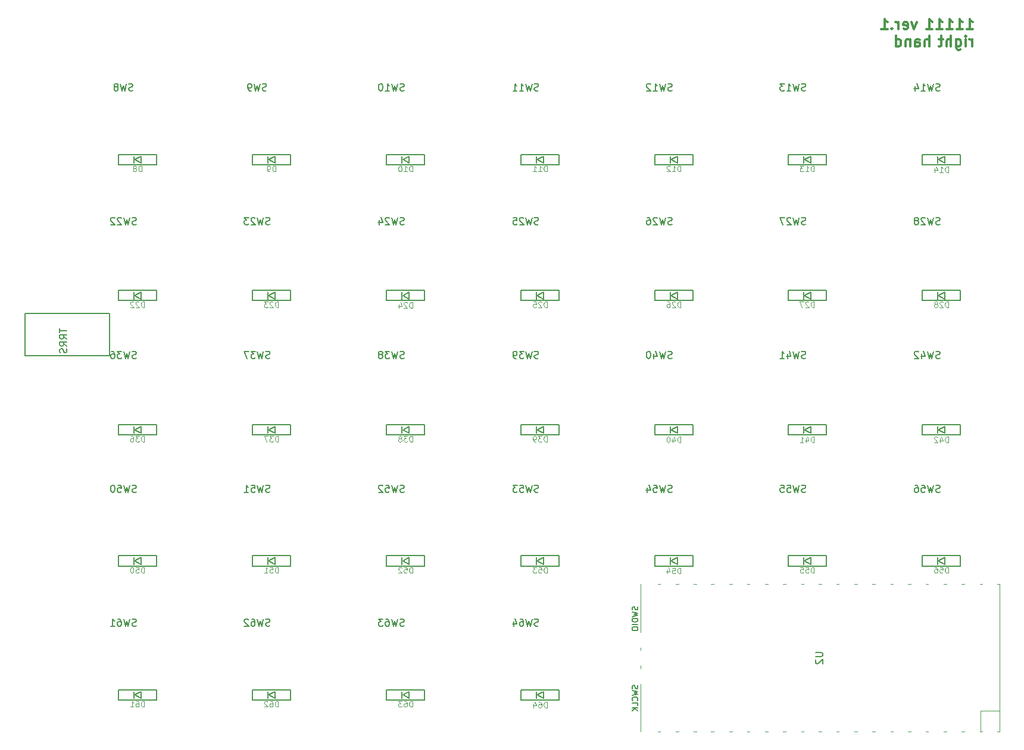
<source format=gbr>
%TF.GenerationSoftware,KiCad,Pcbnew,(7.0.0-0)*%
%TF.CreationDate,2023-03-06T01:52:27+09:00*%
%TF.ProjectId,11111_pcb,31313131-315f-4706-9362-2e6b69636164,rev?*%
%TF.SameCoordinates,Original*%
%TF.FileFunction,Legend,Bot*%
%TF.FilePolarity,Positive*%
%FSLAX46Y46*%
G04 Gerber Fmt 4.6, Leading zero omitted, Abs format (unit mm)*
G04 Created by KiCad (PCBNEW (7.0.0-0)) date 2023-03-06 01:52:27*
%MOMM*%
%LPD*%
G01*
G04 APERTURE LIST*
%ADD10C,0.300000*%
%ADD11C,0.150000*%
%ADD12C,0.125000*%
%ADD13C,0.120000*%
G04 APERTURE END LIST*
D10*
X316357142Y-24585571D02*
X317214285Y-24585571D01*
X316785714Y-24585571D02*
X316785714Y-23085571D01*
X316785714Y-23085571D02*
X316928571Y-23299857D01*
X316928571Y-23299857D02*
X317071428Y-23442714D01*
X317071428Y-23442714D02*
X317214285Y-23514142D01*
X314928571Y-24585571D02*
X315785714Y-24585571D01*
X315357143Y-24585571D02*
X315357143Y-23085571D01*
X315357143Y-23085571D02*
X315500000Y-23299857D01*
X315500000Y-23299857D02*
X315642857Y-23442714D01*
X315642857Y-23442714D02*
X315785714Y-23514142D01*
X313500000Y-24585571D02*
X314357143Y-24585571D01*
X313928572Y-24585571D02*
X313928572Y-23085571D01*
X313928572Y-23085571D02*
X314071429Y-23299857D01*
X314071429Y-23299857D02*
X314214286Y-23442714D01*
X314214286Y-23442714D02*
X314357143Y-23514142D01*
X312071429Y-24585571D02*
X312928572Y-24585571D01*
X312500001Y-24585571D02*
X312500001Y-23085571D01*
X312500001Y-23085571D02*
X312642858Y-23299857D01*
X312642858Y-23299857D02*
X312785715Y-23442714D01*
X312785715Y-23442714D02*
X312928572Y-23514142D01*
X310642858Y-24585571D02*
X311500001Y-24585571D01*
X311071430Y-24585571D02*
X311071430Y-23085571D01*
X311071430Y-23085571D02*
X311214287Y-23299857D01*
X311214287Y-23299857D02*
X311357144Y-23442714D01*
X311357144Y-23442714D02*
X311500001Y-23514142D01*
X309242859Y-23585571D02*
X308885716Y-24585571D01*
X308885716Y-24585571D02*
X308528573Y-23585571D01*
X307385716Y-24514142D02*
X307528573Y-24585571D01*
X307528573Y-24585571D02*
X307814288Y-24585571D01*
X307814288Y-24585571D02*
X307957145Y-24514142D01*
X307957145Y-24514142D02*
X308028573Y-24371285D01*
X308028573Y-24371285D02*
X308028573Y-23799857D01*
X308028573Y-23799857D02*
X307957145Y-23657000D01*
X307957145Y-23657000D02*
X307814288Y-23585571D01*
X307814288Y-23585571D02*
X307528573Y-23585571D01*
X307528573Y-23585571D02*
X307385716Y-23657000D01*
X307385716Y-23657000D02*
X307314288Y-23799857D01*
X307314288Y-23799857D02*
X307314288Y-23942714D01*
X307314288Y-23942714D02*
X308028573Y-24085571D01*
X306671431Y-24585571D02*
X306671431Y-23585571D01*
X306671431Y-23871285D02*
X306600002Y-23728428D01*
X306600002Y-23728428D02*
X306528574Y-23657000D01*
X306528574Y-23657000D02*
X306385716Y-23585571D01*
X306385716Y-23585571D02*
X306242859Y-23585571D01*
X305742860Y-24442714D02*
X305671431Y-24514142D01*
X305671431Y-24514142D02*
X305742860Y-24585571D01*
X305742860Y-24585571D02*
X305814288Y-24514142D01*
X305814288Y-24514142D02*
X305742860Y-24442714D01*
X305742860Y-24442714D02*
X305742860Y-24585571D01*
X304242859Y-24585571D02*
X305100002Y-24585571D01*
X304671431Y-24585571D02*
X304671431Y-23085571D01*
X304671431Y-23085571D02*
X304814288Y-23299857D01*
X304814288Y-23299857D02*
X304957145Y-23442714D01*
X304957145Y-23442714D02*
X305100002Y-23514142D01*
X317142857Y-27015571D02*
X317142857Y-26015571D01*
X317142857Y-26301285D02*
X317071428Y-26158428D01*
X317071428Y-26158428D02*
X317000000Y-26087000D01*
X317000000Y-26087000D02*
X316857142Y-26015571D01*
X316857142Y-26015571D02*
X316714285Y-26015571D01*
X316214286Y-27015571D02*
X316214286Y-26015571D01*
X316214286Y-25515571D02*
X316285714Y-25587000D01*
X316285714Y-25587000D02*
X316214286Y-25658428D01*
X316214286Y-25658428D02*
X316142857Y-25587000D01*
X316142857Y-25587000D02*
X316214286Y-25515571D01*
X316214286Y-25515571D02*
X316214286Y-25658428D01*
X314857143Y-26015571D02*
X314857143Y-27229857D01*
X314857143Y-27229857D02*
X314928571Y-27372714D01*
X314928571Y-27372714D02*
X315000000Y-27444142D01*
X315000000Y-27444142D02*
X315142857Y-27515571D01*
X315142857Y-27515571D02*
X315357143Y-27515571D01*
X315357143Y-27515571D02*
X315500000Y-27444142D01*
X314857143Y-26944142D02*
X315000000Y-27015571D01*
X315000000Y-27015571D02*
X315285714Y-27015571D01*
X315285714Y-27015571D02*
X315428571Y-26944142D01*
X315428571Y-26944142D02*
X315500000Y-26872714D01*
X315500000Y-26872714D02*
X315571428Y-26729857D01*
X315571428Y-26729857D02*
X315571428Y-26301285D01*
X315571428Y-26301285D02*
X315500000Y-26158428D01*
X315500000Y-26158428D02*
X315428571Y-26087000D01*
X315428571Y-26087000D02*
X315285714Y-26015571D01*
X315285714Y-26015571D02*
X315000000Y-26015571D01*
X315000000Y-26015571D02*
X314857143Y-26087000D01*
X314142857Y-27015571D02*
X314142857Y-25515571D01*
X313500000Y-27015571D02*
X313500000Y-26229857D01*
X313500000Y-26229857D02*
X313571428Y-26087000D01*
X313571428Y-26087000D02*
X313714285Y-26015571D01*
X313714285Y-26015571D02*
X313928571Y-26015571D01*
X313928571Y-26015571D02*
X314071428Y-26087000D01*
X314071428Y-26087000D02*
X314142857Y-26158428D01*
X312999999Y-26015571D02*
X312428571Y-26015571D01*
X312785714Y-25515571D02*
X312785714Y-26801285D01*
X312785714Y-26801285D02*
X312714285Y-26944142D01*
X312714285Y-26944142D02*
X312571428Y-27015571D01*
X312571428Y-27015571D02*
X312428571Y-27015571D01*
X311028571Y-27015571D02*
X311028571Y-25515571D01*
X310385714Y-27015571D02*
X310385714Y-26229857D01*
X310385714Y-26229857D02*
X310457142Y-26087000D01*
X310457142Y-26087000D02*
X310599999Y-26015571D01*
X310599999Y-26015571D02*
X310814285Y-26015571D01*
X310814285Y-26015571D02*
X310957142Y-26087000D01*
X310957142Y-26087000D02*
X311028571Y-26158428D01*
X309028571Y-27015571D02*
X309028571Y-26229857D01*
X309028571Y-26229857D02*
X309099999Y-26087000D01*
X309099999Y-26087000D02*
X309242856Y-26015571D01*
X309242856Y-26015571D02*
X309528571Y-26015571D01*
X309528571Y-26015571D02*
X309671428Y-26087000D01*
X309028571Y-26944142D02*
X309171428Y-27015571D01*
X309171428Y-27015571D02*
X309528571Y-27015571D01*
X309528571Y-27015571D02*
X309671428Y-26944142D01*
X309671428Y-26944142D02*
X309742856Y-26801285D01*
X309742856Y-26801285D02*
X309742856Y-26658428D01*
X309742856Y-26658428D02*
X309671428Y-26515571D01*
X309671428Y-26515571D02*
X309528571Y-26444142D01*
X309528571Y-26444142D02*
X309171428Y-26444142D01*
X309171428Y-26444142D02*
X309028571Y-26372714D01*
X308314285Y-26015571D02*
X308314285Y-27015571D01*
X308314285Y-26158428D02*
X308242856Y-26087000D01*
X308242856Y-26087000D02*
X308099999Y-26015571D01*
X308099999Y-26015571D02*
X307885713Y-26015571D01*
X307885713Y-26015571D02*
X307742856Y-26087000D01*
X307742856Y-26087000D02*
X307671428Y-26229857D01*
X307671428Y-26229857D02*
X307671428Y-27015571D01*
X306314285Y-27015571D02*
X306314285Y-25515571D01*
X306314285Y-26944142D02*
X306457142Y-27015571D01*
X306457142Y-27015571D02*
X306742856Y-27015571D01*
X306742856Y-27015571D02*
X306885713Y-26944142D01*
X306885713Y-26944142D02*
X306957142Y-26872714D01*
X306957142Y-26872714D02*
X307028570Y-26729857D01*
X307028570Y-26729857D02*
X307028570Y-26301285D01*
X307028570Y-26301285D02*
X306957142Y-26158428D01*
X306957142Y-26158428D02*
X306885713Y-26087000D01*
X306885713Y-26087000D02*
X306742856Y-26015571D01*
X306742856Y-26015571D02*
X306457142Y-26015571D01*
X306457142Y-26015571D02*
X306314285Y-26087000D01*
D11*
%TO.C,SW64*%
X255455510Y-109481761D02*
X255312653Y-109529380D01*
X255312653Y-109529380D02*
X255074558Y-109529380D01*
X255074558Y-109529380D02*
X254979320Y-109481761D01*
X254979320Y-109481761D02*
X254931701Y-109434142D01*
X254931701Y-109434142D02*
X254884082Y-109338904D01*
X254884082Y-109338904D02*
X254884082Y-109243666D01*
X254884082Y-109243666D02*
X254931701Y-109148428D01*
X254931701Y-109148428D02*
X254979320Y-109100809D01*
X254979320Y-109100809D02*
X255074558Y-109053190D01*
X255074558Y-109053190D02*
X255265034Y-109005571D01*
X255265034Y-109005571D02*
X255360272Y-108957952D01*
X255360272Y-108957952D02*
X255407891Y-108910333D01*
X255407891Y-108910333D02*
X255455510Y-108815095D01*
X255455510Y-108815095D02*
X255455510Y-108719857D01*
X255455510Y-108719857D02*
X255407891Y-108624619D01*
X255407891Y-108624619D02*
X255360272Y-108577000D01*
X255360272Y-108577000D02*
X255265034Y-108529380D01*
X255265034Y-108529380D02*
X255026939Y-108529380D01*
X255026939Y-108529380D02*
X254884082Y-108577000D01*
X254550748Y-108529380D02*
X254312653Y-109529380D01*
X254312653Y-109529380D02*
X254122177Y-108815095D01*
X254122177Y-108815095D02*
X253931701Y-109529380D01*
X253931701Y-109529380D02*
X253693606Y-108529380D01*
X252884082Y-108529380D02*
X253074558Y-108529380D01*
X253074558Y-108529380D02*
X253169796Y-108577000D01*
X253169796Y-108577000D02*
X253217415Y-108624619D01*
X253217415Y-108624619D02*
X253312653Y-108767476D01*
X253312653Y-108767476D02*
X253360272Y-108957952D01*
X253360272Y-108957952D02*
X253360272Y-109338904D01*
X253360272Y-109338904D02*
X253312653Y-109434142D01*
X253312653Y-109434142D02*
X253265034Y-109481761D01*
X253265034Y-109481761D02*
X253169796Y-109529380D01*
X253169796Y-109529380D02*
X252979320Y-109529380D01*
X252979320Y-109529380D02*
X252884082Y-109481761D01*
X252884082Y-109481761D02*
X252836463Y-109434142D01*
X252836463Y-109434142D02*
X252788844Y-109338904D01*
X252788844Y-109338904D02*
X252788844Y-109100809D01*
X252788844Y-109100809D02*
X252836463Y-109005571D01*
X252836463Y-109005571D02*
X252884082Y-108957952D01*
X252884082Y-108957952D02*
X252979320Y-108910333D01*
X252979320Y-108910333D02*
X253169796Y-108910333D01*
X253169796Y-108910333D02*
X253265034Y-108957952D01*
X253265034Y-108957952D02*
X253312653Y-109005571D01*
X253312653Y-109005571D02*
X253360272Y-109100809D01*
X251931701Y-108862714D02*
X251931701Y-109529380D01*
X252169796Y-108481761D02*
X252407891Y-109196047D01*
X252407891Y-109196047D02*
X251788844Y-109196047D01*
D12*
%TO.C,D37*%
X218472415Y-83285904D02*
X218472415Y-82485904D01*
X218472415Y-82485904D02*
X218281939Y-82485904D01*
X218281939Y-82485904D02*
X218167653Y-82524000D01*
X218167653Y-82524000D02*
X218091463Y-82600190D01*
X218091463Y-82600190D02*
X218053368Y-82676380D01*
X218053368Y-82676380D02*
X218015272Y-82828761D01*
X218015272Y-82828761D02*
X218015272Y-82943047D01*
X218015272Y-82943047D02*
X218053368Y-83095428D01*
X218053368Y-83095428D02*
X218091463Y-83171619D01*
X218091463Y-83171619D02*
X218167653Y-83247809D01*
X218167653Y-83247809D02*
X218281939Y-83285904D01*
X218281939Y-83285904D02*
X218472415Y-83285904D01*
X217748606Y-82485904D02*
X217253368Y-82485904D01*
X217253368Y-82485904D02*
X217520034Y-82790666D01*
X217520034Y-82790666D02*
X217405749Y-82790666D01*
X217405749Y-82790666D02*
X217329558Y-82828761D01*
X217329558Y-82828761D02*
X217291463Y-82866857D01*
X217291463Y-82866857D02*
X217253368Y-82943047D01*
X217253368Y-82943047D02*
X217253368Y-83133523D01*
X217253368Y-83133523D02*
X217291463Y-83209714D01*
X217291463Y-83209714D02*
X217329558Y-83247809D01*
X217329558Y-83247809D02*
X217405749Y-83285904D01*
X217405749Y-83285904D02*
X217634320Y-83285904D01*
X217634320Y-83285904D02*
X217710511Y-83247809D01*
X217710511Y-83247809D02*
X217748606Y-83209714D01*
X216986701Y-82485904D02*
X216453367Y-82485904D01*
X216453367Y-82485904D02*
X216796225Y-83285904D01*
%TO.C,D12*%
X275697415Y-44835904D02*
X275697415Y-44035904D01*
X275697415Y-44035904D02*
X275506939Y-44035904D01*
X275506939Y-44035904D02*
X275392653Y-44074000D01*
X275392653Y-44074000D02*
X275316463Y-44150190D01*
X275316463Y-44150190D02*
X275278368Y-44226380D01*
X275278368Y-44226380D02*
X275240272Y-44378761D01*
X275240272Y-44378761D02*
X275240272Y-44493047D01*
X275240272Y-44493047D02*
X275278368Y-44645428D01*
X275278368Y-44645428D02*
X275316463Y-44721619D01*
X275316463Y-44721619D02*
X275392653Y-44797809D01*
X275392653Y-44797809D02*
X275506939Y-44835904D01*
X275506939Y-44835904D02*
X275697415Y-44835904D01*
X274478368Y-44835904D02*
X274935511Y-44835904D01*
X274706939Y-44835904D02*
X274706939Y-44035904D01*
X274706939Y-44035904D02*
X274783130Y-44150190D01*
X274783130Y-44150190D02*
X274859320Y-44226380D01*
X274859320Y-44226380D02*
X274935511Y-44264476D01*
X274173606Y-44112095D02*
X274135510Y-44074000D01*
X274135510Y-44074000D02*
X274059320Y-44035904D01*
X274059320Y-44035904D02*
X273868844Y-44035904D01*
X273868844Y-44035904D02*
X273792653Y-44074000D01*
X273792653Y-44074000D02*
X273754558Y-44112095D01*
X273754558Y-44112095D02*
X273716463Y-44188285D01*
X273716463Y-44188285D02*
X273716463Y-44264476D01*
X273716463Y-44264476D02*
X273754558Y-44378761D01*
X273754558Y-44378761D02*
X274211701Y-44835904D01*
X274211701Y-44835904D02*
X273716463Y-44835904D01*
D11*
%TO.C,SW41*%
X293455510Y-71381761D02*
X293312653Y-71429380D01*
X293312653Y-71429380D02*
X293074558Y-71429380D01*
X293074558Y-71429380D02*
X292979320Y-71381761D01*
X292979320Y-71381761D02*
X292931701Y-71334142D01*
X292931701Y-71334142D02*
X292884082Y-71238904D01*
X292884082Y-71238904D02*
X292884082Y-71143666D01*
X292884082Y-71143666D02*
X292931701Y-71048428D01*
X292931701Y-71048428D02*
X292979320Y-71000809D01*
X292979320Y-71000809D02*
X293074558Y-70953190D01*
X293074558Y-70953190D02*
X293265034Y-70905571D01*
X293265034Y-70905571D02*
X293360272Y-70857952D01*
X293360272Y-70857952D02*
X293407891Y-70810333D01*
X293407891Y-70810333D02*
X293455510Y-70715095D01*
X293455510Y-70715095D02*
X293455510Y-70619857D01*
X293455510Y-70619857D02*
X293407891Y-70524619D01*
X293407891Y-70524619D02*
X293360272Y-70477000D01*
X293360272Y-70477000D02*
X293265034Y-70429380D01*
X293265034Y-70429380D02*
X293026939Y-70429380D01*
X293026939Y-70429380D02*
X292884082Y-70477000D01*
X292550748Y-70429380D02*
X292312653Y-71429380D01*
X292312653Y-71429380D02*
X292122177Y-70715095D01*
X292122177Y-70715095D02*
X291931701Y-71429380D01*
X291931701Y-71429380D02*
X291693606Y-70429380D01*
X290884082Y-70762714D02*
X290884082Y-71429380D01*
X291122177Y-70381761D02*
X291360272Y-71096047D01*
X291360272Y-71096047D02*
X290741225Y-71096047D01*
X289836463Y-71429380D02*
X290407891Y-71429380D01*
X290122177Y-71429380D02*
X290122177Y-70429380D01*
X290122177Y-70429380D02*
X290217415Y-70572238D01*
X290217415Y-70572238D02*
X290312653Y-70667476D01*
X290312653Y-70667476D02*
X290407891Y-70715095D01*
%TO.C,SW42*%
X312555510Y-71381761D02*
X312412653Y-71429380D01*
X312412653Y-71429380D02*
X312174558Y-71429380D01*
X312174558Y-71429380D02*
X312079320Y-71381761D01*
X312079320Y-71381761D02*
X312031701Y-71334142D01*
X312031701Y-71334142D02*
X311984082Y-71238904D01*
X311984082Y-71238904D02*
X311984082Y-71143666D01*
X311984082Y-71143666D02*
X312031701Y-71048428D01*
X312031701Y-71048428D02*
X312079320Y-71000809D01*
X312079320Y-71000809D02*
X312174558Y-70953190D01*
X312174558Y-70953190D02*
X312365034Y-70905571D01*
X312365034Y-70905571D02*
X312460272Y-70857952D01*
X312460272Y-70857952D02*
X312507891Y-70810333D01*
X312507891Y-70810333D02*
X312555510Y-70715095D01*
X312555510Y-70715095D02*
X312555510Y-70619857D01*
X312555510Y-70619857D02*
X312507891Y-70524619D01*
X312507891Y-70524619D02*
X312460272Y-70477000D01*
X312460272Y-70477000D02*
X312365034Y-70429380D01*
X312365034Y-70429380D02*
X312126939Y-70429380D01*
X312126939Y-70429380D02*
X311984082Y-70477000D01*
X311650748Y-70429380D02*
X311412653Y-71429380D01*
X311412653Y-71429380D02*
X311222177Y-70715095D01*
X311222177Y-70715095D02*
X311031701Y-71429380D01*
X311031701Y-71429380D02*
X310793606Y-70429380D01*
X309984082Y-70762714D02*
X309984082Y-71429380D01*
X310222177Y-70381761D02*
X310460272Y-71096047D01*
X310460272Y-71096047D02*
X309841225Y-71096047D01*
X309507891Y-70524619D02*
X309460272Y-70477000D01*
X309460272Y-70477000D02*
X309365034Y-70429380D01*
X309365034Y-70429380D02*
X309126939Y-70429380D01*
X309126939Y-70429380D02*
X309031701Y-70477000D01*
X309031701Y-70477000D02*
X308984082Y-70524619D01*
X308984082Y-70524619D02*
X308936463Y-70619857D01*
X308936463Y-70619857D02*
X308936463Y-70715095D01*
X308936463Y-70715095D02*
X308984082Y-70857952D01*
X308984082Y-70857952D02*
X309555510Y-71429380D01*
X309555510Y-71429380D02*
X308936463Y-71429380D01*
D12*
%TO.C,D11*%
X256672415Y-44835904D02*
X256672415Y-44035904D01*
X256672415Y-44035904D02*
X256481939Y-44035904D01*
X256481939Y-44035904D02*
X256367653Y-44074000D01*
X256367653Y-44074000D02*
X256291463Y-44150190D01*
X256291463Y-44150190D02*
X256253368Y-44226380D01*
X256253368Y-44226380D02*
X256215272Y-44378761D01*
X256215272Y-44378761D02*
X256215272Y-44493047D01*
X256215272Y-44493047D02*
X256253368Y-44645428D01*
X256253368Y-44645428D02*
X256291463Y-44721619D01*
X256291463Y-44721619D02*
X256367653Y-44797809D01*
X256367653Y-44797809D02*
X256481939Y-44835904D01*
X256481939Y-44835904D02*
X256672415Y-44835904D01*
X255453368Y-44835904D02*
X255910511Y-44835904D01*
X255681939Y-44835904D02*
X255681939Y-44035904D01*
X255681939Y-44035904D02*
X255758130Y-44150190D01*
X255758130Y-44150190D02*
X255834320Y-44226380D01*
X255834320Y-44226380D02*
X255910511Y-44264476D01*
X254691463Y-44835904D02*
X255148606Y-44835904D01*
X254920034Y-44835904D02*
X254920034Y-44035904D01*
X254920034Y-44035904D02*
X254996225Y-44150190D01*
X254996225Y-44150190D02*
X255072415Y-44226380D01*
X255072415Y-44226380D02*
X255148606Y-44264476D01*
%TO.C,D8*%
X199041462Y-44835904D02*
X199041462Y-44035904D01*
X199041462Y-44035904D02*
X198850986Y-44035904D01*
X198850986Y-44035904D02*
X198736700Y-44074000D01*
X198736700Y-44074000D02*
X198660510Y-44150190D01*
X198660510Y-44150190D02*
X198622415Y-44226380D01*
X198622415Y-44226380D02*
X198584319Y-44378761D01*
X198584319Y-44378761D02*
X198584319Y-44493047D01*
X198584319Y-44493047D02*
X198622415Y-44645428D01*
X198622415Y-44645428D02*
X198660510Y-44721619D01*
X198660510Y-44721619D02*
X198736700Y-44797809D01*
X198736700Y-44797809D02*
X198850986Y-44835904D01*
X198850986Y-44835904D02*
X199041462Y-44835904D01*
X198127177Y-44378761D02*
X198203367Y-44340666D01*
X198203367Y-44340666D02*
X198241462Y-44302571D01*
X198241462Y-44302571D02*
X198279558Y-44226380D01*
X198279558Y-44226380D02*
X198279558Y-44188285D01*
X198279558Y-44188285D02*
X198241462Y-44112095D01*
X198241462Y-44112095D02*
X198203367Y-44074000D01*
X198203367Y-44074000D02*
X198127177Y-44035904D01*
X198127177Y-44035904D02*
X197974796Y-44035904D01*
X197974796Y-44035904D02*
X197898605Y-44074000D01*
X197898605Y-44074000D02*
X197860510Y-44112095D01*
X197860510Y-44112095D02*
X197822415Y-44188285D01*
X197822415Y-44188285D02*
X197822415Y-44226380D01*
X197822415Y-44226380D02*
X197860510Y-44302571D01*
X197860510Y-44302571D02*
X197898605Y-44340666D01*
X197898605Y-44340666D02*
X197974796Y-44378761D01*
X197974796Y-44378761D02*
X198127177Y-44378761D01*
X198127177Y-44378761D02*
X198203367Y-44416857D01*
X198203367Y-44416857D02*
X198241462Y-44454952D01*
X198241462Y-44454952D02*
X198279558Y-44531142D01*
X198279558Y-44531142D02*
X198279558Y-44683523D01*
X198279558Y-44683523D02*
X198241462Y-44759714D01*
X198241462Y-44759714D02*
X198203367Y-44797809D01*
X198203367Y-44797809D02*
X198127177Y-44835904D01*
X198127177Y-44835904D02*
X197974796Y-44835904D01*
X197974796Y-44835904D02*
X197898605Y-44797809D01*
X197898605Y-44797809D02*
X197860510Y-44759714D01*
X197860510Y-44759714D02*
X197822415Y-44683523D01*
X197822415Y-44683523D02*
X197822415Y-44531142D01*
X197822415Y-44531142D02*
X197860510Y-44454952D01*
X197860510Y-44454952D02*
X197898605Y-44416857D01*
X197898605Y-44416857D02*
X197974796Y-44378761D01*
D11*
%TO.C,SW36*%
X198255510Y-71381761D02*
X198112653Y-71429380D01*
X198112653Y-71429380D02*
X197874558Y-71429380D01*
X197874558Y-71429380D02*
X197779320Y-71381761D01*
X197779320Y-71381761D02*
X197731701Y-71334142D01*
X197731701Y-71334142D02*
X197684082Y-71238904D01*
X197684082Y-71238904D02*
X197684082Y-71143666D01*
X197684082Y-71143666D02*
X197731701Y-71048428D01*
X197731701Y-71048428D02*
X197779320Y-71000809D01*
X197779320Y-71000809D02*
X197874558Y-70953190D01*
X197874558Y-70953190D02*
X198065034Y-70905571D01*
X198065034Y-70905571D02*
X198160272Y-70857952D01*
X198160272Y-70857952D02*
X198207891Y-70810333D01*
X198207891Y-70810333D02*
X198255510Y-70715095D01*
X198255510Y-70715095D02*
X198255510Y-70619857D01*
X198255510Y-70619857D02*
X198207891Y-70524619D01*
X198207891Y-70524619D02*
X198160272Y-70477000D01*
X198160272Y-70477000D02*
X198065034Y-70429380D01*
X198065034Y-70429380D02*
X197826939Y-70429380D01*
X197826939Y-70429380D02*
X197684082Y-70477000D01*
X197350748Y-70429380D02*
X197112653Y-71429380D01*
X197112653Y-71429380D02*
X196922177Y-70715095D01*
X196922177Y-70715095D02*
X196731701Y-71429380D01*
X196731701Y-71429380D02*
X196493606Y-70429380D01*
X196207891Y-70429380D02*
X195588844Y-70429380D01*
X195588844Y-70429380D02*
X195922177Y-70810333D01*
X195922177Y-70810333D02*
X195779320Y-70810333D01*
X195779320Y-70810333D02*
X195684082Y-70857952D01*
X195684082Y-70857952D02*
X195636463Y-70905571D01*
X195636463Y-70905571D02*
X195588844Y-71000809D01*
X195588844Y-71000809D02*
X195588844Y-71238904D01*
X195588844Y-71238904D02*
X195636463Y-71334142D01*
X195636463Y-71334142D02*
X195684082Y-71381761D01*
X195684082Y-71381761D02*
X195779320Y-71429380D01*
X195779320Y-71429380D02*
X196065034Y-71429380D01*
X196065034Y-71429380D02*
X196160272Y-71381761D01*
X196160272Y-71381761D02*
X196207891Y-71334142D01*
X194731701Y-70429380D02*
X194922177Y-70429380D01*
X194922177Y-70429380D02*
X195017415Y-70477000D01*
X195017415Y-70477000D02*
X195065034Y-70524619D01*
X195065034Y-70524619D02*
X195160272Y-70667476D01*
X195160272Y-70667476D02*
X195207891Y-70857952D01*
X195207891Y-70857952D02*
X195207891Y-71238904D01*
X195207891Y-71238904D02*
X195160272Y-71334142D01*
X195160272Y-71334142D02*
X195112653Y-71381761D01*
X195112653Y-71381761D02*
X195017415Y-71429380D01*
X195017415Y-71429380D02*
X194826939Y-71429380D01*
X194826939Y-71429380D02*
X194731701Y-71381761D01*
X194731701Y-71381761D02*
X194684082Y-71334142D01*
X194684082Y-71334142D02*
X194636463Y-71238904D01*
X194636463Y-71238904D02*
X194636463Y-71000809D01*
X194636463Y-71000809D02*
X194684082Y-70905571D01*
X194684082Y-70905571D02*
X194731701Y-70857952D01*
X194731701Y-70857952D02*
X194826939Y-70810333D01*
X194826939Y-70810333D02*
X195017415Y-70810333D01*
X195017415Y-70810333D02*
X195112653Y-70857952D01*
X195112653Y-70857952D02*
X195160272Y-70905571D01*
X195160272Y-70905571D02*
X195207891Y-71000809D01*
%TO.C,SW63*%
X236355510Y-109481761D02*
X236212653Y-109529380D01*
X236212653Y-109529380D02*
X235974558Y-109529380D01*
X235974558Y-109529380D02*
X235879320Y-109481761D01*
X235879320Y-109481761D02*
X235831701Y-109434142D01*
X235831701Y-109434142D02*
X235784082Y-109338904D01*
X235784082Y-109338904D02*
X235784082Y-109243666D01*
X235784082Y-109243666D02*
X235831701Y-109148428D01*
X235831701Y-109148428D02*
X235879320Y-109100809D01*
X235879320Y-109100809D02*
X235974558Y-109053190D01*
X235974558Y-109053190D02*
X236165034Y-109005571D01*
X236165034Y-109005571D02*
X236260272Y-108957952D01*
X236260272Y-108957952D02*
X236307891Y-108910333D01*
X236307891Y-108910333D02*
X236355510Y-108815095D01*
X236355510Y-108815095D02*
X236355510Y-108719857D01*
X236355510Y-108719857D02*
X236307891Y-108624619D01*
X236307891Y-108624619D02*
X236260272Y-108577000D01*
X236260272Y-108577000D02*
X236165034Y-108529380D01*
X236165034Y-108529380D02*
X235926939Y-108529380D01*
X235926939Y-108529380D02*
X235784082Y-108577000D01*
X235450748Y-108529380D02*
X235212653Y-109529380D01*
X235212653Y-109529380D02*
X235022177Y-108815095D01*
X235022177Y-108815095D02*
X234831701Y-109529380D01*
X234831701Y-109529380D02*
X234593606Y-108529380D01*
X233784082Y-108529380D02*
X233974558Y-108529380D01*
X233974558Y-108529380D02*
X234069796Y-108577000D01*
X234069796Y-108577000D02*
X234117415Y-108624619D01*
X234117415Y-108624619D02*
X234212653Y-108767476D01*
X234212653Y-108767476D02*
X234260272Y-108957952D01*
X234260272Y-108957952D02*
X234260272Y-109338904D01*
X234260272Y-109338904D02*
X234212653Y-109434142D01*
X234212653Y-109434142D02*
X234165034Y-109481761D01*
X234165034Y-109481761D02*
X234069796Y-109529380D01*
X234069796Y-109529380D02*
X233879320Y-109529380D01*
X233879320Y-109529380D02*
X233784082Y-109481761D01*
X233784082Y-109481761D02*
X233736463Y-109434142D01*
X233736463Y-109434142D02*
X233688844Y-109338904D01*
X233688844Y-109338904D02*
X233688844Y-109100809D01*
X233688844Y-109100809D02*
X233736463Y-109005571D01*
X233736463Y-109005571D02*
X233784082Y-108957952D01*
X233784082Y-108957952D02*
X233879320Y-108910333D01*
X233879320Y-108910333D02*
X234069796Y-108910333D01*
X234069796Y-108910333D02*
X234165034Y-108957952D01*
X234165034Y-108957952D02*
X234212653Y-109005571D01*
X234212653Y-109005571D02*
X234260272Y-109100809D01*
X233355510Y-108529380D02*
X232736463Y-108529380D01*
X232736463Y-108529380D02*
X233069796Y-108910333D01*
X233069796Y-108910333D02*
X232926939Y-108910333D01*
X232926939Y-108910333D02*
X232831701Y-108957952D01*
X232831701Y-108957952D02*
X232784082Y-109005571D01*
X232784082Y-109005571D02*
X232736463Y-109100809D01*
X232736463Y-109100809D02*
X232736463Y-109338904D01*
X232736463Y-109338904D02*
X232784082Y-109434142D01*
X232784082Y-109434142D02*
X232831701Y-109481761D01*
X232831701Y-109481761D02*
X232926939Y-109529380D01*
X232926939Y-109529380D02*
X233212653Y-109529380D01*
X233212653Y-109529380D02*
X233307891Y-109481761D01*
X233307891Y-109481761D02*
X233355510Y-109434142D01*
%TO.C,U2*%
X294883367Y-113315095D02*
X295692891Y-113315095D01*
X295692891Y-113315095D02*
X295788129Y-113362714D01*
X295788129Y-113362714D02*
X295835748Y-113410333D01*
X295835748Y-113410333D02*
X295883367Y-113505571D01*
X295883367Y-113505571D02*
X295883367Y-113696047D01*
X295883367Y-113696047D02*
X295835748Y-113791285D01*
X295835748Y-113791285D02*
X295788129Y-113838904D01*
X295788129Y-113838904D02*
X295692891Y-113886523D01*
X295692891Y-113886523D02*
X294883367Y-113886523D01*
X294978606Y-114315095D02*
X294930987Y-114362714D01*
X294930987Y-114362714D02*
X294883367Y-114457952D01*
X294883367Y-114457952D02*
X294883367Y-114696047D01*
X294883367Y-114696047D02*
X294930987Y-114791285D01*
X294930987Y-114791285D02*
X294978606Y-114838904D01*
X294978606Y-114838904D02*
X295073844Y-114886523D01*
X295073844Y-114886523D02*
X295169082Y-114886523D01*
X295169082Y-114886523D02*
X295311939Y-114838904D01*
X295311939Y-114838904D02*
X295883367Y-114267476D01*
X295883367Y-114267476D02*
X295883367Y-114886523D01*
X269571796Y-106781761D02*
X269609891Y-106896047D01*
X269609891Y-106896047D02*
X269609891Y-107086523D01*
X269609891Y-107086523D02*
X269571796Y-107162714D01*
X269571796Y-107162714D02*
X269533701Y-107200809D01*
X269533701Y-107200809D02*
X269457510Y-107238904D01*
X269457510Y-107238904D02*
X269381320Y-107238904D01*
X269381320Y-107238904D02*
X269305129Y-107200809D01*
X269305129Y-107200809D02*
X269267034Y-107162714D01*
X269267034Y-107162714D02*
X269228939Y-107086523D01*
X269228939Y-107086523D02*
X269190844Y-106934142D01*
X269190844Y-106934142D02*
X269152748Y-106857952D01*
X269152748Y-106857952D02*
X269114653Y-106819857D01*
X269114653Y-106819857D02*
X269038463Y-106781761D01*
X269038463Y-106781761D02*
X268962272Y-106781761D01*
X268962272Y-106781761D02*
X268886082Y-106819857D01*
X268886082Y-106819857D02*
X268847987Y-106857952D01*
X268847987Y-106857952D02*
X268809891Y-106934142D01*
X268809891Y-106934142D02*
X268809891Y-107124619D01*
X268809891Y-107124619D02*
X268847987Y-107238904D01*
X268809891Y-107505571D02*
X269609891Y-107696047D01*
X269609891Y-107696047D02*
X269038463Y-107848428D01*
X269038463Y-107848428D02*
X269609891Y-108000809D01*
X269609891Y-108000809D02*
X268809891Y-108191286D01*
X269609891Y-108496048D02*
X268809891Y-108496048D01*
X268809891Y-108496048D02*
X268809891Y-108686524D01*
X268809891Y-108686524D02*
X268847987Y-108800810D01*
X268847987Y-108800810D02*
X268924177Y-108877000D01*
X268924177Y-108877000D02*
X269000367Y-108915095D01*
X269000367Y-108915095D02*
X269152748Y-108953191D01*
X269152748Y-108953191D02*
X269267034Y-108953191D01*
X269267034Y-108953191D02*
X269419415Y-108915095D01*
X269419415Y-108915095D02*
X269495606Y-108877000D01*
X269495606Y-108877000D02*
X269571796Y-108800810D01*
X269571796Y-108800810D02*
X269609891Y-108686524D01*
X269609891Y-108686524D02*
X269609891Y-108496048D01*
X269609891Y-109296048D02*
X268809891Y-109296048D01*
X268809891Y-109829381D02*
X268809891Y-109981762D01*
X268809891Y-109981762D02*
X268847987Y-110057952D01*
X268847987Y-110057952D02*
X268924177Y-110134143D01*
X268924177Y-110134143D02*
X269076558Y-110172238D01*
X269076558Y-110172238D02*
X269343225Y-110172238D01*
X269343225Y-110172238D02*
X269495606Y-110134143D01*
X269495606Y-110134143D02*
X269571796Y-110057952D01*
X269571796Y-110057952D02*
X269609891Y-109981762D01*
X269609891Y-109981762D02*
X269609891Y-109829381D01*
X269609891Y-109829381D02*
X269571796Y-109753190D01*
X269571796Y-109753190D02*
X269495606Y-109677000D01*
X269495606Y-109677000D02*
X269343225Y-109638904D01*
X269343225Y-109638904D02*
X269076558Y-109638904D01*
X269076558Y-109638904D02*
X268924177Y-109677000D01*
X268924177Y-109677000D02*
X268847987Y-109753190D01*
X268847987Y-109753190D02*
X268809891Y-109829381D01*
X269571796Y-117967475D02*
X269609891Y-118081761D01*
X269609891Y-118081761D02*
X269609891Y-118272237D01*
X269609891Y-118272237D02*
X269571796Y-118348428D01*
X269571796Y-118348428D02*
X269533701Y-118386523D01*
X269533701Y-118386523D02*
X269457510Y-118424618D01*
X269457510Y-118424618D02*
X269381320Y-118424618D01*
X269381320Y-118424618D02*
X269305129Y-118386523D01*
X269305129Y-118386523D02*
X269267034Y-118348428D01*
X269267034Y-118348428D02*
X269228939Y-118272237D01*
X269228939Y-118272237D02*
X269190844Y-118119856D01*
X269190844Y-118119856D02*
X269152748Y-118043666D01*
X269152748Y-118043666D02*
X269114653Y-118005571D01*
X269114653Y-118005571D02*
X269038463Y-117967475D01*
X269038463Y-117967475D02*
X268962272Y-117967475D01*
X268962272Y-117967475D02*
X268886082Y-118005571D01*
X268886082Y-118005571D02*
X268847987Y-118043666D01*
X268847987Y-118043666D02*
X268809891Y-118119856D01*
X268809891Y-118119856D02*
X268809891Y-118310333D01*
X268809891Y-118310333D02*
X268847987Y-118424618D01*
X268809891Y-118691285D02*
X269609891Y-118881761D01*
X269609891Y-118881761D02*
X269038463Y-119034142D01*
X269038463Y-119034142D02*
X269609891Y-119186523D01*
X269609891Y-119186523D02*
X268809891Y-119377000D01*
X269533701Y-120138905D02*
X269571796Y-120100809D01*
X269571796Y-120100809D02*
X269609891Y-119986524D01*
X269609891Y-119986524D02*
X269609891Y-119910333D01*
X269609891Y-119910333D02*
X269571796Y-119796047D01*
X269571796Y-119796047D02*
X269495606Y-119719857D01*
X269495606Y-119719857D02*
X269419415Y-119681762D01*
X269419415Y-119681762D02*
X269267034Y-119643666D01*
X269267034Y-119643666D02*
X269152748Y-119643666D01*
X269152748Y-119643666D02*
X269000367Y-119681762D01*
X269000367Y-119681762D02*
X268924177Y-119719857D01*
X268924177Y-119719857D02*
X268847987Y-119796047D01*
X268847987Y-119796047D02*
X268809891Y-119910333D01*
X268809891Y-119910333D02*
X268809891Y-119986524D01*
X268809891Y-119986524D02*
X268847987Y-120100809D01*
X268847987Y-120100809D02*
X268886082Y-120138905D01*
X269609891Y-120862714D02*
X269609891Y-120481762D01*
X269609891Y-120481762D02*
X268809891Y-120481762D01*
X269609891Y-121129381D02*
X268809891Y-121129381D01*
X269609891Y-121586524D02*
X269152748Y-121243666D01*
X268809891Y-121586524D02*
X269267034Y-121129381D01*
%TO.C,J2*%
X187393367Y-67185845D02*
X187393367Y-67757273D01*
X188393367Y-67471559D02*
X187393367Y-67471559D01*
X188393367Y-68662035D02*
X187917177Y-68328702D01*
X188393367Y-68090607D02*
X187393367Y-68090607D01*
X187393367Y-68090607D02*
X187393367Y-68471559D01*
X187393367Y-68471559D02*
X187440987Y-68566797D01*
X187440987Y-68566797D02*
X187488606Y-68614416D01*
X187488606Y-68614416D02*
X187583844Y-68662035D01*
X187583844Y-68662035D02*
X187726701Y-68662035D01*
X187726701Y-68662035D02*
X187821939Y-68614416D01*
X187821939Y-68614416D02*
X187869558Y-68566797D01*
X187869558Y-68566797D02*
X187917177Y-68471559D01*
X187917177Y-68471559D02*
X187917177Y-68090607D01*
X188393367Y-69662035D02*
X187917177Y-69328702D01*
X188393367Y-69090607D02*
X187393367Y-69090607D01*
X187393367Y-69090607D02*
X187393367Y-69471559D01*
X187393367Y-69471559D02*
X187440987Y-69566797D01*
X187440987Y-69566797D02*
X187488606Y-69614416D01*
X187488606Y-69614416D02*
X187583844Y-69662035D01*
X187583844Y-69662035D02*
X187726701Y-69662035D01*
X187726701Y-69662035D02*
X187821939Y-69614416D01*
X187821939Y-69614416D02*
X187869558Y-69566797D01*
X187869558Y-69566797D02*
X187917177Y-69471559D01*
X187917177Y-69471559D02*
X187917177Y-69090607D01*
X188345748Y-70042988D02*
X188393367Y-70185845D01*
X188393367Y-70185845D02*
X188393367Y-70423940D01*
X188393367Y-70423940D02*
X188345748Y-70519178D01*
X188345748Y-70519178D02*
X188298129Y-70566797D01*
X188298129Y-70566797D02*
X188202891Y-70614416D01*
X188202891Y-70614416D02*
X188107653Y-70614416D01*
X188107653Y-70614416D02*
X188012415Y-70566797D01*
X188012415Y-70566797D02*
X187964796Y-70519178D01*
X187964796Y-70519178D02*
X187917177Y-70423940D01*
X187917177Y-70423940D02*
X187869558Y-70233464D01*
X187869558Y-70233464D02*
X187821939Y-70138226D01*
X187821939Y-70138226D02*
X187774320Y-70090607D01*
X187774320Y-70090607D02*
X187679082Y-70042988D01*
X187679082Y-70042988D02*
X187583844Y-70042988D01*
X187583844Y-70042988D02*
X187488606Y-70090607D01*
X187488606Y-70090607D02*
X187440987Y-70138226D01*
X187440987Y-70138226D02*
X187393367Y-70233464D01*
X187393367Y-70233464D02*
X187393367Y-70471559D01*
X187393367Y-70471559D02*
X187440987Y-70614416D01*
D12*
%TO.C,D24*%
X237557415Y-64255904D02*
X237557415Y-63455904D01*
X237557415Y-63455904D02*
X237366939Y-63455904D01*
X237366939Y-63455904D02*
X237252653Y-63494000D01*
X237252653Y-63494000D02*
X237176463Y-63570190D01*
X237176463Y-63570190D02*
X237138368Y-63646380D01*
X237138368Y-63646380D02*
X237100272Y-63798761D01*
X237100272Y-63798761D02*
X237100272Y-63913047D01*
X237100272Y-63913047D02*
X237138368Y-64065428D01*
X237138368Y-64065428D02*
X237176463Y-64141619D01*
X237176463Y-64141619D02*
X237252653Y-64217809D01*
X237252653Y-64217809D02*
X237366939Y-64255904D01*
X237366939Y-64255904D02*
X237557415Y-64255904D01*
X236795511Y-63532095D02*
X236757415Y-63494000D01*
X236757415Y-63494000D02*
X236681225Y-63455904D01*
X236681225Y-63455904D02*
X236490749Y-63455904D01*
X236490749Y-63455904D02*
X236414558Y-63494000D01*
X236414558Y-63494000D02*
X236376463Y-63532095D01*
X236376463Y-63532095D02*
X236338368Y-63608285D01*
X236338368Y-63608285D02*
X236338368Y-63684476D01*
X236338368Y-63684476D02*
X236376463Y-63798761D01*
X236376463Y-63798761D02*
X236833606Y-64255904D01*
X236833606Y-64255904D02*
X236338368Y-64255904D01*
X235652653Y-63722571D02*
X235652653Y-64255904D01*
X235843129Y-63417809D02*
X236033606Y-63989238D01*
X236033606Y-63989238D02*
X235538367Y-63989238D01*
%TO.C,D25*%
X256672415Y-64155904D02*
X256672415Y-63355904D01*
X256672415Y-63355904D02*
X256481939Y-63355904D01*
X256481939Y-63355904D02*
X256367653Y-63394000D01*
X256367653Y-63394000D02*
X256291463Y-63470190D01*
X256291463Y-63470190D02*
X256253368Y-63546380D01*
X256253368Y-63546380D02*
X256215272Y-63698761D01*
X256215272Y-63698761D02*
X256215272Y-63813047D01*
X256215272Y-63813047D02*
X256253368Y-63965428D01*
X256253368Y-63965428D02*
X256291463Y-64041619D01*
X256291463Y-64041619D02*
X256367653Y-64117809D01*
X256367653Y-64117809D02*
X256481939Y-64155904D01*
X256481939Y-64155904D02*
X256672415Y-64155904D01*
X255910511Y-63432095D02*
X255872415Y-63394000D01*
X255872415Y-63394000D02*
X255796225Y-63355904D01*
X255796225Y-63355904D02*
X255605749Y-63355904D01*
X255605749Y-63355904D02*
X255529558Y-63394000D01*
X255529558Y-63394000D02*
X255491463Y-63432095D01*
X255491463Y-63432095D02*
X255453368Y-63508285D01*
X255453368Y-63508285D02*
X255453368Y-63584476D01*
X255453368Y-63584476D02*
X255491463Y-63698761D01*
X255491463Y-63698761D02*
X255948606Y-64155904D01*
X255948606Y-64155904D02*
X255453368Y-64155904D01*
X254729558Y-63355904D02*
X255110510Y-63355904D01*
X255110510Y-63355904D02*
X255148606Y-63736857D01*
X255148606Y-63736857D02*
X255110510Y-63698761D01*
X255110510Y-63698761D02*
X255034320Y-63660666D01*
X255034320Y-63660666D02*
X254843844Y-63660666D01*
X254843844Y-63660666D02*
X254767653Y-63698761D01*
X254767653Y-63698761D02*
X254729558Y-63736857D01*
X254729558Y-63736857D02*
X254691463Y-63813047D01*
X254691463Y-63813047D02*
X254691463Y-64003523D01*
X254691463Y-64003523D02*
X254729558Y-64079714D01*
X254729558Y-64079714D02*
X254767653Y-64117809D01*
X254767653Y-64117809D02*
X254843844Y-64155904D01*
X254843844Y-64155904D02*
X255034320Y-64155904D01*
X255034320Y-64155904D02*
X255110510Y-64117809D01*
X255110510Y-64117809D02*
X255148606Y-64079714D01*
D11*
%TO.C,SW10*%
X236355510Y-33281761D02*
X236212653Y-33329380D01*
X236212653Y-33329380D02*
X235974558Y-33329380D01*
X235974558Y-33329380D02*
X235879320Y-33281761D01*
X235879320Y-33281761D02*
X235831701Y-33234142D01*
X235831701Y-33234142D02*
X235784082Y-33138904D01*
X235784082Y-33138904D02*
X235784082Y-33043666D01*
X235784082Y-33043666D02*
X235831701Y-32948428D01*
X235831701Y-32948428D02*
X235879320Y-32900809D01*
X235879320Y-32900809D02*
X235974558Y-32853190D01*
X235974558Y-32853190D02*
X236165034Y-32805571D01*
X236165034Y-32805571D02*
X236260272Y-32757952D01*
X236260272Y-32757952D02*
X236307891Y-32710333D01*
X236307891Y-32710333D02*
X236355510Y-32615095D01*
X236355510Y-32615095D02*
X236355510Y-32519857D01*
X236355510Y-32519857D02*
X236307891Y-32424619D01*
X236307891Y-32424619D02*
X236260272Y-32377000D01*
X236260272Y-32377000D02*
X236165034Y-32329380D01*
X236165034Y-32329380D02*
X235926939Y-32329380D01*
X235926939Y-32329380D02*
X235784082Y-32377000D01*
X235450748Y-32329380D02*
X235212653Y-33329380D01*
X235212653Y-33329380D02*
X235022177Y-32615095D01*
X235022177Y-32615095D02*
X234831701Y-33329380D01*
X234831701Y-33329380D02*
X234593606Y-32329380D01*
X233688844Y-33329380D02*
X234260272Y-33329380D01*
X233974558Y-33329380D02*
X233974558Y-32329380D01*
X233974558Y-32329380D02*
X234069796Y-32472238D01*
X234069796Y-32472238D02*
X234165034Y-32567476D01*
X234165034Y-32567476D02*
X234260272Y-32615095D01*
X233069796Y-32329380D02*
X232974558Y-32329380D01*
X232974558Y-32329380D02*
X232879320Y-32377000D01*
X232879320Y-32377000D02*
X232831701Y-32424619D01*
X232831701Y-32424619D02*
X232784082Y-32519857D01*
X232784082Y-32519857D02*
X232736463Y-32710333D01*
X232736463Y-32710333D02*
X232736463Y-32948428D01*
X232736463Y-32948428D02*
X232784082Y-33138904D01*
X232784082Y-33138904D02*
X232831701Y-33234142D01*
X232831701Y-33234142D02*
X232879320Y-33281761D01*
X232879320Y-33281761D02*
X232974558Y-33329380D01*
X232974558Y-33329380D02*
X233069796Y-33329380D01*
X233069796Y-33329380D02*
X233165034Y-33281761D01*
X233165034Y-33281761D02*
X233212653Y-33234142D01*
X233212653Y-33234142D02*
X233260272Y-33138904D01*
X233260272Y-33138904D02*
X233307891Y-32948428D01*
X233307891Y-32948428D02*
X233307891Y-32710333D01*
X233307891Y-32710333D02*
X233260272Y-32519857D01*
X233260272Y-32519857D02*
X233212653Y-32424619D01*
X233212653Y-32424619D02*
X233165034Y-32377000D01*
X233165034Y-32377000D02*
X233069796Y-32329380D01*
D12*
%TO.C,D63*%
X237557415Y-121035904D02*
X237557415Y-120235904D01*
X237557415Y-120235904D02*
X237366939Y-120235904D01*
X237366939Y-120235904D02*
X237252653Y-120274000D01*
X237252653Y-120274000D02*
X237176463Y-120350190D01*
X237176463Y-120350190D02*
X237138368Y-120426380D01*
X237138368Y-120426380D02*
X237100272Y-120578761D01*
X237100272Y-120578761D02*
X237100272Y-120693047D01*
X237100272Y-120693047D02*
X237138368Y-120845428D01*
X237138368Y-120845428D02*
X237176463Y-120921619D01*
X237176463Y-120921619D02*
X237252653Y-120997809D01*
X237252653Y-120997809D02*
X237366939Y-121035904D01*
X237366939Y-121035904D02*
X237557415Y-121035904D01*
X236414558Y-120235904D02*
X236566939Y-120235904D01*
X236566939Y-120235904D02*
X236643130Y-120274000D01*
X236643130Y-120274000D02*
X236681225Y-120312095D01*
X236681225Y-120312095D02*
X236757415Y-120426380D01*
X236757415Y-120426380D02*
X236795511Y-120578761D01*
X236795511Y-120578761D02*
X236795511Y-120883523D01*
X236795511Y-120883523D02*
X236757415Y-120959714D01*
X236757415Y-120959714D02*
X236719320Y-120997809D01*
X236719320Y-120997809D02*
X236643130Y-121035904D01*
X236643130Y-121035904D02*
X236490749Y-121035904D01*
X236490749Y-121035904D02*
X236414558Y-120997809D01*
X236414558Y-120997809D02*
X236376463Y-120959714D01*
X236376463Y-120959714D02*
X236338368Y-120883523D01*
X236338368Y-120883523D02*
X236338368Y-120693047D01*
X236338368Y-120693047D02*
X236376463Y-120616857D01*
X236376463Y-120616857D02*
X236414558Y-120578761D01*
X236414558Y-120578761D02*
X236490749Y-120540666D01*
X236490749Y-120540666D02*
X236643130Y-120540666D01*
X236643130Y-120540666D02*
X236719320Y-120578761D01*
X236719320Y-120578761D02*
X236757415Y-120616857D01*
X236757415Y-120616857D02*
X236795511Y-120693047D01*
X236071701Y-120235904D02*
X235576463Y-120235904D01*
X235576463Y-120235904D02*
X235843129Y-120540666D01*
X235843129Y-120540666D02*
X235728844Y-120540666D01*
X235728844Y-120540666D02*
X235652653Y-120578761D01*
X235652653Y-120578761D02*
X235614558Y-120616857D01*
X235614558Y-120616857D02*
X235576463Y-120693047D01*
X235576463Y-120693047D02*
X235576463Y-120883523D01*
X235576463Y-120883523D02*
X235614558Y-120959714D01*
X235614558Y-120959714D02*
X235652653Y-120997809D01*
X235652653Y-120997809D02*
X235728844Y-121035904D01*
X235728844Y-121035904D02*
X235957415Y-121035904D01*
X235957415Y-121035904D02*
X236033606Y-120997809D01*
X236033606Y-120997809D02*
X236071701Y-120959714D01*
D11*
%TO.C,SW9*%
X216779319Y-33281761D02*
X216636462Y-33329380D01*
X216636462Y-33329380D02*
X216398367Y-33329380D01*
X216398367Y-33329380D02*
X216303129Y-33281761D01*
X216303129Y-33281761D02*
X216255510Y-33234142D01*
X216255510Y-33234142D02*
X216207891Y-33138904D01*
X216207891Y-33138904D02*
X216207891Y-33043666D01*
X216207891Y-33043666D02*
X216255510Y-32948428D01*
X216255510Y-32948428D02*
X216303129Y-32900809D01*
X216303129Y-32900809D02*
X216398367Y-32853190D01*
X216398367Y-32853190D02*
X216588843Y-32805571D01*
X216588843Y-32805571D02*
X216684081Y-32757952D01*
X216684081Y-32757952D02*
X216731700Y-32710333D01*
X216731700Y-32710333D02*
X216779319Y-32615095D01*
X216779319Y-32615095D02*
X216779319Y-32519857D01*
X216779319Y-32519857D02*
X216731700Y-32424619D01*
X216731700Y-32424619D02*
X216684081Y-32377000D01*
X216684081Y-32377000D02*
X216588843Y-32329380D01*
X216588843Y-32329380D02*
X216350748Y-32329380D01*
X216350748Y-32329380D02*
X216207891Y-32377000D01*
X215874557Y-32329380D02*
X215636462Y-33329380D01*
X215636462Y-33329380D02*
X215445986Y-32615095D01*
X215445986Y-32615095D02*
X215255510Y-33329380D01*
X215255510Y-33329380D02*
X215017415Y-32329380D01*
X214588843Y-33329380D02*
X214398367Y-33329380D01*
X214398367Y-33329380D02*
X214303129Y-33281761D01*
X214303129Y-33281761D02*
X214255510Y-33234142D01*
X214255510Y-33234142D02*
X214160272Y-33091285D01*
X214160272Y-33091285D02*
X214112653Y-32900809D01*
X214112653Y-32900809D02*
X214112653Y-32519857D01*
X214112653Y-32519857D02*
X214160272Y-32424619D01*
X214160272Y-32424619D02*
X214207891Y-32377000D01*
X214207891Y-32377000D02*
X214303129Y-32329380D01*
X214303129Y-32329380D02*
X214493605Y-32329380D01*
X214493605Y-32329380D02*
X214588843Y-32377000D01*
X214588843Y-32377000D02*
X214636462Y-32424619D01*
X214636462Y-32424619D02*
X214684081Y-32519857D01*
X214684081Y-32519857D02*
X214684081Y-32757952D01*
X214684081Y-32757952D02*
X214636462Y-32853190D01*
X214636462Y-32853190D02*
X214588843Y-32900809D01*
X214588843Y-32900809D02*
X214493605Y-32948428D01*
X214493605Y-32948428D02*
X214303129Y-32948428D01*
X214303129Y-32948428D02*
X214207891Y-32900809D01*
X214207891Y-32900809D02*
X214160272Y-32853190D01*
X214160272Y-32853190D02*
X214112653Y-32757952D01*
%TO.C,SW27*%
X293455510Y-52331761D02*
X293312653Y-52379380D01*
X293312653Y-52379380D02*
X293074558Y-52379380D01*
X293074558Y-52379380D02*
X292979320Y-52331761D01*
X292979320Y-52331761D02*
X292931701Y-52284142D01*
X292931701Y-52284142D02*
X292884082Y-52188904D01*
X292884082Y-52188904D02*
X292884082Y-52093666D01*
X292884082Y-52093666D02*
X292931701Y-51998428D01*
X292931701Y-51998428D02*
X292979320Y-51950809D01*
X292979320Y-51950809D02*
X293074558Y-51903190D01*
X293074558Y-51903190D02*
X293265034Y-51855571D01*
X293265034Y-51855571D02*
X293360272Y-51807952D01*
X293360272Y-51807952D02*
X293407891Y-51760333D01*
X293407891Y-51760333D02*
X293455510Y-51665095D01*
X293455510Y-51665095D02*
X293455510Y-51569857D01*
X293455510Y-51569857D02*
X293407891Y-51474619D01*
X293407891Y-51474619D02*
X293360272Y-51427000D01*
X293360272Y-51427000D02*
X293265034Y-51379380D01*
X293265034Y-51379380D02*
X293026939Y-51379380D01*
X293026939Y-51379380D02*
X292884082Y-51427000D01*
X292550748Y-51379380D02*
X292312653Y-52379380D01*
X292312653Y-52379380D02*
X292122177Y-51665095D01*
X292122177Y-51665095D02*
X291931701Y-52379380D01*
X291931701Y-52379380D02*
X291693606Y-51379380D01*
X291360272Y-51474619D02*
X291312653Y-51427000D01*
X291312653Y-51427000D02*
X291217415Y-51379380D01*
X291217415Y-51379380D02*
X290979320Y-51379380D01*
X290979320Y-51379380D02*
X290884082Y-51427000D01*
X290884082Y-51427000D02*
X290836463Y-51474619D01*
X290836463Y-51474619D02*
X290788844Y-51569857D01*
X290788844Y-51569857D02*
X290788844Y-51665095D01*
X290788844Y-51665095D02*
X290836463Y-51807952D01*
X290836463Y-51807952D02*
X291407891Y-52379380D01*
X291407891Y-52379380D02*
X290788844Y-52379380D01*
X290455510Y-51379380D02*
X289788844Y-51379380D01*
X289788844Y-51379380D02*
X290217415Y-52379380D01*
%TO.C,SW14*%
X312555510Y-33281761D02*
X312412653Y-33329380D01*
X312412653Y-33329380D02*
X312174558Y-33329380D01*
X312174558Y-33329380D02*
X312079320Y-33281761D01*
X312079320Y-33281761D02*
X312031701Y-33234142D01*
X312031701Y-33234142D02*
X311984082Y-33138904D01*
X311984082Y-33138904D02*
X311984082Y-33043666D01*
X311984082Y-33043666D02*
X312031701Y-32948428D01*
X312031701Y-32948428D02*
X312079320Y-32900809D01*
X312079320Y-32900809D02*
X312174558Y-32853190D01*
X312174558Y-32853190D02*
X312365034Y-32805571D01*
X312365034Y-32805571D02*
X312460272Y-32757952D01*
X312460272Y-32757952D02*
X312507891Y-32710333D01*
X312507891Y-32710333D02*
X312555510Y-32615095D01*
X312555510Y-32615095D02*
X312555510Y-32519857D01*
X312555510Y-32519857D02*
X312507891Y-32424619D01*
X312507891Y-32424619D02*
X312460272Y-32377000D01*
X312460272Y-32377000D02*
X312365034Y-32329380D01*
X312365034Y-32329380D02*
X312126939Y-32329380D01*
X312126939Y-32329380D02*
X311984082Y-32377000D01*
X311650748Y-32329380D02*
X311412653Y-33329380D01*
X311412653Y-33329380D02*
X311222177Y-32615095D01*
X311222177Y-32615095D02*
X311031701Y-33329380D01*
X311031701Y-33329380D02*
X310793606Y-32329380D01*
X309888844Y-33329380D02*
X310460272Y-33329380D01*
X310174558Y-33329380D02*
X310174558Y-32329380D01*
X310174558Y-32329380D02*
X310269796Y-32472238D01*
X310269796Y-32472238D02*
X310365034Y-32567476D01*
X310365034Y-32567476D02*
X310460272Y-32615095D01*
X309031701Y-32662714D02*
X309031701Y-33329380D01*
X309269796Y-32281761D02*
X309507891Y-32996047D01*
X309507891Y-32996047D02*
X308888844Y-32996047D01*
%TO.C,SW50*%
X198255510Y-90431761D02*
X198112653Y-90479380D01*
X198112653Y-90479380D02*
X197874558Y-90479380D01*
X197874558Y-90479380D02*
X197779320Y-90431761D01*
X197779320Y-90431761D02*
X197731701Y-90384142D01*
X197731701Y-90384142D02*
X197684082Y-90288904D01*
X197684082Y-90288904D02*
X197684082Y-90193666D01*
X197684082Y-90193666D02*
X197731701Y-90098428D01*
X197731701Y-90098428D02*
X197779320Y-90050809D01*
X197779320Y-90050809D02*
X197874558Y-90003190D01*
X197874558Y-90003190D02*
X198065034Y-89955571D01*
X198065034Y-89955571D02*
X198160272Y-89907952D01*
X198160272Y-89907952D02*
X198207891Y-89860333D01*
X198207891Y-89860333D02*
X198255510Y-89765095D01*
X198255510Y-89765095D02*
X198255510Y-89669857D01*
X198255510Y-89669857D02*
X198207891Y-89574619D01*
X198207891Y-89574619D02*
X198160272Y-89527000D01*
X198160272Y-89527000D02*
X198065034Y-89479380D01*
X198065034Y-89479380D02*
X197826939Y-89479380D01*
X197826939Y-89479380D02*
X197684082Y-89527000D01*
X197350748Y-89479380D02*
X197112653Y-90479380D01*
X197112653Y-90479380D02*
X196922177Y-89765095D01*
X196922177Y-89765095D02*
X196731701Y-90479380D01*
X196731701Y-90479380D02*
X196493606Y-89479380D01*
X195636463Y-89479380D02*
X196112653Y-89479380D01*
X196112653Y-89479380D02*
X196160272Y-89955571D01*
X196160272Y-89955571D02*
X196112653Y-89907952D01*
X196112653Y-89907952D02*
X196017415Y-89860333D01*
X196017415Y-89860333D02*
X195779320Y-89860333D01*
X195779320Y-89860333D02*
X195684082Y-89907952D01*
X195684082Y-89907952D02*
X195636463Y-89955571D01*
X195636463Y-89955571D02*
X195588844Y-90050809D01*
X195588844Y-90050809D02*
X195588844Y-90288904D01*
X195588844Y-90288904D02*
X195636463Y-90384142D01*
X195636463Y-90384142D02*
X195684082Y-90431761D01*
X195684082Y-90431761D02*
X195779320Y-90479380D01*
X195779320Y-90479380D02*
X196017415Y-90479380D01*
X196017415Y-90479380D02*
X196112653Y-90431761D01*
X196112653Y-90431761D02*
X196160272Y-90384142D01*
X194969796Y-89479380D02*
X194874558Y-89479380D01*
X194874558Y-89479380D02*
X194779320Y-89527000D01*
X194779320Y-89527000D02*
X194731701Y-89574619D01*
X194731701Y-89574619D02*
X194684082Y-89669857D01*
X194684082Y-89669857D02*
X194636463Y-89860333D01*
X194636463Y-89860333D02*
X194636463Y-90098428D01*
X194636463Y-90098428D02*
X194684082Y-90288904D01*
X194684082Y-90288904D02*
X194731701Y-90384142D01*
X194731701Y-90384142D02*
X194779320Y-90431761D01*
X194779320Y-90431761D02*
X194874558Y-90479380D01*
X194874558Y-90479380D02*
X194969796Y-90479380D01*
X194969796Y-90479380D02*
X195065034Y-90431761D01*
X195065034Y-90431761D02*
X195112653Y-90384142D01*
X195112653Y-90384142D02*
X195160272Y-90288904D01*
X195160272Y-90288904D02*
X195207891Y-90098428D01*
X195207891Y-90098428D02*
X195207891Y-89860333D01*
X195207891Y-89860333D02*
X195160272Y-89669857D01*
X195160272Y-89669857D02*
X195112653Y-89574619D01*
X195112653Y-89574619D02*
X195065034Y-89527000D01*
X195065034Y-89527000D02*
X194969796Y-89479380D01*
%TO.C,SW38*%
X236355510Y-71381761D02*
X236212653Y-71429380D01*
X236212653Y-71429380D02*
X235974558Y-71429380D01*
X235974558Y-71429380D02*
X235879320Y-71381761D01*
X235879320Y-71381761D02*
X235831701Y-71334142D01*
X235831701Y-71334142D02*
X235784082Y-71238904D01*
X235784082Y-71238904D02*
X235784082Y-71143666D01*
X235784082Y-71143666D02*
X235831701Y-71048428D01*
X235831701Y-71048428D02*
X235879320Y-71000809D01*
X235879320Y-71000809D02*
X235974558Y-70953190D01*
X235974558Y-70953190D02*
X236165034Y-70905571D01*
X236165034Y-70905571D02*
X236260272Y-70857952D01*
X236260272Y-70857952D02*
X236307891Y-70810333D01*
X236307891Y-70810333D02*
X236355510Y-70715095D01*
X236355510Y-70715095D02*
X236355510Y-70619857D01*
X236355510Y-70619857D02*
X236307891Y-70524619D01*
X236307891Y-70524619D02*
X236260272Y-70477000D01*
X236260272Y-70477000D02*
X236165034Y-70429380D01*
X236165034Y-70429380D02*
X235926939Y-70429380D01*
X235926939Y-70429380D02*
X235784082Y-70477000D01*
X235450748Y-70429380D02*
X235212653Y-71429380D01*
X235212653Y-71429380D02*
X235022177Y-70715095D01*
X235022177Y-70715095D02*
X234831701Y-71429380D01*
X234831701Y-71429380D02*
X234593606Y-70429380D01*
X234307891Y-70429380D02*
X233688844Y-70429380D01*
X233688844Y-70429380D02*
X234022177Y-70810333D01*
X234022177Y-70810333D02*
X233879320Y-70810333D01*
X233879320Y-70810333D02*
X233784082Y-70857952D01*
X233784082Y-70857952D02*
X233736463Y-70905571D01*
X233736463Y-70905571D02*
X233688844Y-71000809D01*
X233688844Y-71000809D02*
X233688844Y-71238904D01*
X233688844Y-71238904D02*
X233736463Y-71334142D01*
X233736463Y-71334142D02*
X233784082Y-71381761D01*
X233784082Y-71381761D02*
X233879320Y-71429380D01*
X233879320Y-71429380D02*
X234165034Y-71429380D01*
X234165034Y-71429380D02*
X234260272Y-71381761D01*
X234260272Y-71381761D02*
X234307891Y-71334142D01*
X233117415Y-70857952D02*
X233212653Y-70810333D01*
X233212653Y-70810333D02*
X233260272Y-70762714D01*
X233260272Y-70762714D02*
X233307891Y-70667476D01*
X233307891Y-70667476D02*
X233307891Y-70619857D01*
X233307891Y-70619857D02*
X233260272Y-70524619D01*
X233260272Y-70524619D02*
X233212653Y-70477000D01*
X233212653Y-70477000D02*
X233117415Y-70429380D01*
X233117415Y-70429380D02*
X232926939Y-70429380D01*
X232926939Y-70429380D02*
X232831701Y-70477000D01*
X232831701Y-70477000D02*
X232784082Y-70524619D01*
X232784082Y-70524619D02*
X232736463Y-70619857D01*
X232736463Y-70619857D02*
X232736463Y-70667476D01*
X232736463Y-70667476D02*
X232784082Y-70762714D01*
X232784082Y-70762714D02*
X232831701Y-70810333D01*
X232831701Y-70810333D02*
X232926939Y-70857952D01*
X232926939Y-70857952D02*
X233117415Y-70857952D01*
X233117415Y-70857952D02*
X233212653Y-70905571D01*
X233212653Y-70905571D02*
X233260272Y-70953190D01*
X233260272Y-70953190D02*
X233307891Y-71048428D01*
X233307891Y-71048428D02*
X233307891Y-71238904D01*
X233307891Y-71238904D02*
X233260272Y-71334142D01*
X233260272Y-71334142D02*
X233212653Y-71381761D01*
X233212653Y-71381761D02*
X233117415Y-71429380D01*
X233117415Y-71429380D02*
X232926939Y-71429380D01*
X232926939Y-71429380D02*
X232831701Y-71381761D01*
X232831701Y-71381761D02*
X232784082Y-71334142D01*
X232784082Y-71334142D02*
X232736463Y-71238904D01*
X232736463Y-71238904D02*
X232736463Y-71048428D01*
X232736463Y-71048428D02*
X232784082Y-70953190D01*
X232784082Y-70953190D02*
X232831701Y-70905571D01*
X232831701Y-70905571D02*
X232926939Y-70857952D01*
%TO.C,SW11*%
X255455510Y-33281761D02*
X255312653Y-33329380D01*
X255312653Y-33329380D02*
X255074558Y-33329380D01*
X255074558Y-33329380D02*
X254979320Y-33281761D01*
X254979320Y-33281761D02*
X254931701Y-33234142D01*
X254931701Y-33234142D02*
X254884082Y-33138904D01*
X254884082Y-33138904D02*
X254884082Y-33043666D01*
X254884082Y-33043666D02*
X254931701Y-32948428D01*
X254931701Y-32948428D02*
X254979320Y-32900809D01*
X254979320Y-32900809D02*
X255074558Y-32853190D01*
X255074558Y-32853190D02*
X255265034Y-32805571D01*
X255265034Y-32805571D02*
X255360272Y-32757952D01*
X255360272Y-32757952D02*
X255407891Y-32710333D01*
X255407891Y-32710333D02*
X255455510Y-32615095D01*
X255455510Y-32615095D02*
X255455510Y-32519857D01*
X255455510Y-32519857D02*
X255407891Y-32424619D01*
X255407891Y-32424619D02*
X255360272Y-32377000D01*
X255360272Y-32377000D02*
X255265034Y-32329380D01*
X255265034Y-32329380D02*
X255026939Y-32329380D01*
X255026939Y-32329380D02*
X254884082Y-32377000D01*
X254550748Y-32329380D02*
X254312653Y-33329380D01*
X254312653Y-33329380D02*
X254122177Y-32615095D01*
X254122177Y-32615095D02*
X253931701Y-33329380D01*
X253931701Y-33329380D02*
X253693606Y-32329380D01*
X252788844Y-33329380D02*
X253360272Y-33329380D01*
X253074558Y-33329380D02*
X253074558Y-32329380D01*
X253074558Y-32329380D02*
X253169796Y-32472238D01*
X253169796Y-32472238D02*
X253265034Y-32567476D01*
X253265034Y-32567476D02*
X253360272Y-32615095D01*
X251836463Y-33329380D02*
X252407891Y-33329380D01*
X252122177Y-33329380D02*
X252122177Y-32329380D01*
X252122177Y-32329380D02*
X252217415Y-32472238D01*
X252217415Y-32472238D02*
X252312653Y-32567476D01*
X252312653Y-32567476D02*
X252407891Y-32615095D01*
D12*
%TO.C,D50*%
X199422415Y-101965904D02*
X199422415Y-101165904D01*
X199422415Y-101165904D02*
X199231939Y-101165904D01*
X199231939Y-101165904D02*
X199117653Y-101204000D01*
X199117653Y-101204000D02*
X199041463Y-101280190D01*
X199041463Y-101280190D02*
X199003368Y-101356380D01*
X199003368Y-101356380D02*
X198965272Y-101508761D01*
X198965272Y-101508761D02*
X198965272Y-101623047D01*
X198965272Y-101623047D02*
X199003368Y-101775428D01*
X199003368Y-101775428D02*
X199041463Y-101851619D01*
X199041463Y-101851619D02*
X199117653Y-101927809D01*
X199117653Y-101927809D02*
X199231939Y-101965904D01*
X199231939Y-101965904D02*
X199422415Y-101965904D01*
X198241463Y-101165904D02*
X198622415Y-101165904D01*
X198622415Y-101165904D02*
X198660511Y-101546857D01*
X198660511Y-101546857D02*
X198622415Y-101508761D01*
X198622415Y-101508761D02*
X198546225Y-101470666D01*
X198546225Y-101470666D02*
X198355749Y-101470666D01*
X198355749Y-101470666D02*
X198279558Y-101508761D01*
X198279558Y-101508761D02*
X198241463Y-101546857D01*
X198241463Y-101546857D02*
X198203368Y-101623047D01*
X198203368Y-101623047D02*
X198203368Y-101813523D01*
X198203368Y-101813523D02*
X198241463Y-101889714D01*
X198241463Y-101889714D02*
X198279558Y-101927809D01*
X198279558Y-101927809D02*
X198355749Y-101965904D01*
X198355749Y-101965904D02*
X198546225Y-101965904D01*
X198546225Y-101965904D02*
X198622415Y-101927809D01*
X198622415Y-101927809D02*
X198660511Y-101889714D01*
X197708129Y-101165904D02*
X197631939Y-101165904D01*
X197631939Y-101165904D02*
X197555748Y-101204000D01*
X197555748Y-101204000D02*
X197517653Y-101242095D01*
X197517653Y-101242095D02*
X197479558Y-101318285D01*
X197479558Y-101318285D02*
X197441463Y-101470666D01*
X197441463Y-101470666D02*
X197441463Y-101661142D01*
X197441463Y-101661142D02*
X197479558Y-101813523D01*
X197479558Y-101813523D02*
X197517653Y-101889714D01*
X197517653Y-101889714D02*
X197555748Y-101927809D01*
X197555748Y-101927809D02*
X197631939Y-101965904D01*
X197631939Y-101965904D02*
X197708129Y-101965904D01*
X197708129Y-101965904D02*
X197784320Y-101927809D01*
X197784320Y-101927809D02*
X197822415Y-101889714D01*
X197822415Y-101889714D02*
X197860510Y-101813523D01*
X197860510Y-101813523D02*
X197898606Y-101661142D01*
X197898606Y-101661142D02*
X197898606Y-101470666D01*
X197898606Y-101470666D02*
X197860510Y-101318285D01*
X197860510Y-101318285D02*
X197822415Y-101242095D01*
X197822415Y-101242095D02*
X197784320Y-101204000D01*
X197784320Y-101204000D02*
X197708129Y-101165904D01*
D11*
%TO.C,SW52*%
X236355510Y-90431761D02*
X236212653Y-90479380D01*
X236212653Y-90479380D02*
X235974558Y-90479380D01*
X235974558Y-90479380D02*
X235879320Y-90431761D01*
X235879320Y-90431761D02*
X235831701Y-90384142D01*
X235831701Y-90384142D02*
X235784082Y-90288904D01*
X235784082Y-90288904D02*
X235784082Y-90193666D01*
X235784082Y-90193666D02*
X235831701Y-90098428D01*
X235831701Y-90098428D02*
X235879320Y-90050809D01*
X235879320Y-90050809D02*
X235974558Y-90003190D01*
X235974558Y-90003190D02*
X236165034Y-89955571D01*
X236165034Y-89955571D02*
X236260272Y-89907952D01*
X236260272Y-89907952D02*
X236307891Y-89860333D01*
X236307891Y-89860333D02*
X236355510Y-89765095D01*
X236355510Y-89765095D02*
X236355510Y-89669857D01*
X236355510Y-89669857D02*
X236307891Y-89574619D01*
X236307891Y-89574619D02*
X236260272Y-89527000D01*
X236260272Y-89527000D02*
X236165034Y-89479380D01*
X236165034Y-89479380D02*
X235926939Y-89479380D01*
X235926939Y-89479380D02*
X235784082Y-89527000D01*
X235450748Y-89479380D02*
X235212653Y-90479380D01*
X235212653Y-90479380D02*
X235022177Y-89765095D01*
X235022177Y-89765095D02*
X234831701Y-90479380D01*
X234831701Y-90479380D02*
X234593606Y-89479380D01*
X233736463Y-89479380D02*
X234212653Y-89479380D01*
X234212653Y-89479380D02*
X234260272Y-89955571D01*
X234260272Y-89955571D02*
X234212653Y-89907952D01*
X234212653Y-89907952D02*
X234117415Y-89860333D01*
X234117415Y-89860333D02*
X233879320Y-89860333D01*
X233879320Y-89860333D02*
X233784082Y-89907952D01*
X233784082Y-89907952D02*
X233736463Y-89955571D01*
X233736463Y-89955571D02*
X233688844Y-90050809D01*
X233688844Y-90050809D02*
X233688844Y-90288904D01*
X233688844Y-90288904D02*
X233736463Y-90384142D01*
X233736463Y-90384142D02*
X233784082Y-90431761D01*
X233784082Y-90431761D02*
X233879320Y-90479380D01*
X233879320Y-90479380D02*
X234117415Y-90479380D01*
X234117415Y-90479380D02*
X234212653Y-90431761D01*
X234212653Y-90431761D02*
X234260272Y-90384142D01*
X233307891Y-89574619D02*
X233260272Y-89527000D01*
X233260272Y-89527000D02*
X233165034Y-89479380D01*
X233165034Y-89479380D02*
X232926939Y-89479380D01*
X232926939Y-89479380D02*
X232831701Y-89527000D01*
X232831701Y-89527000D02*
X232784082Y-89574619D01*
X232784082Y-89574619D02*
X232736463Y-89669857D01*
X232736463Y-89669857D02*
X232736463Y-89765095D01*
X232736463Y-89765095D02*
X232784082Y-89907952D01*
X232784082Y-89907952D02*
X233355510Y-90479380D01*
X233355510Y-90479380D02*
X232736463Y-90479380D01*
D12*
%TO.C,D10*%
X237557415Y-44835904D02*
X237557415Y-44035904D01*
X237557415Y-44035904D02*
X237366939Y-44035904D01*
X237366939Y-44035904D02*
X237252653Y-44074000D01*
X237252653Y-44074000D02*
X237176463Y-44150190D01*
X237176463Y-44150190D02*
X237138368Y-44226380D01*
X237138368Y-44226380D02*
X237100272Y-44378761D01*
X237100272Y-44378761D02*
X237100272Y-44493047D01*
X237100272Y-44493047D02*
X237138368Y-44645428D01*
X237138368Y-44645428D02*
X237176463Y-44721619D01*
X237176463Y-44721619D02*
X237252653Y-44797809D01*
X237252653Y-44797809D02*
X237366939Y-44835904D01*
X237366939Y-44835904D02*
X237557415Y-44835904D01*
X236338368Y-44835904D02*
X236795511Y-44835904D01*
X236566939Y-44835904D02*
X236566939Y-44035904D01*
X236566939Y-44035904D02*
X236643130Y-44150190D01*
X236643130Y-44150190D02*
X236719320Y-44226380D01*
X236719320Y-44226380D02*
X236795511Y-44264476D01*
X235843129Y-44035904D02*
X235766939Y-44035904D01*
X235766939Y-44035904D02*
X235690748Y-44074000D01*
X235690748Y-44074000D02*
X235652653Y-44112095D01*
X235652653Y-44112095D02*
X235614558Y-44188285D01*
X235614558Y-44188285D02*
X235576463Y-44340666D01*
X235576463Y-44340666D02*
X235576463Y-44531142D01*
X235576463Y-44531142D02*
X235614558Y-44683523D01*
X235614558Y-44683523D02*
X235652653Y-44759714D01*
X235652653Y-44759714D02*
X235690748Y-44797809D01*
X235690748Y-44797809D02*
X235766939Y-44835904D01*
X235766939Y-44835904D02*
X235843129Y-44835904D01*
X235843129Y-44835904D02*
X235919320Y-44797809D01*
X235919320Y-44797809D02*
X235957415Y-44759714D01*
X235957415Y-44759714D02*
X235995510Y-44683523D01*
X235995510Y-44683523D02*
X236033606Y-44531142D01*
X236033606Y-44531142D02*
X236033606Y-44340666D01*
X236033606Y-44340666D02*
X235995510Y-44188285D01*
X235995510Y-44188285D02*
X235957415Y-44112095D01*
X235957415Y-44112095D02*
X235919320Y-44074000D01*
X235919320Y-44074000D02*
X235843129Y-44035904D01*
D11*
%TO.C,SW39*%
X255455510Y-71381761D02*
X255312653Y-71429380D01*
X255312653Y-71429380D02*
X255074558Y-71429380D01*
X255074558Y-71429380D02*
X254979320Y-71381761D01*
X254979320Y-71381761D02*
X254931701Y-71334142D01*
X254931701Y-71334142D02*
X254884082Y-71238904D01*
X254884082Y-71238904D02*
X254884082Y-71143666D01*
X254884082Y-71143666D02*
X254931701Y-71048428D01*
X254931701Y-71048428D02*
X254979320Y-71000809D01*
X254979320Y-71000809D02*
X255074558Y-70953190D01*
X255074558Y-70953190D02*
X255265034Y-70905571D01*
X255265034Y-70905571D02*
X255360272Y-70857952D01*
X255360272Y-70857952D02*
X255407891Y-70810333D01*
X255407891Y-70810333D02*
X255455510Y-70715095D01*
X255455510Y-70715095D02*
X255455510Y-70619857D01*
X255455510Y-70619857D02*
X255407891Y-70524619D01*
X255407891Y-70524619D02*
X255360272Y-70477000D01*
X255360272Y-70477000D02*
X255265034Y-70429380D01*
X255265034Y-70429380D02*
X255026939Y-70429380D01*
X255026939Y-70429380D02*
X254884082Y-70477000D01*
X254550748Y-70429380D02*
X254312653Y-71429380D01*
X254312653Y-71429380D02*
X254122177Y-70715095D01*
X254122177Y-70715095D02*
X253931701Y-71429380D01*
X253931701Y-71429380D02*
X253693606Y-70429380D01*
X253407891Y-70429380D02*
X252788844Y-70429380D01*
X252788844Y-70429380D02*
X253122177Y-70810333D01*
X253122177Y-70810333D02*
X252979320Y-70810333D01*
X252979320Y-70810333D02*
X252884082Y-70857952D01*
X252884082Y-70857952D02*
X252836463Y-70905571D01*
X252836463Y-70905571D02*
X252788844Y-71000809D01*
X252788844Y-71000809D02*
X252788844Y-71238904D01*
X252788844Y-71238904D02*
X252836463Y-71334142D01*
X252836463Y-71334142D02*
X252884082Y-71381761D01*
X252884082Y-71381761D02*
X252979320Y-71429380D01*
X252979320Y-71429380D02*
X253265034Y-71429380D01*
X253265034Y-71429380D02*
X253360272Y-71381761D01*
X253360272Y-71381761D02*
X253407891Y-71334142D01*
X252312653Y-71429380D02*
X252122177Y-71429380D01*
X252122177Y-71429380D02*
X252026939Y-71381761D01*
X252026939Y-71381761D02*
X251979320Y-71334142D01*
X251979320Y-71334142D02*
X251884082Y-71191285D01*
X251884082Y-71191285D02*
X251836463Y-71000809D01*
X251836463Y-71000809D02*
X251836463Y-70619857D01*
X251836463Y-70619857D02*
X251884082Y-70524619D01*
X251884082Y-70524619D02*
X251931701Y-70477000D01*
X251931701Y-70477000D02*
X252026939Y-70429380D01*
X252026939Y-70429380D02*
X252217415Y-70429380D01*
X252217415Y-70429380D02*
X252312653Y-70477000D01*
X252312653Y-70477000D02*
X252360272Y-70524619D01*
X252360272Y-70524619D02*
X252407891Y-70619857D01*
X252407891Y-70619857D02*
X252407891Y-70857952D01*
X252407891Y-70857952D02*
X252360272Y-70953190D01*
X252360272Y-70953190D02*
X252312653Y-71000809D01*
X252312653Y-71000809D02*
X252217415Y-71048428D01*
X252217415Y-71048428D02*
X252026939Y-71048428D01*
X252026939Y-71048428D02*
X251931701Y-71000809D01*
X251931701Y-71000809D02*
X251884082Y-70953190D01*
X251884082Y-70953190D02*
X251836463Y-70857952D01*
D12*
%TO.C,D61*%
X199422415Y-121035904D02*
X199422415Y-120235904D01*
X199422415Y-120235904D02*
X199231939Y-120235904D01*
X199231939Y-120235904D02*
X199117653Y-120274000D01*
X199117653Y-120274000D02*
X199041463Y-120350190D01*
X199041463Y-120350190D02*
X199003368Y-120426380D01*
X199003368Y-120426380D02*
X198965272Y-120578761D01*
X198965272Y-120578761D02*
X198965272Y-120693047D01*
X198965272Y-120693047D02*
X199003368Y-120845428D01*
X199003368Y-120845428D02*
X199041463Y-120921619D01*
X199041463Y-120921619D02*
X199117653Y-120997809D01*
X199117653Y-120997809D02*
X199231939Y-121035904D01*
X199231939Y-121035904D02*
X199422415Y-121035904D01*
X198279558Y-120235904D02*
X198431939Y-120235904D01*
X198431939Y-120235904D02*
X198508130Y-120274000D01*
X198508130Y-120274000D02*
X198546225Y-120312095D01*
X198546225Y-120312095D02*
X198622415Y-120426380D01*
X198622415Y-120426380D02*
X198660511Y-120578761D01*
X198660511Y-120578761D02*
X198660511Y-120883523D01*
X198660511Y-120883523D02*
X198622415Y-120959714D01*
X198622415Y-120959714D02*
X198584320Y-120997809D01*
X198584320Y-120997809D02*
X198508130Y-121035904D01*
X198508130Y-121035904D02*
X198355749Y-121035904D01*
X198355749Y-121035904D02*
X198279558Y-120997809D01*
X198279558Y-120997809D02*
X198241463Y-120959714D01*
X198241463Y-120959714D02*
X198203368Y-120883523D01*
X198203368Y-120883523D02*
X198203368Y-120693047D01*
X198203368Y-120693047D02*
X198241463Y-120616857D01*
X198241463Y-120616857D02*
X198279558Y-120578761D01*
X198279558Y-120578761D02*
X198355749Y-120540666D01*
X198355749Y-120540666D02*
X198508130Y-120540666D01*
X198508130Y-120540666D02*
X198584320Y-120578761D01*
X198584320Y-120578761D02*
X198622415Y-120616857D01*
X198622415Y-120616857D02*
X198660511Y-120693047D01*
X197441463Y-121035904D02*
X197898606Y-121035904D01*
X197670034Y-121035904D02*
X197670034Y-120235904D01*
X197670034Y-120235904D02*
X197746225Y-120350190D01*
X197746225Y-120350190D02*
X197822415Y-120426380D01*
X197822415Y-120426380D02*
X197898606Y-120464476D01*
D11*
%TO.C,SW55*%
X293455510Y-90431761D02*
X293312653Y-90479380D01*
X293312653Y-90479380D02*
X293074558Y-90479380D01*
X293074558Y-90479380D02*
X292979320Y-90431761D01*
X292979320Y-90431761D02*
X292931701Y-90384142D01*
X292931701Y-90384142D02*
X292884082Y-90288904D01*
X292884082Y-90288904D02*
X292884082Y-90193666D01*
X292884082Y-90193666D02*
X292931701Y-90098428D01*
X292931701Y-90098428D02*
X292979320Y-90050809D01*
X292979320Y-90050809D02*
X293074558Y-90003190D01*
X293074558Y-90003190D02*
X293265034Y-89955571D01*
X293265034Y-89955571D02*
X293360272Y-89907952D01*
X293360272Y-89907952D02*
X293407891Y-89860333D01*
X293407891Y-89860333D02*
X293455510Y-89765095D01*
X293455510Y-89765095D02*
X293455510Y-89669857D01*
X293455510Y-89669857D02*
X293407891Y-89574619D01*
X293407891Y-89574619D02*
X293360272Y-89527000D01*
X293360272Y-89527000D02*
X293265034Y-89479380D01*
X293265034Y-89479380D02*
X293026939Y-89479380D01*
X293026939Y-89479380D02*
X292884082Y-89527000D01*
X292550748Y-89479380D02*
X292312653Y-90479380D01*
X292312653Y-90479380D02*
X292122177Y-89765095D01*
X292122177Y-89765095D02*
X291931701Y-90479380D01*
X291931701Y-90479380D02*
X291693606Y-89479380D01*
X290836463Y-89479380D02*
X291312653Y-89479380D01*
X291312653Y-89479380D02*
X291360272Y-89955571D01*
X291360272Y-89955571D02*
X291312653Y-89907952D01*
X291312653Y-89907952D02*
X291217415Y-89860333D01*
X291217415Y-89860333D02*
X290979320Y-89860333D01*
X290979320Y-89860333D02*
X290884082Y-89907952D01*
X290884082Y-89907952D02*
X290836463Y-89955571D01*
X290836463Y-89955571D02*
X290788844Y-90050809D01*
X290788844Y-90050809D02*
X290788844Y-90288904D01*
X290788844Y-90288904D02*
X290836463Y-90384142D01*
X290836463Y-90384142D02*
X290884082Y-90431761D01*
X290884082Y-90431761D02*
X290979320Y-90479380D01*
X290979320Y-90479380D02*
X291217415Y-90479380D01*
X291217415Y-90479380D02*
X291312653Y-90431761D01*
X291312653Y-90431761D02*
X291360272Y-90384142D01*
X289884082Y-89479380D02*
X290360272Y-89479380D01*
X290360272Y-89479380D02*
X290407891Y-89955571D01*
X290407891Y-89955571D02*
X290360272Y-89907952D01*
X290360272Y-89907952D02*
X290265034Y-89860333D01*
X290265034Y-89860333D02*
X290026939Y-89860333D01*
X290026939Y-89860333D02*
X289931701Y-89907952D01*
X289931701Y-89907952D02*
X289884082Y-89955571D01*
X289884082Y-89955571D02*
X289836463Y-90050809D01*
X289836463Y-90050809D02*
X289836463Y-90288904D01*
X289836463Y-90288904D02*
X289884082Y-90384142D01*
X289884082Y-90384142D02*
X289931701Y-90431761D01*
X289931701Y-90431761D02*
X290026939Y-90479380D01*
X290026939Y-90479380D02*
X290265034Y-90479380D01*
X290265034Y-90479380D02*
X290360272Y-90431761D01*
X290360272Y-90431761D02*
X290407891Y-90384142D01*
%TO.C,SW24*%
X236355510Y-52331761D02*
X236212653Y-52379380D01*
X236212653Y-52379380D02*
X235974558Y-52379380D01*
X235974558Y-52379380D02*
X235879320Y-52331761D01*
X235879320Y-52331761D02*
X235831701Y-52284142D01*
X235831701Y-52284142D02*
X235784082Y-52188904D01*
X235784082Y-52188904D02*
X235784082Y-52093666D01*
X235784082Y-52093666D02*
X235831701Y-51998428D01*
X235831701Y-51998428D02*
X235879320Y-51950809D01*
X235879320Y-51950809D02*
X235974558Y-51903190D01*
X235974558Y-51903190D02*
X236165034Y-51855571D01*
X236165034Y-51855571D02*
X236260272Y-51807952D01*
X236260272Y-51807952D02*
X236307891Y-51760333D01*
X236307891Y-51760333D02*
X236355510Y-51665095D01*
X236355510Y-51665095D02*
X236355510Y-51569857D01*
X236355510Y-51569857D02*
X236307891Y-51474619D01*
X236307891Y-51474619D02*
X236260272Y-51427000D01*
X236260272Y-51427000D02*
X236165034Y-51379380D01*
X236165034Y-51379380D02*
X235926939Y-51379380D01*
X235926939Y-51379380D02*
X235784082Y-51427000D01*
X235450748Y-51379380D02*
X235212653Y-52379380D01*
X235212653Y-52379380D02*
X235022177Y-51665095D01*
X235022177Y-51665095D02*
X234831701Y-52379380D01*
X234831701Y-52379380D02*
X234593606Y-51379380D01*
X234260272Y-51474619D02*
X234212653Y-51427000D01*
X234212653Y-51427000D02*
X234117415Y-51379380D01*
X234117415Y-51379380D02*
X233879320Y-51379380D01*
X233879320Y-51379380D02*
X233784082Y-51427000D01*
X233784082Y-51427000D02*
X233736463Y-51474619D01*
X233736463Y-51474619D02*
X233688844Y-51569857D01*
X233688844Y-51569857D02*
X233688844Y-51665095D01*
X233688844Y-51665095D02*
X233736463Y-51807952D01*
X233736463Y-51807952D02*
X234307891Y-52379380D01*
X234307891Y-52379380D02*
X233688844Y-52379380D01*
X232831701Y-51712714D02*
X232831701Y-52379380D01*
X233069796Y-51331761D02*
X233307891Y-52046047D01*
X233307891Y-52046047D02*
X232688844Y-52046047D01*
D12*
%TO.C,D51*%
X218472415Y-101965904D02*
X218472415Y-101165904D01*
X218472415Y-101165904D02*
X218281939Y-101165904D01*
X218281939Y-101165904D02*
X218167653Y-101204000D01*
X218167653Y-101204000D02*
X218091463Y-101280190D01*
X218091463Y-101280190D02*
X218053368Y-101356380D01*
X218053368Y-101356380D02*
X218015272Y-101508761D01*
X218015272Y-101508761D02*
X218015272Y-101623047D01*
X218015272Y-101623047D02*
X218053368Y-101775428D01*
X218053368Y-101775428D02*
X218091463Y-101851619D01*
X218091463Y-101851619D02*
X218167653Y-101927809D01*
X218167653Y-101927809D02*
X218281939Y-101965904D01*
X218281939Y-101965904D02*
X218472415Y-101965904D01*
X217291463Y-101165904D02*
X217672415Y-101165904D01*
X217672415Y-101165904D02*
X217710511Y-101546857D01*
X217710511Y-101546857D02*
X217672415Y-101508761D01*
X217672415Y-101508761D02*
X217596225Y-101470666D01*
X217596225Y-101470666D02*
X217405749Y-101470666D01*
X217405749Y-101470666D02*
X217329558Y-101508761D01*
X217329558Y-101508761D02*
X217291463Y-101546857D01*
X217291463Y-101546857D02*
X217253368Y-101623047D01*
X217253368Y-101623047D02*
X217253368Y-101813523D01*
X217253368Y-101813523D02*
X217291463Y-101889714D01*
X217291463Y-101889714D02*
X217329558Y-101927809D01*
X217329558Y-101927809D02*
X217405749Y-101965904D01*
X217405749Y-101965904D02*
X217596225Y-101965904D01*
X217596225Y-101965904D02*
X217672415Y-101927809D01*
X217672415Y-101927809D02*
X217710511Y-101889714D01*
X216491463Y-101965904D02*
X216948606Y-101965904D01*
X216720034Y-101965904D02*
X216720034Y-101165904D01*
X216720034Y-101165904D02*
X216796225Y-101280190D01*
X216796225Y-101280190D02*
X216872415Y-101356380D01*
X216872415Y-101356380D02*
X216948606Y-101394476D01*
D11*
%TO.C,SW25*%
X255455510Y-52331761D02*
X255312653Y-52379380D01*
X255312653Y-52379380D02*
X255074558Y-52379380D01*
X255074558Y-52379380D02*
X254979320Y-52331761D01*
X254979320Y-52331761D02*
X254931701Y-52284142D01*
X254931701Y-52284142D02*
X254884082Y-52188904D01*
X254884082Y-52188904D02*
X254884082Y-52093666D01*
X254884082Y-52093666D02*
X254931701Y-51998428D01*
X254931701Y-51998428D02*
X254979320Y-51950809D01*
X254979320Y-51950809D02*
X255074558Y-51903190D01*
X255074558Y-51903190D02*
X255265034Y-51855571D01*
X255265034Y-51855571D02*
X255360272Y-51807952D01*
X255360272Y-51807952D02*
X255407891Y-51760333D01*
X255407891Y-51760333D02*
X255455510Y-51665095D01*
X255455510Y-51665095D02*
X255455510Y-51569857D01*
X255455510Y-51569857D02*
X255407891Y-51474619D01*
X255407891Y-51474619D02*
X255360272Y-51427000D01*
X255360272Y-51427000D02*
X255265034Y-51379380D01*
X255265034Y-51379380D02*
X255026939Y-51379380D01*
X255026939Y-51379380D02*
X254884082Y-51427000D01*
X254550748Y-51379380D02*
X254312653Y-52379380D01*
X254312653Y-52379380D02*
X254122177Y-51665095D01*
X254122177Y-51665095D02*
X253931701Y-52379380D01*
X253931701Y-52379380D02*
X253693606Y-51379380D01*
X253360272Y-51474619D02*
X253312653Y-51427000D01*
X253312653Y-51427000D02*
X253217415Y-51379380D01*
X253217415Y-51379380D02*
X252979320Y-51379380D01*
X252979320Y-51379380D02*
X252884082Y-51427000D01*
X252884082Y-51427000D02*
X252836463Y-51474619D01*
X252836463Y-51474619D02*
X252788844Y-51569857D01*
X252788844Y-51569857D02*
X252788844Y-51665095D01*
X252788844Y-51665095D02*
X252836463Y-51807952D01*
X252836463Y-51807952D02*
X253407891Y-52379380D01*
X253407891Y-52379380D02*
X252788844Y-52379380D01*
X251884082Y-51379380D02*
X252360272Y-51379380D01*
X252360272Y-51379380D02*
X252407891Y-51855571D01*
X252407891Y-51855571D02*
X252360272Y-51807952D01*
X252360272Y-51807952D02*
X252265034Y-51760333D01*
X252265034Y-51760333D02*
X252026939Y-51760333D01*
X252026939Y-51760333D02*
X251931701Y-51807952D01*
X251931701Y-51807952D02*
X251884082Y-51855571D01*
X251884082Y-51855571D02*
X251836463Y-51950809D01*
X251836463Y-51950809D02*
X251836463Y-52188904D01*
X251836463Y-52188904D02*
X251884082Y-52284142D01*
X251884082Y-52284142D02*
X251931701Y-52331761D01*
X251931701Y-52331761D02*
X252026939Y-52379380D01*
X252026939Y-52379380D02*
X252265034Y-52379380D01*
X252265034Y-52379380D02*
X252360272Y-52331761D01*
X252360272Y-52331761D02*
X252407891Y-52284142D01*
%TO.C,SW40*%
X274455510Y-71381761D02*
X274312653Y-71429380D01*
X274312653Y-71429380D02*
X274074558Y-71429380D01*
X274074558Y-71429380D02*
X273979320Y-71381761D01*
X273979320Y-71381761D02*
X273931701Y-71334142D01*
X273931701Y-71334142D02*
X273884082Y-71238904D01*
X273884082Y-71238904D02*
X273884082Y-71143666D01*
X273884082Y-71143666D02*
X273931701Y-71048428D01*
X273931701Y-71048428D02*
X273979320Y-71000809D01*
X273979320Y-71000809D02*
X274074558Y-70953190D01*
X274074558Y-70953190D02*
X274265034Y-70905571D01*
X274265034Y-70905571D02*
X274360272Y-70857952D01*
X274360272Y-70857952D02*
X274407891Y-70810333D01*
X274407891Y-70810333D02*
X274455510Y-70715095D01*
X274455510Y-70715095D02*
X274455510Y-70619857D01*
X274455510Y-70619857D02*
X274407891Y-70524619D01*
X274407891Y-70524619D02*
X274360272Y-70477000D01*
X274360272Y-70477000D02*
X274265034Y-70429380D01*
X274265034Y-70429380D02*
X274026939Y-70429380D01*
X274026939Y-70429380D02*
X273884082Y-70477000D01*
X273550748Y-70429380D02*
X273312653Y-71429380D01*
X273312653Y-71429380D02*
X273122177Y-70715095D01*
X273122177Y-70715095D02*
X272931701Y-71429380D01*
X272931701Y-71429380D02*
X272693606Y-70429380D01*
X271884082Y-70762714D02*
X271884082Y-71429380D01*
X272122177Y-70381761D02*
X272360272Y-71096047D01*
X272360272Y-71096047D02*
X271741225Y-71096047D01*
X271169796Y-70429380D02*
X271074558Y-70429380D01*
X271074558Y-70429380D02*
X270979320Y-70477000D01*
X270979320Y-70477000D02*
X270931701Y-70524619D01*
X270931701Y-70524619D02*
X270884082Y-70619857D01*
X270884082Y-70619857D02*
X270836463Y-70810333D01*
X270836463Y-70810333D02*
X270836463Y-71048428D01*
X270836463Y-71048428D02*
X270884082Y-71238904D01*
X270884082Y-71238904D02*
X270931701Y-71334142D01*
X270931701Y-71334142D02*
X270979320Y-71381761D01*
X270979320Y-71381761D02*
X271074558Y-71429380D01*
X271074558Y-71429380D02*
X271169796Y-71429380D01*
X271169796Y-71429380D02*
X271265034Y-71381761D01*
X271265034Y-71381761D02*
X271312653Y-71334142D01*
X271312653Y-71334142D02*
X271360272Y-71238904D01*
X271360272Y-71238904D02*
X271407891Y-71048428D01*
X271407891Y-71048428D02*
X271407891Y-70810333D01*
X271407891Y-70810333D02*
X271360272Y-70619857D01*
X271360272Y-70619857D02*
X271312653Y-70524619D01*
X271312653Y-70524619D02*
X271265034Y-70477000D01*
X271265034Y-70477000D02*
X271169796Y-70429380D01*
D12*
%TO.C,D55*%
X294652415Y-101965904D02*
X294652415Y-101165904D01*
X294652415Y-101165904D02*
X294461939Y-101165904D01*
X294461939Y-101165904D02*
X294347653Y-101204000D01*
X294347653Y-101204000D02*
X294271463Y-101280190D01*
X294271463Y-101280190D02*
X294233368Y-101356380D01*
X294233368Y-101356380D02*
X294195272Y-101508761D01*
X294195272Y-101508761D02*
X294195272Y-101623047D01*
X294195272Y-101623047D02*
X294233368Y-101775428D01*
X294233368Y-101775428D02*
X294271463Y-101851619D01*
X294271463Y-101851619D02*
X294347653Y-101927809D01*
X294347653Y-101927809D02*
X294461939Y-101965904D01*
X294461939Y-101965904D02*
X294652415Y-101965904D01*
X293471463Y-101165904D02*
X293852415Y-101165904D01*
X293852415Y-101165904D02*
X293890511Y-101546857D01*
X293890511Y-101546857D02*
X293852415Y-101508761D01*
X293852415Y-101508761D02*
X293776225Y-101470666D01*
X293776225Y-101470666D02*
X293585749Y-101470666D01*
X293585749Y-101470666D02*
X293509558Y-101508761D01*
X293509558Y-101508761D02*
X293471463Y-101546857D01*
X293471463Y-101546857D02*
X293433368Y-101623047D01*
X293433368Y-101623047D02*
X293433368Y-101813523D01*
X293433368Y-101813523D02*
X293471463Y-101889714D01*
X293471463Y-101889714D02*
X293509558Y-101927809D01*
X293509558Y-101927809D02*
X293585749Y-101965904D01*
X293585749Y-101965904D02*
X293776225Y-101965904D01*
X293776225Y-101965904D02*
X293852415Y-101927809D01*
X293852415Y-101927809D02*
X293890511Y-101889714D01*
X292709558Y-101165904D02*
X293090510Y-101165904D01*
X293090510Y-101165904D02*
X293128606Y-101546857D01*
X293128606Y-101546857D02*
X293090510Y-101508761D01*
X293090510Y-101508761D02*
X293014320Y-101470666D01*
X293014320Y-101470666D02*
X292823844Y-101470666D01*
X292823844Y-101470666D02*
X292747653Y-101508761D01*
X292747653Y-101508761D02*
X292709558Y-101546857D01*
X292709558Y-101546857D02*
X292671463Y-101623047D01*
X292671463Y-101623047D02*
X292671463Y-101813523D01*
X292671463Y-101813523D02*
X292709558Y-101889714D01*
X292709558Y-101889714D02*
X292747653Y-101927809D01*
X292747653Y-101927809D02*
X292823844Y-101965904D01*
X292823844Y-101965904D02*
X293014320Y-101965904D01*
X293014320Y-101965904D02*
X293090510Y-101927809D01*
X293090510Y-101927809D02*
X293128606Y-101889714D01*
%TO.C,D36*%
X199422415Y-83285904D02*
X199422415Y-82485904D01*
X199422415Y-82485904D02*
X199231939Y-82485904D01*
X199231939Y-82485904D02*
X199117653Y-82524000D01*
X199117653Y-82524000D02*
X199041463Y-82600190D01*
X199041463Y-82600190D02*
X199003368Y-82676380D01*
X199003368Y-82676380D02*
X198965272Y-82828761D01*
X198965272Y-82828761D02*
X198965272Y-82943047D01*
X198965272Y-82943047D02*
X199003368Y-83095428D01*
X199003368Y-83095428D02*
X199041463Y-83171619D01*
X199041463Y-83171619D02*
X199117653Y-83247809D01*
X199117653Y-83247809D02*
X199231939Y-83285904D01*
X199231939Y-83285904D02*
X199422415Y-83285904D01*
X198698606Y-82485904D02*
X198203368Y-82485904D01*
X198203368Y-82485904D02*
X198470034Y-82790666D01*
X198470034Y-82790666D02*
X198355749Y-82790666D01*
X198355749Y-82790666D02*
X198279558Y-82828761D01*
X198279558Y-82828761D02*
X198241463Y-82866857D01*
X198241463Y-82866857D02*
X198203368Y-82943047D01*
X198203368Y-82943047D02*
X198203368Y-83133523D01*
X198203368Y-83133523D02*
X198241463Y-83209714D01*
X198241463Y-83209714D02*
X198279558Y-83247809D01*
X198279558Y-83247809D02*
X198355749Y-83285904D01*
X198355749Y-83285904D02*
X198584320Y-83285904D01*
X198584320Y-83285904D02*
X198660511Y-83247809D01*
X198660511Y-83247809D02*
X198698606Y-83209714D01*
X197517653Y-82485904D02*
X197670034Y-82485904D01*
X197670034Y-82485904D02*
X197746225Y-82524000D01*
X197746225Y-82524000D02*
X197784320Y-82562095D01*
X197784320Y-82562095D02*
X197860510Y-82676380D01*
X197860510Y-82676380D02*
X197898606Y-82828761D01*
X197898606Y-82828761D02*
X197898606Y-83133523D01*
X197898606Y-83133523D02*
X197860510Y-83209714D01*
X197860510Y-83209714D02*
X197822415Y-83247809D01*
X197822415Y-83247809D02*
X197746225Y-83285904D01*
X197746225Y-83285904D02*
X197593844Y-83285904D01*
X197593844Y-83285904D02*
X197517653Y-83247809D01*
X197517653Y-83247809D02*
X197479558Y-83209714D01*
X197479558Y-83209714D02*
X197441463Y-83133523D01*
X197441463Y-83133523D02*
X197441463Y-82943047D01*
X197441463Y-82943047D02*
X197479558Y-82866857D01*
X197479558Y-82866857D02*
X197517653Y-82828761D01*
X197517653Y-82828761D02*
X197593844Y-82790666D01*
X197593844Y-82790666D02*
X197746225Y-82790666D01*
X197746225Y-82790666D02*
X197822415Y-82828761D01*
X197822415Y-82828761D02*
X197860510Y-82866857D01*
X197860510Y-82866857D02*
X197898606Y-82943047D01*
%TO.C,D62*%
X218472415Y-121035904D02*
X218472415Y-120235904D01*
X218472415Y-120235904D02*
X218281939Y-120235904D01*
X218281939Y-120235904D02*
X218167653Y-120274000D01*
X218167653Y-120274000D02*
X218091463Y-120350190D01*
X218091463Y-120350190D02*
X218053368Y-120426380D01*
X218053368Y-120426380D02*
X218015272Y-120578761D01*
X218015272Y-120578761D02*
X218015272Y-120693047D01*
X218015272Y-120693047D02*
X218053368Y-120845428D01*
X218053368Y-120845428D02*
X218091463Y-120921619D01*
X218091463Y-120921619D02*
X218167653Y-120997809D01*
X218167653Y-120997809D02*
X218281939Y-121035904D01*
X218281939Y-121035904D02*
X218472415Y-121035904D01*
X217329558Y-120235904D02*
X217481939Y-120235904D01*
X217481939Y-120235904D02*
X217558130Y-120274000D01*
X217558130Y-120274000D02*
X217596225Y-120312095D01*
X217596225Y-120312095D02*
X217672415Y-120426380D01*
X217672415Y-120426380D02*
X217710511Y-120578761D01*
X217710511Y-120578761D02*
X217710511Y-120883523D01*
X217710511Y-120883523D02*
X217672415Y-120959714D01*
X217672415Y-120959714D02*
X217634320Y-120997809D01*
X217634320Y-120997809D02*
X217558130Y-121035904D01*
X217558130Y-121035904D02*
X217405749Y-121035904D01*
X217405749Y-121035904D02*
X217329558Y-120997809D01*
X217329558Y-120997809D02*
X217291463Y-120959714D01*
X217291463Y-120959714D02*
X217253368Y-120883523D01*
X217253368Y-120883523D02*
X217253368Y-120693047D01*
X217253368Y-120693047D02*
X217291463Y-120616857D01*
X217291463Y-120616857D02*
X217329558Y-120578761D01*
X217329558Y-120578761D02*
X217405749Y-120540666D01*
X217405749Y-120540666D02*
X217558130Y-120540666D01*
X217558130Y-120540666D02*
X217634320Y-120578761D01*
X217634320Y-120578761D02*
X217672415Y-120616857D01*
X217672415Y-120616857D02*
X217710511Y-120693047D01*
X216948606Y-120312095D02*
X216910510Y-120274000D01*
X216910510Y-120274000D02*
X216834320Y-120235904D01*
X216834320Y-120235904D02*
X216643844Y-120235904D01*
X216643844Y-120235904D02*
X216567653Y-120274000D01*
X216567653Y-120274000D02*
X216529558Y-120312095D01*
X216529558Y-120312095D02*
X216491463Y-120388285D01*
X216491463Y-120388285D02*
X216491463Y-120464476D01*
X216491463Y-120464476D02*
X216529558Y-120578761D01*
X216529558Y-120578761D02*
X216986701Y-121035904D01*
X216986701Y-121035904D02*
X216491463Y-121035904D01*
%TO.C,D13*%
X294652415Y-44835904D02*
X294652415Y-44035904D01*
X294652415Y-44035904D02*
X294461939Y-44035904D01*
X294461939Y-44035904D02*
X294347653Y-44074000D01*
X294347653Y-44074000D02*
X294271463Y-44150190D01*
X294271463Y-44150190D02*
X294233368Y-44226380D01*
X294233368Y-44226380D02*
X294195272Y-44378761D01*
X294195272Y-44378761D02*
X294195272Y-44493047D01*
X294195272Y-44493047D02*
X294233368Y-44645428D01*
X294233368Y-44645428D02*
X294271463Y-44721619D01*
X294271463Y-44721619D02*
X294347653Y-44797809D01*
X294347653Y-44797809D02*
X294461939Y-44835904D01*
X294461939Y-44835904D02*
X294652415Y-44835904D01*
X293433368Y-44835904D02*
X293890511Y-44835904D01*
X293661939Y-44835904D02*
X293661939Y-44035904D01*
X293661939Y-44035904D02*
X293738130Y-44150190D01*
X293738130Y-44150190D02*
X293814320Y-44226380D01*
X293814320Y-44226380D02*
X293890511Y-44264476D01*
X293166701Y-44035904D02*
X292671463Y-44035904D01*
X292671463Y-44035904D02*
X292938129Y-44340666D01*
X292938129Y-44340666D02*
X292823844Y-44340666D01*
X292823844Y-44340666D02*
X292747653Y-44378761D01*
X292747653Y-44378761D02*
X292709558Y-44416857D01*
X292709558Y-44416857D02*
X292671463Y-44493047D01*
X292671463Y-44493047D02*
X292671463Y-44683523D01*
X292671463Y-44683523D02*
X292709558Y-44759714D01*
X292709558Y-44759714D02*
X292747653Y-44797809D01*
X292747653Y-44797809D02*
X292823844Y-44835904D01*
X292823844Y-44835904D02*
X293052415Y-44835904D01*
X293052415Y-44835904D02*
X293128606Y-44797809D01*
X293128606Y-44797809D02*
X293166701Y-44759714D01*
D11*
%TO.C,SW53*%
X255455510Y-90431761D02*
X255312653Y-90479380D01*
X255312653Y-90479380D02*
X255074558Y-90479380D01*
X255074558Y-90479380D02*
X254979320Y-90431761D01*
X254979320Y-90431761D02*
X254931701Y-90384142D01*
X254931701Y-90384142D02*
X254884082Y-90288904D01*
X254884082Y-90288904D02*
X254884082Y-90193666D01*
X254884082Y-90193666D02*
X254931701Y-90098428D01*
X254931701Y-90098428D02*
X254979320Y-90050809D01*
X254979320Y-90050809D02*
X255074558Y-90003190D01*
X255074558Y-90003190D02*
X255265034Y-89955571D01*
X255265034Y-89955571D02*
X255360272Y-89907952D01*
X255360272Y-89907952D02*
X255407891Y-89860333D01*
X255407891Y-89860333D02*
X255455510Y-89765095D01*
X255455510Y-89765095D02*
X255455510Y-89669857D01*
X255455510Y-89669857D02*
X255407891Y-89574619D01*
X255407891Y-89574619D02*
X255360272Y-89527000D01*
X255360272Y-89527000D02*
X255265034Y-89479380D01*
X255265034Y-89479380D02*
X255026939Y-89479380D01*
X255026939Y-89479380D02*
X254884082Y-89527000D01*
X254550748Y-89479380D02*
X254312653Y-90479380D01*
X254312653Y-90479380D02*
X254122177Y-89765095D01*
X254122177Y-89765095D02*
X253931701Y-90479380D01*
X253931701Y-90479380D02*
X253693606Y-89479380D01*
X252836463Y-89479380D02*
X253312653Y-89479380D01*
X253312653Y-89479380D02*
X253360272Y-89955571D01*
X253360272Y-89955571D02*
X253312653Y-89907952D01*
X253312653Y-89907952D02*
X253217415Y-89860333D01*
X253217415Y-89860333D02*
X252979320Y-89860333D01*
X252979320Y-89860333D02*
X252884082Y-89907952D01*
X252884082Y-89907952D02*
X252836463Y-89955571D01*
X252836463Y-89955571D02*
X252788844Y-90050809D01*
X252788844Y-90050809D02*
X252788844Y-90288904D01*
X252788844Y-90288904D02*
X252836463Y-90384142D01*
X252836463Y-90384142D02*
X252884082Y-90431761D01*
X252884082Y-90431761D02*
X252979320Y-90479380D01*
X252979320Y-90479380D02*
X253217415Y-90479380D01*
X253217415Y-90479380D02*
X253312653Y-90431761D01*
X253312653Y-90431761D02*
X253360272Y-90384142D01*
X252455510Y-89479380D02*
X251836463Y-89479380D01*
X251836463Y-89479380D02*
X252169796Y-89860333D01*
X252169796Y-89860333D02*
X252026939Y-89860333D01*
X252026939Y-89860333D02*
X251931701Y-89907952D01*
X251931701Y-89907952D02*
X251884082Y-89955571D01*
X251884082Y-89955571D02*
X251836463Y-90050809D01*
X251836463Y-90050809D02*
X251836463Y-90288904D01*
X251836463Y-90288904D02*
X251884082Y-90384142D01*
X251884082Y-90384142D02*
X251931701Y-90431761D01*
X251931701Y-90431761D02*
X252026939Y-90479380D01*
X252026939Y-90479380D02*
X252312653Y-90479380D01*
X252312653Y-90479380D02*
X252407891Y-90431761D01*
X252407891Y-90431761D02*
X252455510Y-90384142D01*
D12*
%TO.C,D54*%
X275697415Y-102065904D02*
X275697415Y-101265904D01*
X275697415Y-101265904D02*
X275506939Y-101265904D01*
X275506939Y-101265904D02*
X275392653Y-101304000D01*
X275392653Y-101304000D02*
X275316463Y-101380190D01*
X275316463Y-101380190D02*
X275278368Y-101456380D01*
X275278368Y-101456380D02*
X275240272Y-101608761D01*
X275240272Y-101608761D02*
X275240272Y-101723047D01*
X275240272Y-101723047D02*
X275278368Y-101875428D01*
X275278368Y-101875428D02*
X275316463Y-101951619D01*
X275316463Y-101951619D02*
X275392653Y-102027809D01*
X275392653Y-102027809D02*
X275506939Y-102065904D01*
X275506939Y-102065904D02*
X275697415Y-102065904D01*
X274516463Y-101265904D02*
X274897415Y-101265904D01*
X274897415Y-101265904D02*
X274935511Y-101646857D01*
X274935511Y-101646857D02*
X274897415Y-101608761D01*
X274897415Y-101608761D02*
X274821225Y-101570666D01*
X274821225Y-101570666D02*
X274630749Y-101570666D01*
X274630749Y-101570666D02*
X274554558Y-101608761D01*
X274554558Y-101608761D02*
X274516463Y-101646857D01*
X274516463Y-101646857D02*
X274478368Y-101723047D01*
X274478368Y-101723047D02*
X274478368Y-101913523D01*
X274478368Y-101913523D02*
X274516463Y-101989714D01*
X274516463Y-101989714D02*
X274554558Y-102027809D01*
X274554558Y-102027809D02*
X274630749Y-102065904D01*
X274630749Y-102065904D02*
X274821225Y-102065904D01*
X274821225Y-102065904D02*
X274897415Y-102027809D01*
X274897415Y-102027809D02*
X274935511Y-101989714D01*
X273792653Y-101532571D02*
X273792653Y-102065904D01*
X273983129Y-101227809D02*
X274173606Y-101799238D01*
X274173606Y-101799238D02*
X273678367Y-101799238D01*
%TO.C,D64*%
X256672415Y-121135904D02*
X256672415Y-120335904D01*
X256672415Y-120335904D02*
X256481939Y-120335904D01*
X256481939Y-120335904D02*
X256367653Y-120374000D01*
X256367653Y-120374000D02*
X256291463Y-120450190D01*
X256291463Y-120450190D02*
X256253368Y-120526380D01*
X256253368Y-120526380D02*
X256215272Y-120678761D01*
X256215272Y-120678761D02*
X256215272Y-120793047D01*
X256215272Y-120793047D02*
X256253368Y-120945428D01*
X256253368Y-120945428D02*
X256291463Y-121021619D01*
X256291463Y-121021619D02*
X256367653Y-121097809D01*
X256367653Y-121097809D02*
X256481939Y-121135904D01*
X256481939Y-121135904D02*
X256672415Y-121135904D01*
X255529558Y-120335904D02*
X255681939Y-120335904D01*
X255681939Y-120335904D02*
X255758130Y-120374000D01*
X255758130Y-120374000D02*
X255796225Y-120412095D01*
X255796225Y-120412095D02*
X255872415Y-120526380D01*
X255872415Y-120526380D02*
X255910511Y-120678761D01*
X255910511Y-120678761D02*
X255910511Y-120983523D01*
X255910511Y-120983523D02*
X255872415Y-121059714D01*
X255872415Y-121059714D02*
X255834320Y-121097809D01*
X255834320Y-121097809D02*
X255758130Y-121135904D01*
X255758130Y-121135904D02*
X255605749Y-121135904D01*
X255605749Y-121135904D02*
X255529558Y-121097809D01*
X255529558Y-121097809D02*
X255491463Y-121059714D01*
X255491463Y-121059714D02*
X255453368Y-120983523D01*
X255453368Y-120983523D02*
X255453368Y-120793047D01*
X255453368Y-120793047D02*
X255491463Y-120716857D01*
X255491463Y-120716857D02*
X255529558Y-120678761D01*
X255529558Y-120678761D02*
X255605749Y-120640666D01*
X255605749Y-120640666D02*
X255758130Y-120640666D01*
X255758130Y-120640666D02*
X255834320Y-120678761D01*
X255834320Y-120678761D02*
X255872415Y-120716857D01*
X255872415Y-120716857D02*
X255910511Y-120793047D01*
X254767653Y-120602571D02*
X254767653Y-121135904D01*
X254958129Y-120297809D02*
X255148606Y-120869238D01*
X255148606Y-120869238D02*
X254653367Y-120869238D01*
D11*
%TO.C,SW28*%
X312555510Y-52331761D02*
X312412653Y-52379380D01*
X312412653Y-52379380D02*
X312174558Y-52379380D01*
X312174558Y-52379380D02*
X312079320Y-52331761D01*
X312079320Y-52331761D02*
X312031701Y-52284142D01*
X312031701Y-52284142D02*
X311984082Y-52188904D01*
X311984082Y-52188904D02*
X311984082Y-52093666D01*
X311984082Y-52093666D02*
X312031701Y-51998428D01*
X312031701Y-51998428D02*
X312079320Y-51950809D01*
X312079320Y-51950809D02*
X312174558Y-51903190D01*
X312174558Y-51903190D02*
X312365034Y-51855571D01*
X312365034Y-51855571D02*
X312460272Y-51807952D01*
X312460272Y-51807952D02*
X312507891Y-51760333D01*
X312507891Y-51760333D02*
X312555510Y-51665095D01*
X312555510Y-51665095D02*
X312555510Y-51569857D01*
X312555510Y-51569857D02*
X312507891Y-51474619D01*
X312507891Y-51474619D02*
X312460272Y-51427000D01*
X312460272Y-51427000D02*
X312365034Y-51379380D01*
X312365034Y-51379380D02*
X312126939Y-51379380D01*
X312126939Y-51379380D02*
X311984082Y-51427000D01*
X311650748Y-51379380D02*
X311412653Y-52379380D01*
X311412653Y-52379380D02*
X311222177Y-51665095D01*
X311222177Y-51665095D02*
X311031701Y-52379380D01*
X311031701Y-52379380D02*
X310793606Y-51379380D01*
X310460272Y-51474619D02*
X310412653Y-51427000D01*
X310412653Y-51427000D02*
X310317415Y-51379380D01*
X310317415Y-51379380D02*
X310079320Y-51379380D01*
X310079320Y-51379380D02*
X309984082Y-51427000D01*
X309984082Y-51427000D02*
X309936463Y-51474619D01*
X309936463Y-51474619D02*
X309888844Y-51569857D01*
X309888844Y-51569857D02*
X309888844Y-51665095D01*
X309888844Y-51665095D02*
X309936463Y-51807952D01*
X309936463Y-51807952D02*
X310507891Y-52379380D01*
X310507891Y-52379380D02*
X309888844Y-52379380D01*
X309317415Y-51807952D02*
X309412653Y-51760333D01*
X309412653Y-51760333D02*
X309460272Y-51712714D01*
X309460272Y-51712714D02*
X309507891Y-51617476D01*
X309507891Y-51617476D02*
X309507891Y-51569857D01*
X309507891Y-51569857D02*
X309460272Y-51474619D01*
X309460272Y-51474619D02*
X309412653Y-51427000D01*
X309412653Y-51427000D02*
X309317415Y-51379380D01*
X309317415Y-51379380D02*
X309126939Y-51379380D01*
X309126939Y-51379380D02*
X309031701Y-51427000D01*
X309031701Y-51427000D02*
X308984082Y-51474619D01*
X308984082Y-51474619D02*
X308936463Y-51569857D01*
X308936463Y-51569857D02*
X308936463Y-51617476D01*
X308936463Y-51617476D02*
X308984082Y-51712714D01*
X308984082Y-51712714D02*
X309031701Y-51760333D01*
X309031701Y-51760333D02*
X309126939Y-51807952D01*
X309126939Y-51807952D02*
X309317415Y-51807952D01*
X309317415Y-51807952D02*
X309412653Y-51855571D01*
X309412653Y-51855571D02*
X309460272Y-51903190D01*
X309460272Y-51903190D02*
X309507891Y-51998428D01*
X309507891Y-51998428D02*
X309507891Y-52188904D01*
X309507891Y-52188904D02*
X309460272Y-52284142D01*
X309460272Y-52284142D02*
X309412653Y-52331761D01*
X309412653Y-52331761D02*
X309317415Y-52379380D01*
X309317415Y-52379380D02*
X309126939Y-52379380D01*
X309126939Y-52379380D02*
X309031701Y-52331761D01*
X309031701Y-52331761D02*
X308984082Y-52284142D01*
X308984082Y-52284142D02*
X308936463Y-52188904D01*
X308936463Y-52188904D02*
X308936463Y-51998428D01*
X308936463Y-51998428D02*
X308984082Y-51903190D01*
X308984082Y-51903190D02*
X309031701Y-51855571D01*
X309031701Y-51855571D02*
X309126939Y-51807952D01*
%TO.C,SW51*%
X217255510Y-90431761D02*
X217112653Y-90479380D01*
X217112653Y-90479380D02*
X216874558Y-90479380D01*
X216874558Y-90479380D02*
X216779320Y-90431761D01*
X216779320Y-90431761D02*
X216731701Y-90384142D01*
X216731701Y-90384142D02*
X216684082Y-90288904D01*
X216684082Y-90288904D02*
X216684082Y-90193666D01*
X216684082Y-90193666D02*
X216731701Y-90098428D01*
X216731701Y-90098428D02*
X216779320Y-90050809D01*
X216779320Y-90050809D02*
X216874558Y-90003190D01*
X216874558Y-90003190D02*
X217065034Y-89955571D01*
X217065034Y-89955571D02*
X217160272Y-89907952D01*
X217160272Y-89907952D02*
X217207891Y-89860333D01*
X217207891Y-89860333D02*
X217255510Y-89765095D01*
X217255510Y-89765095D02*
X217255510Y-89669857D01*
X217255510Y-89669857D02*
X217207891Y-89574619D01*
X217207891Y-89574619D02*
X217160272Y-89527000D01*
X217160272Y-89527000D02*
X217065034Y-89479380D01*
X217065034Y-89479380D02*
X216826939Y-89479380D01*
X216826939Y-89479380D02*
X216684082Y-89527000D01*
X216350748Y-89479380D02*
X216112653Y-90479380D01*
X216112653Y-90479380D02*
X215922177Y-89765095D01*
X215922177Y-89765095D02*
X215731701Y-90479380D01*
X215731701Y-90479380D02*
X215493606Y-89479380D01*
X214636463Y-89479380D02*
X215112653Y-89479380D01*
X215112653Y-89479380D02*
X215160272Y-89955571D01*
X215160272Y-89955571D02*
X215112653Y-89907952D01*
X215112653Y-89907952D02*
X215017415Y-89860333D01*
X215017415Y-89860333D02*
X214779320Y-89860333D01*
X214779320Y-89860333D02*
X214684082Y-89907952D01*
X214684082Y-89907952D02*
X214636463Y-89955571D01*
X214636463Y-89955571D02*
X214588844Y-90050809D01*
X214588844Y-90050809D02*
X214588844Y-90288904D01*
X214588844Y-90288904D02*
X214636463Y-90384142D01*
X214636463Y-90384142D02*
X214684082Y-90431761D01*
X214684082Y-90431761D02*
X214779320Y-90479380D01*
X214779320Y-90479380D02*
X215017415Y-90479380D01*
X215017415Y-90479380D02*
X215112653Y-90431761D01*
X215112653Y-90431761D02*
X215160272Y-90384142D01*
X213636463Y-90479380D02*
X214207891Y-90479380D01*
X213922177Y-90479380D02*
X213922177Y-89479380D01*
X213922177Y-89479380D02*
X214017415Y-89622238D01*
X214017415Y-89622238D02*
X214112653Y-89717476D01*
X214112653Y-89717476D02*
X214207891Y-89765095D01*
D12*
%TO.C,D23*%
X218472415Y-64155904D02*
X218472415Y-63355904D01*
X218472415Y-63355904D02*
X218281939Y-63355904D01*
X218281939Y-63355904D02*
X218167653Y-63394000D01*
X218167653Y-63394000D02*
X218091463Y-63470190D01*
X218091463Y-63470190D02*
X218053368Y-63546380D01*
X218053368Y-63546380D02*
X218015272Y-63698761D01*
X218015272Y-63698761D02*
X218015272Y-63813047D01*
X218015272Y-63813047D02*
X218053368Y-63965428D01*
X218053368Y-63965428D02*
X218091463Y-64041619D01*
X218091463Y-64041619D02*
X218167653Y-64117809D01*
X218167653Y-64117809D02*
X218281939Y-64155904D01*
X218281939Y-64155904D02*
X218472415Y-64155904D01*
X217710511Y-63432095D02*
X217672415Y-63394000D01*
X217672415Y-63394000D02*
X217596225Y-63355904D01*
X217596225Y-63355904D02*
X217405749Y-63355904D01*
X217405749Y-63355904D02*
X217329558Y-63394000D01*
X217329558Y-63394000D02*
X217291463Y-63432095D01*
X217291463Y-63432095D02*
X217253368Y-63508285D01*
X217253368Y-63508285D02*
X217253368Y-63584476D01*
X217253368Y-63584476D02*
X217291463Y-63698761D01*
X217291463Y-63698761D02*
X217748606Y-64155904D01*
X217748606Y-64155904D02*
X217253368Y-64155904D01*
X216986701Y-63355904D02*
X216491463Y-63355904D01*
X216491463Y-63355904D02*
X216758129Y-63660666D01*
X216758129Y-63660666D02*
X216643844Y-63660666D01*
X216643844Y-63660666D02*
X216567653Y-63698761D01*
X216567653Y-63698761D02*
X216529558Y-63736857D01*
X216529558Y-63736857D02*
X216491463Y-63813047D01*
X216491463Y-63813047D02*
X216491463Y-64003523D01*
X216491463Y-64003523D02*
X216529558Y-64079714D01*
X216529558Y-64079714D02*
X216567653Y-64117809D01*
X216567653Y-64117809D02*
X216643844Y-64155904D01*
X216643844Y-64155904D02*
X216872415Y-64155904D01*
X216872415Y-64155904D02*
X216948606Y-64117809D01*
X216948606Y-64117809D02*
X216986701Y-64079714D01*
D11*
%TO.C,SW37*%
X217255510Y-71381761D02*
X217112653Y-71429380D01*
X217112653Y-71429380D02*
X216874558Y-71429380D01*
X216874558Y-71429380D02*
X216779320Y-71381761D01*
X216779320Y-71381761D02*
X216731701Y-71334142D01*
X216731701Y-71334142D02*
X216684082Y-71238904D01*
X216684082Y-71238904D02*
X216684082Y-71143666D01*
X216684082Y-71143666D02*
X216731701Y-71048428D01*
X216731701Y-71048428D02*
X216779320Y-71000809D01*
X216779320Y-71000809D02*
X216874558Y-70953190D01*
X216874558Y-70953190D02*
X217065034Y-70905571D01*
X217065034Y-70905571D02*
X217160272Y-70857952D01*
X217160272Y-70857952D02*
X217207891Y-70810333D01*
X217207891Y-70810333D02*
X217255510Y-70715095D01*
X217255510Y-70715095D02*
X217255510Y-70619857D01*
X217255510Y-70619857D02*
X217207891Y-70524619D01*
X217207891Y-70524619D02*
X217160272Y-70477000D01*
X217160272Y-70477000D02*
X217065034Y-70429380D01*
X217065034Y-70429380D02*
X216826939Y-70429380D01*
X216826939Y-70429380D02*
X216684082Y-70477000D01*
X216350748Y-70429380D02*
X216112653Y-71429380D01*
X216112653Y-71429380D02*
X215922177Y-70715095D01*
X215922177Y-70715095D02*
X215731701Y-71429380D01*
X215731701Y-71429380D02*
X215493606Y-70429380D01*
X215207891Y-70429380D02*
X214588844Y-70429380D01*
X214588844Y-70429380D02*
X214922177Y-70810333D01*
X214922177Y-70810333D02*
X214779320Y-70810333D01*
X214779320Y-70810333D02*
X214684082Y-70857952D01*
X214684082Y-70857952D02*
X214636463Y-70905571D01*
X214636463Y-70905571D02*
X214588844Y-71000809D01*
X214588844Y-71000809D02*
X214588844Y-71238904D01*
X214588844Y-71238904D02*
X214636463Y-71334142D01*
X214636463Y-71334142D02*
X214684082Y-71381761D01*
X214684082Y-71381761D02*
X214779320Y-71429380D01*
X214779320Y-71429380D02*
X215065034Y-71429380D01*
X215065034Y-71429380D02*
X215160272Y-71381761D01*
X215160272Y-71381761D02*
X215207891Y-71334142D01*
X214255510Y-70429380D02*
X213588844Y-70429380D01*
X213588844Y-70429380D02*
X214017415Y-71429380D01*
%TO.C,SW56*%
X312555510Y-90431761D02*
X312412653Y-90479380D01*
X312412653Y-90479380D02*
X312174558Y-90479380D01*
X312174558Y-90479380D02*
X312079320Y-90431761D01*
X312079320Y-90431761D02*
X312031701Y-90384142D01*
X312031701Y-90384142D02*
X311984082Y-90288904D01*
X311984082Y-90288904D02*
X311984082Y-90193666D01*
X311984082Y-90193666D02*
X312031701Y-90098428D01*
X312031701Y-90098428D02*
X312079320Y-90050809D01*
X312079320Y-90050809D02*
X312174558Y-90003190D01*
X312174558Y-90003190D02*
X312365034Y-89955571D01*
X312365034Y-89955571D02*
X312460272Y-89907952D01*
X312460272Y-89907952D02*
X312507891Y-89860333D01*
X312507891Y-89860333D02*
X312555510Y-89765095D01*
X312555510Y-89765095D02*
X312555510Y-89669857D01*
X312555510Y-89669857D02*
X312507891Y-89574619D01*
X312507891Y-89574619D02*
X312460272Y-89527000D01*
X312460272Y-89527000D02*
X312365034Y-89479380D01*
X312365034Y-89479380D02*
X312126939Y-89479380D01*
X312126939Y-89479380D02*
X311984082Y-89527000D01*
X311650748Y-89479380D02*
X311412653Y-90479380D01*
X311412653Y-90479380D02*
X311222177Y-89765095D01*
X311222177Y-89765095D02*
X311031701Y-90479380D01*
X311031701Y-90479380D02*
X310793606Y-89479380D01*
X309936463Y-89479380D02*
X310412653Y-89479380D01*
X310412653Y-89479380D02*
X310460272Y-89955571D01*
X310460272Y-89955571D02*
X310412653Y-89907952D01*
X310412653Y-89907952D02*
X310317415Y-89860333D01*
X310317415Y-89860333D02*
X310079320Y-89860333D01*
X310079320Y-89860333D02*
X309984082Y-89907952D01*
X309984082Y-89907952D02*
X309936463Y-89955571D01*
X309936463Y-89955571D02*
X309888844Y-90050809D01*
X309888844Y-90050809D02*
X309888844Y-90288904D01*
X309888844Y-90288904D02*
X309936463Y-90384142D01*
X309936463Y-90384142D02*
X309984082Y-90431761D01*
X309984082Y-90431761D02*
X310079320Y-90479380D01*
X310079320Y-90479380D02*
X310317415Y-90479380D01*
X310317415Y-90479380D02*
X310412653Y-90431761D01*
X310412653Y-90431761D02*
X310460272Y-90384142D01*
X309031701Y-89479380D02*
X309222177Y-89479380D01*
X309222177Y-89479380D02*
X309317415Y-89527000D01*
X309317415Y-89527000D02*
X309365034Y-89574619D01*
X309365034Y-89574619D02*
X309460272Y-89717476D01*
X309460272Y-89717476D02*
X309507891Y-89907952D01*
X309507891Y-89907952D02*
X309507891Y-90288904D01*
X309507891Y-90288904D02*
X309460272Y-90384142D01*
X309460272Y-90384142D02*
X309412653Y-90431761D01*
X309412653Y-90431761D02*
X309317415Y-90479380D01*
X309317415Y-90479380D02*
X309126939Y-90479380D01*
X309126939Y-90479380D02*
X309031701Y-90431761D01*
X309031701Y-90431761D02*
X308984082Y-90384142D01*
X308984082Y-90384142D02*
X308936463Y-90288904D01*
X308936463Y-90288904D02*
X308936463Y-90050809D01*
X308936463Y-90050809D02*
X308984082Y-89955571D01*
X308984082Y-89955571D02*
X309031701Y-89907952D01*
X309031701Y-89907952D02*
X309126939Y-89860333D01*
X309126939Y-89860333D02*
X309317415Y-89860333D01*
X309317415Y-89860333D02*
X309412653Y-89907952D01*
X309412653Y-89907952D02*
X309460272Y-89955571D01*
X309460272Y-89955571D02*
X309507891Y-90050809D01*
D12*
%TO.C,D27*%
X294652415Y-64155904D02*
X294652415Y-63355904D01*
X294652415Y-63355904D02*
X294461939Y-63355904D01*
X294461939Y-63355904D02*
X294347653Y-63394000D01*
X294347653Y-63394000D02*
X294271463Y-63470190D01*
X294271463Y-63470190D02*
X294233368Y-63546380D01*
X294233368Y-63546380D02*
X294195272Y-63698761D01*
X294195272Y-63698761D02*
X294195272Y-63813047D01*
X294195272Y-63813047D02*
X294233368Y-63965428D01*
X294233368Y-63965428D02*
X294271463Y-64041619D01*
X294271463Y-64041619D02*
X294347653Y-64117809D01*
X294347653Y-64117809D02*
X294461939Y-64155904D01*
X294461939Y-64155904D02*
X294652415Y-64155904D01*
X293890511Y-63432095D02*
X293852415Y-63394000D01*
X293852415Y-63394000D02*
X293776225Y-63355904D01*
X293776225Y-63355904D02*
X293585749Y-63355904D01*
X293585749Y-63355904D02*
X293509558Y-63394000D01*
X293509558Y-63394000D02*
X293471463Y-63432095D01*
X293471463Y-63432095D02*
X293433368Y-63508285D01*
X293433368Y-63508285D02*
X293433368Y-63584476D01*
X293433368Y-63584476D02*
X293471463Y-63698761D01*
X293471463Y-63698761D02*
X293928606Y-64155904D01*
X293928606Y-64155904D02*
X293433368Y-64155904D01*
X293166701Y-63355904D02*
X292633367Y-63355904D01*
X292633367Y-63355904D02*
X292976225Y-64155904D01*
D11*
%TO.C,SW13*%
X293455510Y-33281761D02*
X293312653Y-33329380D01*
X293312653Y-33329380D02*
X293074558Y-33329380D01*
X293074558Y-33329380D02*
X292979320Y-33281761D01*
X292979320Y-33281761D02*
X292931701Y-33234142D01*
X292931701Y-33234142D02*
X292884082Y-33138904D01*
X292884082Y-33138904D02*
X292884082Y-33043666D01*
X292884082Y-33043666D02*
X292931701Y-32948428D01*
X292931701Y-32948428D02*
X292979320Y-32900809D01*
X292979320Y-32900809D02*
X293074558Y-32853190D01*
X293074558Y-32853190D02*
X293265034Y-32805571D01*
X293265034Y-32805571D02*
X293360272Y-32757952D01*
X293360272Y-32757952D02*
X293407891Y-32710333D01*
X293407891Y-32710333D02*
X293455510Y-32615095D01*
X293455510Y-32615095D02*
X293455510Y-32519857D01*
X293455510Y-32519857D02*
X293407891Y-32424619D01*
X293407891Y-32424619D02*
X293360272Y-32377000D01*
X293360272Y-32377000D02*
X293265034Y-32329380D01*
X293265034Y-32329380D02*
X293026939Y-32329380D01*
X293026939Y-32329380D02*
X292884082Y-32377000D01*
X292550748Y-32329380D02*
X292312653Y-33329380D01*
X292312653Y-33329380D02*
X292122177Y-32615095D01*
X292122177Y-32615095D02*
X291931701Y-33329380D01*
X291931701Y-33329380D02*
X291693606Y-32329380D01*
X290788844Y-33329380D02*
X291360272Y-33329380D01*
X291074558Y-33329380D02*
X291074558Y-32329380D01*
X291074558Y-32329380D02*
X291169796Y-32472238D01*
X291169796Y-32472238D02*
X291265034Y-32567476D01*
X291265034Y-32567476D02*
X291360272Y-32615095D01*
X290455510Y-32329380D02*
X289836463Y-32329380D01*
X289836463Y-32329380D02*
X290169796Y-32710333D01*
X290169796Y-32710333D02*
X290026939Y-32710333D01*
X290026939Y-32710333D02*
X289931701Y-32757952D01*
X289931701Y-32757952D02*
X289884082Y-32805571D01*
X289884082Y-32805571D02*
X289836463Y-32900809D01*
X289836463Y-32900809D02*
X289836463Y-33138904D01*
X289836463Y-33138904D02*
X289884082Y-33234142D01*
X289884082Y-33234142D02*
X289931701Y-33281761D01*
X289931701Y-33281761D02*
X290026939Y-33329380D01*
X290026939Y-33329380D02*
X290312653Y-33329380D01*
X290312653Y-33329380D02*
X290407891Y-33281761D01*
X290407891Y-33281761D02*
X290455510Y-33234142D01*
D12*
%TO.C,D38*%
X237557415Y-83285904D02*
X237557415Y-82485904D01*
X237557415Y-82485904D02*
X237366939Y-82485904D01*
X237366939Y-82485904D02*
X237252653Y-82524000D01*
X237252653Y-82524000D02*
X237176463Y-82600190D01*
X237176463Y-82600190D02*
X237138368Y-82676380D01*
X237138368Y-82676380D02*
X237100272Y-82828761D01*
X237100272Y-82828761D02*
X237100272Y-82943047D01*
X237100272Y-82943047D02*
X237138368Y-83095428D01*
X237138368Y-83095428D02*
X237176463Y-83171619D01*
X237176463Y-83171619D02*
X237252653Y-83247809D01*
X237252653Y-83247809D02*
X237366939Y-83285904D01*
X237366939Y-83285904D02*
X237557415Y-83285904D01*
X236833606Y-82485904D02*
X236338368Y-82485904D01*
X236338368Y-82485904D02*
X236605034Y-82790666D01*
X236605034Y-82790666D02*
X236490749Y-82790666D01*
X236490749Y-82790666D02*
X236414558Y-82828761D01*
X236414558Y-82828761D02*
X236376463Y-82866857D01*
X236376463Y-82866857D02*
X236338368Y-82943047D01*
X236338368Y-82943047D02*
X236338368Y-83133523D01*
X236338368Y-83133523D02*
X236376463Y-83209714D01*
X236376463Y-83209714D02*
X236414558Y-83247809D01*
X236414558Y-83247809D02*
X236490749Y-83285904D01*
X236490749Y-83285904D02*
X236719320Y-83285904D01*
X236719320Y-83285904D02*
X236795511Y-83247809D01*
X236795511Y-83247809D02*
X236833606Y-83209714D01*
X235881225Y-82828761D02*
X235957415Y-82790666D01*
X235957415Y-82790666D02*
X235995510Y-82752571D01*
X235995510Y-82752571D02*
X236033606Y-82676380D01*
X236033606Y-82676380D02*
X236033606Y-82638285D01*
X236033606Y-82638285D02*
X235995510Y-82562095D01*
X235995510Y-82562095D02*
X235957415Y-82524000D01*
X235957415Y-82524000D02*
X235881225Y-82485904D01*
X235881225Y-82485904D02*
X235728844Y-82485904D01*
X235728844Y-82485904D02*
X235652653Y-82524000D01*
X235652653Y-82524000D02*
X235614558Y-82562095D01*
X235614558Y-82562095D02*
X235576463Y-82638285D01*
X235576463Y-82638285D02*
X235576463Y-82676380D01*
X235576463Y-82676380D02*
X235614558Y-82752571D01*
X235614558Y-82752571D02*
X235652653Y-82790666D01*
X235652653Y-82790666D02*
X235728844Y-82828761D01*
X235728844Y-82828761D02*
X235881225Y-82828761D01*
X235881225Y-82828761D02*
X235957415Y-82866857D01*
X235957415Y-82866857D02*
X235995510Y-82904952D01*
X235995510Y-82904952D02*
X236033606Y-82981142D01*
X236033606Y-82981142D02*
X236033606Y-83133523D01*
X236033606Y-83133523D02*
X235995510Y-83209714D01*
X235995510Y-83209714D02*
X235957415Y-83247809D01*
X235957415Y-83247809D02*
X235881225Y-83285904D01*
X235881225Y-83285904D02*
X235728844Y-83285904D01*
X235728844Y-83285904D02*
X235652653Y-83247809D01*
X235652653Y-83247809D02*
X235614558Y-83209714D01*
X235614558Y-83209714D02*
X235576463Y-83133523D01*
X235576463Y-83133523D02*
X235576463Y-82981142D01*
X235576463Y-82981142D02*
X235614558Y-82904952D01*
X235614558Y-82904952D02*
X235652653Y-82866857D01*
X235652653Y-82866857D02*
X235728844Y-82828761D01*
D11*
%TO.C,SW62*%
X217255510Y-109481761D02*
X217112653Y-109529380D01*
X217112653Y-109529380D02*
X216874558Y-109529380D01*
X216874558Y-109529380D02*
X216779320Y-109481761D01*
X216779320Y-109481761D02*
X216731701Y-109434142D01*
X216731701Y-109434142D02*
X216684082Y-109338904D01*
X216684082Y-109338904D02*
X216684082Y-109243666D01*
X216684082Y-109243666D02*
X216731701Y-109148428D01*
X216731701Y-109148428D02*
X216779320Y-109100809D01*
X216779320Y-109100809D02*
X216874558Y-109053190D01*
X216874558Y-109053190D02*
X217065034Y-109005571D01*
X217065034Y-109005571D02*
X217160272Y-108957952D01*
X217160272Y-108957952D02*
X217207891Y-108910333D01*
X217207891Y-108910333D02*
X217255510Y-108815095D01*
X217255510Y-108815095D02*
X217255510Y-108719857D01*
X217255510Y-108719857D02*
X217207891Y-108624619D01*
X217207891Y-108624619D02*
X217160272Y-108577000D01*
X217160272Y-108577000D02*
X217065034Y-108529380D01*
X217065034Y-108529380D02*
X216826939Y-108529380D01*
X216826939Y-108529380D02*
X216684082Y-108577000D01*
X216350748Y-108529380D02*
X216112653Y-109529380D01*
X216112653Y-109529380D02*
X215922177Y-108815095D01*
X215922177Y-108815095D02*
X215731701Y-109529380D01*
X215731701Y-109529380D02*
X215493606Y-108529380D01*
X214684082Y-108529380D02*
X214874558Y-108529380D01*
X214874558Y-108529380D02*
X214969796Y-108577000D01*
X214969796Y-108577000D02*
X215017415Y-108624619D01*
X215017415Y-108624619D02*
X215112653Y-108767476D01*
X215112653Y-108767476D02*
X215160272Y-108957952D01*
X215160272Y-108957952D02*
X215160272Y-109338904D01*
X215160272Y-109338904D02*
X215112653Y-109434142D01*
X215112653Y-109434142D02*
X215065034Y-109481761D01*
X215065034Y-109481761D02*
X214969796Y-109529380D01*
X214969796Y-109529380D02*
X214779320Y-109529380D01*
X214779320Y-109529380D02*
X214684082Y-109481761D01*
X214684082Y-109481761D02*
X214636463Y-109434142D01*
X214636463Y-109434142D02*
X214588844Y-109338904D01*
X214588844Y-109338904D02*
X214588844Y-109100809D01*
X214588844Y-109100809D02*
X214636463Y-109005571D01*
X214636463Y-109005571D02*
X214684082Y-108957952D01*
X214684082Y-108957952D02*
X214779320Y-108910333D01*
X214779320Y-108910333D02*
X214969796Y-108910333D01*
X214969796Y-108910333D02*
X215065034Y-108957952D01*
X215065034Y-108957952D02*
X215112653Y-109005571D01*
X215112653Y-109005571D02*
X215160272Y-109100809D01*
X214207891Y-108624619D02*
X214160272Y-108577000D01*
X214160272Y-108577000D02*
X214065034Y-108529380D01*
X214065034Y-108529380D02*
X213826939Y-108529380D01*
X213826939Y-108529380D02*
X213731701Y-108577000D01*
X213731701Y-108577000D02*
X213684082Y-108624619D01*
X213684082Y-108624619D02*
X213636463Y-108719857D01*
X213636463Y-108719857D02*
X213636463Y-108815095D01*
X213636463Y-108815095D02*
X213684082Y-108957952D01*
X213684082Y-108957952D02*
X214255510Y-109529380D01*
X214255510Y-109529380D02*
X213636463Y-109529380D01*
%TO.C,SW23*%
X217255510Y-52331761D02*
X217112653Y-52379380D01*
X217112653Y-52379380D02*
X216874558Y-52379380D01*
X216874558Y-52379380D02*
X216779320Y-52331761D01*
X216779320Y-52331761D02*
X216731701Y-52284142D01*
X216731701Y-52284142D02*
X216684082Y-52188904D01*
X216684082Y-52188904D02*
X216684082Y-52093666D01*
X216684082Y-52093666D02*
X216731701Y-51998428D01*
X216731701Y-51998428D02*
X216779320Y-51950809D01*
X216779320Y-51950809D02*
X216874558Y-51903190D01*
X216874558Y-51903190D02*
X217065034Y-51855571D01*
X217065034Y-51855571D02*
X217160272Y-51807952D01*
X217160272Y-51807952D02*
X217207891Y-51760333D01*
X217207891Y-51760333D02*
X217255510Y-51665095D01*
X217255510Y-51665095D02*
X217255510Y-51569857D01*
X217255510Y-51569857D02*
X217207891Y-51474619D01*
X217207891Y-51474619D02*
X217160272Y-51427000D01*
X217160272Y-51427000D02*
X217065034Y-51379380D01*
X217065034Y-51379380D02*
X216826939Y-51379380D01*
X216826939Y-51379380D02*
X216684082Y-51427000D01*
X216350748Y-51379380D02*
X216112653Y-52379380D01*
X216112653Y-52379380D02*
X215922177Y-51665095D01*
X215922177Y-51665095D02*
X215731701Y-52379380D01*
X215731701Y-52379380D02*
X215493606Y-51379380D01*
X215160272Y-51474619D02*
X215112653Y-51427000D01*
X215112653Y-51427000D02*
X215017415Y-51379380D01*
X215017415Y-51379380D02*
X214779320Y-51379380D01*
X214779320Y-51379380D02*
X214684082Y-51427000D01*
X214684082Y-51427000D02*
X214636463Y-51474619D01*
X214636463Y-51474619D02*
X214588844Y-51569857D01*
X214588844Y-51569857D02*
X214588844Y-51665095D01*
X214588844Y-51665095D02*
X214636463Y-51807952D01*
X214636463Y-51807952D02*
X215207891Y-52379380D01*
X215207891Y-52379380D02*
X214588844Y-52379380D01*
X214255510Y-51379380D02*
X213636463Y-51379380D01*
X213636463Y-51379380D02*
X213969796Y-51760333D01*
X213969796Y-51760333D02*
X213826939Y-51760333D01*
X213826939Y-51760333D02*
X213731701Y-51807952D01*
X213731701Y-51807952D02*
X213684082Y-51855571D01*
X213684082Y-51855571D02*
X213636463Y-51950809D01*
X213636463Y-51950809D02*
X213636463Y-52188904D01*
X213636463Y-52188904D02*
X213684082Y-52284142D01*
X213684082Y-52284142D02*
X213731701Y-52331761D01*
X213731701Y-52331761D02*
X213826939Y-52379380D01*
X213826939Y-52379380D02*
X214112653Y-52379380D01*
X214112653Y-52379380D02*
X214207891Y-52331761D01*
X214207891Y-52331761D02*
X214255510Y-52284142D01*
D12*
%TO.C,D53*%
X256672415Y-101965904D02*
X256672415Y-101165904D01*
X256672415Y-101165904D02*
X256481939Y-101165904D01*
X256481939Y-101165904D02*
X256367653Y-101204000D01*
X256367653Y-101204000D02*
X256291463Y-101280190D01*
X256291463Y-101280190D02*
X256253368Y-101356380D01*
X256253368Y-101356380D02*
X256215272Y-101508761D01*
X256215272Y-101508761D02*
X256215272Y-101623047D01*
X256215272Y-101623047D02*
X256253368Y-101775428D01*
X256253368Y-101775428D02*
X256291463Y-101851619D01*
X256291463Y-101851619D02*
X256367653Y-101927809D01*
X256367653Y-101927809D02*
X256481939Y-101965904D01*
X256481939Y-101965904D02*
X256672415Y-101965904D01*
X255491463Y-101165904D02*
X255872415Y-101165904D01*
X255872415Y-101165904D02*
X255910511Y-101546857D01*
X255910511Y-101546857D02*
X255872415Y-101508761D01*
X255872415Y-101508761D02*
X255796225Y-101470666D01*
X255796225Y-101470666D02*
X255605749Y-101470666D01*
X255605749Y-101470666D02*
X255529558Y-101508761D01*
X255529558Y-101508761D02*
X255491463Y-101546857D01*
X255491463Y-101546857D02*
X255453368Y-101623047D01*
X255453368Y-101623047D02*
X255453368Y-101813523D01*
X255453368Y-101813523D02*
X255491463Y-101889714D01*
X255491463Y-101889714D02*
X255529558Y-101927809D01*
X255529558Y-101927809D02*
X255605749Y-101965904D01*
X255605749Y-101965904D02*
X255796225Y-101965904D01*
X255796225Y-101965904D02*
X255872415Y-101927809D01*
X255872415Y-101927809D02*
X255910511Y-101889714D01*
X255186701Y-101165904D02*
X254691463Y-101165904D01*
X254691463Y-101165904D02*
X254958129Y-101470666D01*
X254958129Y-101470666D02*
X254843844Y-101470666D01*
X254843844Y-101470666D02*
X254767653Y-101508761D01*
X254767653Y-101508761D02*
X254729558Y-101546857D01*
X254729558Y-101546857D02*
X254691463Y-101623047D01*
X254691463Y-101623047D02*
X254691463Y-101813523D01*
X254691463Y-101813523D02*
X254729558Y-101889714D01*
X254729558Y-101889714D02*
X254767653Y-101927809D01*
X254767653Y-101927809D02*
X254843844Y-101965904D01*
X254843844Y-101965904D02*
X255072415Y-101965904D01*
X255072415Y-101965904D02*
X255148606Y-101927809D01*
X255148606Y-101927809D02*
X255186701Y-101889714D01*
%TO.C,D9*%
X218091462Y-44835904D02*
X218091462Y-44035904D01*
X218091462Y-44035904D02*
X217900986Y-44035904D01*
X217900986Y-44035904D02*
X217786700Y-44074000D01*
X217786700Y-44074000D02*
X217710510Y-44150190D01*
X217710510Y-44150190D02*
X217672415Y-44226380D01*
X217672415Y-44226380D02*
X217634319Y-44378761D01*
X217634319Y-44378761D02*
X217634319Y-44493047D01*
X217634319Y-44493047D02*
X217672415Y-44645428D01*
X217672415Y-44645428D02*
X217710510Y-44721619D01*
X217710510Y-44721619D02*
X217786700Y-44797809D01*
X217786700Y-44797809D02*
X217900986Y-44835904D01*
X217900986Y-44835904D02*
X218091462Y-44835904D01*
X217253367Y-44835904D02*
X217100986Y-44835904D01*
X217100986Y-44835904D02*
X217024796Y-44797809D01*
X217024796Y-44797809D02*
X216986700Y-44759714D01*
X216986700Y-44759714D02*
X216910510Y-44645428D01*
X216910510Y-44645428D02*
X216872415Y-44493047D01*
X216872415Y-44493047D02*
X216872415Y-44188285D01*
X216872415Y-44188285D02*
X216910510Y-44112095D01*
X216910510Y-44112095D02*
X216948605Y-44074000D01*
X216948605Y-44074000D02*
X217024796Y-44035904D01*
X217024796Y-44035904D02*
X217177177Y-44035904D01*
X217177177Y-44035904D02*
X217253367Y-44074000D01*
X217253367Y-44074000D02*
X217291462Y-44112095D01*
X217291462Y-44112095D02*
X217329558Y-44188285D01*
X217329558Y-44188285D02*
X217329558Y-44378761D01*
X217329558Y-44378761D02*
X217291462Y-44454952D01*
X217291462Y-44454952D02*
X217253367Y-44493047D01*
X217253367Y-44493047D02*
X217177177Y-44531142D01*
X217177177Y-44531142D02*
X217024796Y-44531142D01*
X217024796Y-44531142D02*
X216948605Y-44493047D01*
X216948605Y-44493047D02*
X216910510Y-44454952D01*
X216910510Y-44454952D02*
X216872415Y-44378761D01*
D11*
%TO.C,SW12*%
X274455510Y-33281761D02*
X274312653Y-33329380D01*
X274312653Y-33329380D02*
X274074558Y-33329380D01*
X274074558Y-33329380D02*
X273979320Y-33281761D01*
X273979320Y-33281761D02*
X273931701Y-33234142D01*
X273931701Y-33234142D02*
X273884082Y-33138904D01*
X273884082Y-33138904D02*
X273884082Y-33043666D01*
X273884082Y-33043666D02*
X273931701Y-32948428D01*
X273931701Y-32948428D02*
X273979320Y-32900809D01*
X273979320Y-32900809D02*
X274074558Y-32853190D01*
X274074558Y-32853190D02*
X274265034Y-32805571D01*
X274265034Y-32805571D02*
X274360272Y-32757952D01*
X274360272Y-32757952D02*
X274407891Y-32710333D01*
X274407891Y-32710333D02*
X274455510Y-32615095D01*
X274455510Y-32615095D02*
X274455510Y-32519857D01*
X274455510Y-32519857D02*
X274407891Y-32424619D01*
X274407891Y-32424619D02*
X274360272Y-32377000D01*
X274360272Y-32377000D02*
X274265034Y-32329380D01*
X274265034Y-32329380D02*
X274026939Y-32329380D01*
X274026939Y-32329380D02*
X273884082Y-32377000D01*
X273550748Y-32329380D02*
X273312653Y-33329380D01*
X273312653Y-33329380D02*
X273122177Y-32615095D01*
X273122177Y-32615095D02*
X272931701Y-33329380D01*
X272931701Y-33329380D02*
X272693606Y-32329380D01*
X271788844Y-33329380D02*
X272360272Y-33329380D01*
X272074558Y-33329380D02*
X272074558Y-32329380D01*
X272074558Y-32329380D02*
X272169796Y-32472238D01*
X272169796Y-32472238D02*
X272265034Y-32567476D01*
X272265034Y-32567476D02*
X272360272Y-32615095D01*
X271407891Y-32424619D02*
X271360272Y-32377000D01*
X271360272Y-32377000D02*
X271265034Y-32329380D01*
X271265034Y-32329380D02*
X271026939Y-32329380D01*
X271026939Y-32329380D02*
X270931701Y-32377000D01*
X270931701Y-32377000D02*
X270884082Y-32424619D01*
X270884082Y-32424619D02*
X270836463Y-32519857D01*
X270836463Y-32519857D02*
X270836463Y-32615095D01*
X270836463Y-32615095D02*
X270884082Y-32757952D01*
X270884082Y-32757952D02*
X271455510Y-33329380D01*
X271455510Y-33329380D02*
X270836463Y-33329380D01*
D12*
%TO.C,D39*%
X256672415Y-83285904D02*
X256672415Y-82485904D01*
X256672415Y-82485904D02*
X256481939Y-82485904D01*
X256481939Y-82485904D02*
X256367653Y-82524000D01*
X256367653Y-82524000D02*
X256291463Y-82600190D01*
X256291463Y-82600190D02*
X256253368Y-82676380D01*
X256253368Y-82676380D02*
X256215272Y-82828761D01*
X256215272Y-82828761D02*
X256215272Y-82943047D01*
X256215272Y-82943047D02*
X256253368Y-83095428D01*
X256253368Y-83095428D02*
X256291463Y-83171619D01*
X256291463Y-83171619D02*
X256367653Y-83247809D01*
X256367653Y-83247809D02*
X256481939Y-83285904D01*
X256481939Y-83285904D02*
X256672415Y-83285904D01*
X255948606Y-82485904D02*
X255453368Y-82485904D01*
X255453368Y-82485904D02*
X255720034Y-82790666D01*
X255720034Y-82790666D02*
X255605749Y-82790666D01*
X255605749Y-82790666D02*
X255529558Y-82828761D01*
X255529558Y-82828761D02*
X255491463Y-82866857D01*
X255491463Y-82866857D02*
X255453368Y-82943047D01*
X255453368Y-82943047D02*
X255453368Y-83133523D01*
X255453368Y-83133523D02*
X255491463Y-83209714D01*
X255491463Y-83209714D02*
X255529558Y-83247809D01*
X255529558Y-83247809D02*
X255605749Y-83285904D01*
X255605749Y-83285904D02*
X255834320Y-83285904D01*
X255834320Y-83285904D02*
X255910511Y-83247809D01*
X255910511Y-83247809D02*
X255948606Y-83209714D01*
X255072415Y-83285904D02*
X254920034Y-83285904D01*
X254920034Y-83285904D02*
X254843844Y-83247809D01*
X254843844Y-83247809D02*
X254805748Y-83209714D01*
X254805748Y-83209714D02*
X254729558Y-83095428D01*
X254729558Y-83095428D02*
X254691463Y-82943047D01*
X254691463Y-82943047D02*
X254691463Y-82638285D01*
X254691463Y-82638285D02*
X254729558Y-82562095D01*
X254729558Y-82562095D02*
X254767653Y-82524000D01*
X254767653Y-82524000D02*
X254843844Y-82485904D01*
X254843844Y-82485904D02*
X254996225Y-82485904D01*
X254996225Y-82485904D02*
X255072415Y-82524000D01*
X255072415Y-82524000D02*
X255110510Y-82562095D01*
X255110510Y-82562095D02*
X255148606Y-82638285D01*
X255148606Y-82638285D02*
X255148606Y-82828761D01*
X255148606Y-82828761D02*
X255110510Y-82904952D01*
X255110510Y-82904952D02*
X255072415Y-82943047D01*
X255072415Y-82943047D02*
X254996225Y-82981142D01*
X254996225Y-82981142D02*
X254843844Y-82981142D01*
X254843844Y-82981142D02*
X254767653Y-82943047D01*
X254767653Y-82943047D02*
X254729558Y-82904952D01*
X254729558Y-82904952D02*
X254691463Y-82828761D01*
%TO.C,D22*%
X199422415Y-64155904D02*
X199422415Y-63355904D01*
X199422415Y-63355904D02*
X199231939Y-63355904D01*
X199231939Y-63355904D02*
X199117653Y-63394000D01*
X199117653Y-63394000D02*
X199041463Y-63470190D01*
X199041463Y-63470190D02*
X199003368Y-63546380D01*
X199003368Y-63546380D02*
X198965272Y-63698761D01*
X198965272Y-63698761D02*
X198965272Y-63813047D01*
X198965272Y-63813047D02*
X199003368Y-63965428D01*
X199003368Y-63965428D02*
X199041463Y-64041619D01*
X199041463Y-64041619D02*
X199117653Y-64117809D01*
X199117653Y-64117809D02*
X199231939Y-64155904D01*
X199231939Y-64155904D02*
X199422415Y-64155904D01*
X198660511Y-63432095D02*
X198622415Y-63394000D01*
X198622415Y-63394000D02*
X198546225Y-63355904D01*
X198546225Y-63355904D02*
X198355749Y-63355904D01*
X198355749Y-63355904D02*
X198279558Y-63394000D01*
X198279558Y-63394000D02*
X198241463Y-63432095D01*
X198241463Y-63432095D02*
X198203368Y-63508285D01*
X198203368Y-63508285D02*
X198203368Y-63584476D01*
X198203368Y-63584476D02*
X198241463Y-63698761D01*
X198241463Y-63698761D02*
X198698606Y-64155904D01*
X198698606Y-64155904D02*
X198203368Y-64155904D01*
X197898606Y-63432095D02*
X197860510Y-63394000D01*
X197860510Y-63394000D02*
X197784320Y-63355904D01*
X197784320Y-63355904D02*
X197593844Y-63355904D01*
X197593844Y-63355904D02*
X197517653Y-63394000D01*
X197517653Y-63394000D02*
X197479558Y-63432095D01*
X197479558Y-63432095D02*
X197441463Y-63508285D01*
X197441463Y-63508285D02*
X197441463Y-63584476D01*
X197441463Y-63584476D02*
X197479558Y-63698761D01*
X197479558Y-63698761D02*
X197936701Y-64155904D01*
X197936701Y-64155904D02*
X197441463Y-64155904D01*
%TO.C,D52*%
X237557415Y-101965904D02*
X237557415Y-101165904D01*
X237557415Y-101165904D02*
X237366939Y-101165904D01*
X237366939Y-101165904D02*
X237252653Y-101204000D01*
X237252653Y-101204000D02*
X237176463Y-101280190D01*
X237176463Y-101280190D02*
X237138368Y-101356380D01*
X237138368Y-101356380D02*
X237100272Y-101508761D01*
X237100272Y-101508761D02*
X237100272Y-101623047D01*
X237100272Y-101623047D02*
X237138368Y-101775428D01*
X237138368Y-101775428D02*
X237176463Y-101851619D01*
X237176463Y-101851619D02*
X237252653Y-101927809D01*
X237252653Y-101927809D02*
X237366939Y-101965904D01*
X237366939Y-101965904D02*
X237557415Y-101965904D01*
X236376463Y-101165904D02*
X236757415Y-101165904D01*
X236757415Y-101165904D02*
X236795511Y-101546857D01*
X236795511Y-101546857D02*
X236757415Y-101508761D01*
X236757415Y-101508761D02*
X236681225Y-101470666D01*
X236681225Y-101470666D02*
X236490749Y-101470666D01*
X236490749Y-101470666D02*
X236414558Y-101508761D01*
X236414558Y-101508761D02*
X236376463Y-101546857D01*
X236376463Y-101546857D02*
X236338368Y-101623047D01*
X236338368Y-101623047D02*
X236338368Y-101813523D01*
X236338368Y-101813523D02*
X236376463Y-101889714D01*
X236376463Y-101889714D02*
X236414558Y-101927809D01*
X236414558Y-101927809D02*
X236490749Y-101965904D01*
X236490749Y-101965904D02*
X236681225Y-101965904D01*
X236681225Y-101965904D02*
X236757415Y-101927809D01*
X236757415Y-101927809D02*
X236795511Y-101889714D01*
X236033606Y-101242095D02*
X235995510Y-101204000D01*
X235995510Y-101204000D02*
X235919320Y-101165904D01*
X235919320Y-101165904D02*
X235728844Y-101165904D01*
X235728844Y-101165904D02*
X235652653Y-101204000D01*
X235652653Y-101204000D02*
X235614558Y-101242095D01*
X235614558Y-101242095D02*
X235576463Y-101318285D01*
X235576463Y-101318285D02*
X235576463Y-101394476D01*
X235576463Y-101394476D02*
X235614558Y-101508761D01*
X235614558Y-101508761D02*
X236071701Y-101965904D01*
X236071701Y-101965904D02*
X235576463Y-101965904D01*
%TO.C,D28*%
X313737415Y-64155904D02*
X313737415Y-63355904D01*
X313737415Y-63355904D02*
X313546939Y-63355904D01*
X313546939Y-63355904D02*
X313432653Y-63394000D01*
X313432653Y-63394000D02*
X313356463Y-63470190D01*
X313356463Y-63470190D02*
X313318368Y-63546380D01*
X313318368Y-63546380D02*
X313280272Y-63698761D01*
X313280272Y-63698761D02*
X313280272Y-63813047D01*
X313280272Y-63813047D02*
X313318368Y-63965428D01*
X313318368Y-63965428D02*
X313356463Y-64041619D01*
X313356463Y-64041619D02*
X313432653Y-64117809D01*
X313432653Y-64117809D02*
X313546939Y-64155904D01*
X313546939Y-64155904D02*
X313737415Y-64155904D01*
X312975511Y-63432095D02*
X312937415Y-63394000D01*
X312937415Y-63394000D02*
X312861225Y-63355904D01*
X312861225Y-63355904D02*
X312670749Y-63355904D01*
X312670749Y-63355904D02*
X312594558Y-63394000D01*
X312594558Y-63394000D02*
X312556463Y-63432095D01*
X312556463Y-63432095D02*
X312518368Y-63508285D01*
X312518368Y-63508285D02*
X312518368Y-63584476D01*
X312518368Y-63584476D02*
X312556463Y-63698761D01*
X312556463Y-63698761D02*
X313013606Y-64155904D01*
X313013606Y-64155904D02*
X312518368Y-64155904D01*
X312061225Y-63698761D02*
X312137415Y-63660666D01*
X312137415Y-63660666D02*
X312175510Y-63622571D01*
X312175510Y-63622571D02*
X312213606Y-63546380D01*
X312213606Y-63546380D02*
X312213606Y-63508285D01*
X312213606Y-63508285D02*
X312175510Y-63432095D01*
X312175510Y-63432095D02*
X312137415Y-63394000D01*
X312137415Y-63394000D02*
X312061225Y-63355904D01*
X312061225Y-63355904D02*
X311908844Y-63355904D01*
X311908844Y-63355904D02*
X311832653Y-63394000D01*
X311832653Y-63394000D02*
X311794558Y-63432095D01*
X311794558Y-63432095D02*
X311756463Y-63508285D01*
X311756463Y-63508285D02*
X311756463Y-63546380D01*
X311756463Y-63546380D02*
X311794558Y-63622571D01*
X311794558Y-63622571D02*
X311832653Y-63660666D01*
X311832653Y-63660666D02*
X311908844Y-63698761D01*
X311908844Y-63698761D02*
X312061225Y-63698761D01*
X312061225Y-63698761D02*
X312137415Y-63736857D01*
X312137415Y-63736857D02*
X312175510Y-63774952D01*
X312175510Y-63774952D02*
X312213606Y-63851142D01*
X312213606Y-63851142D02*
X312213606Y-64003523D01*
X312213606Y-64003523D02*
X312175510Y-64079714D01*
X312175510Y-64079714D02*
X312137415Y-64117809D01*
X312137415Y-64117809D02*
X312061225Y-64155904D01*
X312061225Y-64155904D02*
X311908844Y-64155904D01*
X311908844Y-64155904D02*
X311832653Y-64117809D01*
X311832653Y-64117809D02*
X311794558Y-64079714D01*
X311794558Y-64079714D02*
X311756463Y-64003523D01*
X311756463Y-64003523D02*
X311756463Y-63851142D01*
X311756463Y-63851142D02*
X311794558Y-63774952D01*
X311794558Y-63774952D02*
X311832653Y-63736857D01*
X311832653Y-63736857D02*
X311908844Y-63698761D01*
D11*
%TO.C,SW8*%
X197779319Y-33281761D02*
X197636462Y-33329380D01*
X197636462Y-33329380D02*
X197398367Y-33329380D01*
X197398367Y-33329380D02*
X197303129Y-33281761D01*
X197303129Y-33281761D02*
X197255510Y-33234142D01*
X197255510Y-33234142D02*
X197207891Y-33138904D01*
X197207891Y-33138904D02*
X197207891Y-33043666D01*
X197207891Y-33043666D02*
X197255510Y-32948428D01*
X197255510Y-32948428D02*
X197303129Y-32900809D01*
X197303129Y-32900809D02*
X197398367Y-32853190D01*
X197398367Y-32853190D02*
X197588843Y-32805571D01*
X197588843Y-32805571D02*
X197684081Y-32757952D01*
X197684081Y-32757952D02*
X197731700Y-32710333D01*
X197731700Y-32710333D02*
X197779319Y-32615095D01*
X197779319Y-32615095D02*
X197779319Y-32519857D01*
X197779319Y-32519857D02*
X197731700Y-32424619D01*
X197731700Y-32424619D02*
X197684081Y-32377000D01*
X197684081Y-32377000D02*
X197588843Y-32329380D01*
X197588843Y-32329380D02*
X197350748Y-32329380D01*
X197350748Y-32329380D02*
X197207891Y-32377000D01*
X196874557Y-32329380D02*
X196636462Y-33329380D01*
X196636462Y-33329380D02*
X196445986Y-32615095D01*
X196445986Y-32615095D02*
X196255510Y-33329380D01*
X196255510Y-33329380D02*
X196017415Y-32329380D01*
X195493605Y-32757952D02*
X195588843Y-32710333D01*
X195588843Y-32710333D02*
X195636462Y-32662714D01*
X195636462Y-32662714D02*
X195684081Y-32567476D01*
X195684081Y-32567476D02*
X195684081Y-32519857D01*
X195684081Y-32519857D02*
X195636462Y-32424619D01*
X195636462Y-32424619D02*
X195588843Y-32377000D01*
X195588843Y-32377000D02*
X195493605Y-32329380D01*
X195493605Y-32329380D02*
X195303129Y-32329380D01*
X195303129Y-32329380D02*
X195207891Y-32377000D01*
X195207891Y-32377000D02*
X195160272Y-32424619D01*
X195160272Y-32424619D02*
X195112653Y-32519857D01*
X195112653Y-32519857D02*
X195112653Y-32567476D01*
X195112653Y-32567476D02*
X195160272Y-32662714D01*
X195160272Y-32662714D02*
X195207891Y-32710333D01*
X195207891Y-32710333D02*
X195303129Y-32757952D01*
X195303129Y-32757952D02*
X195493605Y-32757952D01*
X195493605Y-32757952D02*
X195588843Y-32805571D01*
X195588843Y-32805571D02*
X195636462Y-32853190D01*
X195636462Y-32853190D02*
X195684081Y-32948428D01*
X195684081Y-32948428D02*
X195684081Y-33138904D01*
X195684081Y-33138904D02*
X195636462Y-33234142D01*
X195636462Y-33234142D02*
X195588843Y-33281761D01*
X195588843Y-33281761D02*
X195493605Y-33329380D01*
X195493605Y-33329380D02*
X195303129Y-33329380D01*
X195303129Y-33329380D02*
X195207891Y-33281761D01*
X195207891Y-33281761D02*
X195160272Y-33234142D01*
X195160272Y-33234142D02*
X195112653Y-33138904D01*
X195112653Y-33138904D02*
X195112653Y-32948428D01*
X195112653Y-32948428D02*
X195160272Y-32853190D01*
X195160272Y-32853190D02*
X195207891Y-32805571D01*
X195207891Y-32805571D02*
X195303129Y-32757952D01*
D12*
%TO.C,D42*%
X313737415Y-83385904D02*
X313737415Y-82585904D01*
X313737415Y-82585904D02*
X313546939Y-82585904D01*
X313546939Y-82585904D02*
X313432653Y-82624000D01*
X313432653Y-82624000D02*
X313356463Y-82700190D01*
X313356463Y-82700190D02*
X313318368Y-82776380D01*
X313318368Y-82776380D02*
X313280272Y-82928761D01*
X313280272Y-82928761D02*
X313280272Y-83043047D01*
X313280272Y-83043047D02*
X313318368Y-83195428D01*
X313318368Y-83195428D02*
X313356463Y-83271619D01*
X313356463Y-83271619D02*
X313432653Y-83347809D01*
X313432653Y-83347809D02*
X313546939Y-83385904D01*
X313546939Y-83385904D02*
X313737415Y-83385904D01*
X312594558Y-82852571D02*
X312594558Y-83385904D01*
X312785034Y-82547809D02*
X312975511Y-83119238D01*
X312975511Y-83119238D02*
X312480272Y-83119238D01*
X312213606Y-82662095D02*
X312175510Y-82624000D01*
X312175510Y-82624000D02*
X312099320Y-82585904D01*
X312099320Y-82585904D02*
X311908844Y-82585904D01*
X311908844Y-82585904D02*
X311832653Y-82624000D01*
X311832653Y-82624000D02*
X311794558Y-82662095D01*
X311794558Y-82662095D02*
X311756463Y-82738285D01*
X311756463Y-82738285D02*
X311756463Y-82814476D01*
X311756463Y-82814476D02*
X311794558Y-82928761D01*
X311794558Y-82928761D02*
X312251701Y-83385904D01*
X312251701Y-83385904D02*
X311756463Y-83385904D01*
%TO.C,D26*%
X275697415Y-64155904D02*
X275697415Y-63355904D01*
X275697415Y-63355904D02*
X275506939Y-63355904D01*
X275506939Y-63355904D02*
X275392653Y-63394000D01*
X275392653Y-63394000D02*
X275316463Y-63470190D01*
X275316463Y-63470190D02*
X275278368Y-63546380D01*
X275278368Y-63546380D02*
X275240272Y-63698761D01*
X275240272Y-63698761D02*
X275240272Y-63813047D01*
X275240272Y-63813047D02*
X275278368Y-63965428D01*
X275278368Y-63965428D02*
X275316463Y-64041619D01*
X275316463Y-64041619D02*
X275392653Y-64117809D01*
X275392653Y-64117809D02*
X275506939Y-64155904D01*
X275506939Y-64155904D02*
X275697415Y-64155904D01*
X274935511Y-63432095D02*
X274897415Y-63394000D01*
X274897415Y-63394000D02*
X274821225Y-63355904D01*
X274821225Y-63355904D02*
X274630749Y-63355904D01*
X274630749Y-63355904D02*
X274554558Y-63394000D01*
X274554558Y-63394000D02*
X274516463Y-63432095D01*
X274516463Y-63432095D02*
X274478368Y-63508285D01*
X274478368Y-63508285D02*
X274478368Y-63584476D01*
X274478368Y-63584476D02*
X274516463Y-63698761D01*
X274516463Y-63698761D02*
X274973606Y-64155904D01*
X274973606Y-64155904D02*
X274478368Y-64155904D01*
X273792653Y-63355904D02*
X273945034Y-63355904D01*
X273945034Y-63355904D02*
X274021225Y-63394000D01*
X274021225Y-63394000D02*
X274059320Y-63432095D01*
X274059320Y-63432095D02*
X274135510Y-63546380D01*
X274135510Y-63546380D02*
X274173606Y-63698761D01*
X274173606Y-63698761D02*
X274173606Y-64003523D01*
X274173606Y-64003523D02*
X274135510Y-64079714D01*
X274135510Y-64079714D02*
X274097415Y-64117809D01*
X274097415Y-64117809D02*
X274021225Y-64155904D01*
X274021225Y-64155904D02*
X273868844Y-64155904D01*
X273868844Y-64155904D02*
X273792653Y-64117809D01*
X273792653Y-64117809D02*
X273754558Y-64079714D01*
X273754558Y-64079714D02*
X273716463Y-64003523D01*
X273716463Y-64003523D02*
X273716463Y-63813047D01*
X273716463Y-63813047D02*
X273754558Y-63736857D01*
X273754558Y-63736857D02*
X273792653Y-63698761D01*
X273792653Y-63698761D02*
X273868844Y-63660666D01*
X273868844Y-63660666D02*
X274021225Y-63660666D01*
X274021225Y-63660666D02*
X274097415Y-63698761D01*
X274097415Y-63698761D02*
X274135510Y-63736857D01*
X274135510Y-63736857D02*
X274173606Y-63813047D01*
%TO.C,D14*%
X313737415Y-44935904D02*
X313737415Y-44135904D01*
X313737415Y-44135904D02*
X313546939Y-44135904D01*
X313546939Y-44135904D02*
X313432653Y-44174000D01*
X313432653Y-44174000D02*
X313356463Y-44250190D01*
X313356463Y-44250190D02*
X313318368Y-44326380D01*
X313318368Y-44326380D02*
X313280272Y-44478761D01*
X313280272Y-44478761D02*
X313280272Y-44593047D01*
X313280272Y-44593047D02*
X313318368Y-44745428D01*
X313318368Y-44745428D02*
X313356463Y-44821619D01*
X313356463Y-44821619D02*
X313432653Y-44897809D01*
X313432653Y-44897809D02*
X313546939Y-44935904D01*
X313546939Y-44935904D02*
X313737415Y-44935904D01*
X312518368Y-44935904D02*
X312975511Y-44935904D01*
X312746939Y-44935904D02*
X312746939Y-44135904D01*
X312746939Y-44135904D02*
X312823130Y-44250190D01*
X312823130Y-44250190D02*
X312899320Y-44326380D01*
X312899320Y-44326380D02*
X312975511Y-44364476D01*
X311832653Y-44402571D02*
X311832653Y-44935904D01*
X312023129Y-44097809D02*
X312213606Y-44669238D01*
X312213606Y-44669238D02*
X311718367Y-44669238D01*
D11*
%TO.C,SW54*%
X274455510Y-90431761D02*
X274312653Y-90479380D01*
X274312653Y-90479380D02*
X274074558Y-90479380D01*
X274074558Y-90479380D02*
X273979320Y-90431761D01*
X273979320Y-90431761D02*
X273931701Y-90384142D01*
X273931701Y-90384142D02*
X273884082Y-90288904D01*
X273884082Y-90288904D02*
X273884082Y-90193666D01*
X273884082Y-90193666D02*
X273931701Y-90098428D01*
X273931701Y-90098428D02*
X273979320Y-90050809D01*
X273979320Y-90050809D02*
X274074558Y-90003190D01*
X274074558Y-90003190D02*
X274265034Y-89955571D01*
X274265034Y-89955571D02*
X274360272Y-89907952D01*
X274360272Y-89907952D02*
X274407891Y-89860333D01*
X274407891Y-89860333D02*
X274455510Y-89765095D01*
X274455510Y-89765095D02*
X274455510Y-89669857D01*
X274455510Y-89669857D02*
X274407891Y-89574619D01*
X274407891Y-89574619D02*
X274360272Y-89527000D01*
X274360272Y-89527000D02*
X274265034Y-89479380D01*
X274265034Y-89479380D02*
X274026939Y-89479380D01*
X274026939Y-89479380D02*
X273884082Y-89527000D01*
X273550748Y-89479380D02*
X273312653Y-90479380D01*
X273312653Y-90479380D02*
X273122177Y-89765095D01*
X273122177Y-89765095D02*
X272931701Y-90479380D01*
X272931701Y-90479380D02*
X272693606Y-89479380D01*
X271836463Y-89479380D02*
X272312653Y-89479380D01*
X272312653Y-89479380D02*
X272360272Y-89955571D01*
X272360272Y-89955571D02*
X272312653Y-89907952D01*
X272312653Y-89907952D02*
X272217415Y-89860333D01*
X272217415Y-89860333D02*
X271979320Y-89860333D01*
X271979320Y-89860333D02*
X271884082Y-89907952D01*
X271884082Y-89907952D02*
X271836463Y-89955571D01*
X271836463Y-89955571D02*
X271788844Y-90050809D01*
X271788844Y-90050809D02*
X271788844Y-90288904D01*
X271788844Y-90288904D02*
X271836463Y-90384142D01*
X271836463Y-90384142D02*
X271884082Y-90431761D01*
X271884082Y-90431761D02*
X271979320Y-90479380D01*
X271979320Y-90479380D02*
X272217415Y-90479380D01*
X272217415Y-90479380D02*
X272312653Y-90431761D01*
X272312653Y-90431761D02*
X272360272Y-90384142D01*
X270931701Y-89812714D02*
X270931701Y-90479380D01*
X271169796Y-89431761D02*
X271407891Y-90146047D01*
X271407891Y-90146047D02*
X270788844Y-90146047D01*
%TO.C,SW61*%
X198255510Y-109481761D02*
X198112653Y-109529380D01*
X198112653Y-109529380D02*
X197874558Y-109529380D01*
X197874558Y-109529380D02*
X197779320Y-109481761D01*
X197779320Y-109481761D02*
X197731701Y-109434142D01*
X197731701Y-109434142D02*
X197684082Y-109338904D01*
X197684082Y-109338904D02*
X197684082Y-109243666D01*
X197684082Y-109243666D02*
X197731701Y-109148428D01*
X197731701Y-109148428D02*
X197779320Y-109100809D01*
X197779320Y-109100809D02*
X197874558Y-109053190D01*
X197874558Y-109053190D02*
X198065034Y-109005571D01*
X198065034Y-109005571D02*
X198160272Y-108957952D01*
X198160272Y-108957952D02*
X198207891Y-108910333D01*
X198207891Y-108910333D02*
X198255510Y-108815095D01*
X198255510Y-108815095D02*
X198255510Y-108719857D01*
X198255510Y-108719857D02*
X198207891Y-108624619D01*
X198207891Y-108624619D02*
X198160272Y-108577000D01*
X198160272Y-108577000D02*
X198065034Y-108529380D01*
X198065034Y-108529380D02*
X197826939Y-108529380D01*
X197826939Y-108529380D02*
X197684082Y-108577000D01*
X197350748Y-108529380D02*
X197112653Y-109529380D01*
X197112653Y-109529380D02*
X196922177Y-108815095D01*
X196922177Y-108815095D02*
X196731701Y-109529380D01*
X196731701Y-109529380D02*
X196493606Y-108529380D01*
X195684082Y-108529380D02*
X195874558Y-108529380D01*
X195874558Y-108529380D02*
X195969796Y-108577000D01*
X195969796Y-108577000D02*
X196017415Y-108624619D01*
X196017415Y-108624619D02*
X196112653Y-108767476D01*
X196112653Y-108767476D02*
X196160272Y-108957952D01*
X196160272Y-108957952D02*
X196160272Y-109338904D01*
X196160272Y-109338904D02*
X196112653Y-109434142D01*
X196112653Y-109434142D02*
X196065034Y-109481761D01*
X196065034Y-109481761D02*
X195969796Y-109529380D01*
X195969796Y-109529380D02*
X195779320Y-109529380D01*
X195779320Y-109529380D02*
X195684082Y-109481761D01*
X195684082Y-109481761D02*
X195636463Y-109434142D01*
X195636463Y-109434142D02*
X195588844Y-109338904D01*
X195588844Y-109338904D02*
X195588844Y-109100809D01*
X195588844Y-109100809D02*
X195636463Y-109005571D01*
X195636463Y-109005571D02*
X195684082Y-108957952D01*
X195684082Y-108957952D02*
X195779320Y-108910333D01*
X195779320Y-108910333D02*
X195969796Y-108910333D01*
X195969796Y-108910333D02*
X196065034Y-108957952D01*
X196065034Y-108957952D02*
X196112653Y-109005571D01*
X196112653Y-109005571D02*
X196160272Y-109100809D01*
X194636463Y-109529380D02*
X195207891Y-109529380D01*
X194922177Y-109529380D02*
X194922177Y-108529380D01*
X194922177Y-108529380D02*
X195017415Y-108672238D01*
X195017415Y-108672238D02*
X195112653Y-108767476D01*
X195112653Y-108767476D02*
X195207891Y-108815095D01*
%TO.C,SW26*%
X274455510Y-52331761D02*
X274312653Y-52379380D01*
X274312653Y-52379380D02*
X274074558Y-52379380D01*
X274074558Y-52379380D02*
X273979320Y-52331761D01*
X273979320Y-52331761D02*
X273931701Y-52284142D01*
X273931701Y-52284142D02*
X273884082Y-52188904D01*
X273884082Y-52188904D02*
X273884082Y-52093666D01*
X273884082Y-52093666D02*
X273931701Y-51998428D01*
X273931701Y-51998428D02*
X273979320Y-51950809D01*
X273979320Y-51950809D02*
X274074558Y-51903190D01*
X274074558Y-51903190D02*
X274265034Y-51855571D01*
X274265034Y-51855571D02*
X274360272Y-51807952D01*
X274360272Y-51807952D02*
X274407891Y-51760333D01*
X274407891Y-51760333D02*
X274455510Y-51665095D01*
X274455510Y-51665095D02*
X274455510Y-51569857D01*
X274455510Y-51569857D02*
X274407891Y-51474619D01*
X274407891Y-51474619D02*
X274360272Y-51427000D01*
X274360272Y-51427000D02*
X274265034Y-51379380D01*
X274265034Y-51379380D02*
X274026939Y-51379380D01*
X274026939Y-51379380D02*
X273884082Y-51427000D01*
X273550748Y-51379380D02*
X273312653Y-52379380D01*
X273312653Y-52379380D02*
X273122177Y-51665095D01*
X273122177Y-51665095D02*
X272931701Y-52379380D01*
X272931701Y-52379380D02*
X272693606Y-51379380D01*
X272360272Y-51474619D02*
X272312653Y-51427000D01*
X272312653Y-51427000D02*
X272217415Y-51379380D01*
X272217415Y-51379380D02*
X271979320Y-51379380D01*
X271979320Y-51379380D02*
X271884082Y-51427000D01*
X271884082Y-51427000D02*
X271836463Y-51474619D01*
X271836463Y-51474619D02*
X271788844Y-51569857D01*
X271788844Y-51569857D02*
X271788844Y-51665095D01*
X271788844Y-51665095D02*
X271836463Y-51807952D01*
X271836463Y-51807952D02*
X272407891Y-52379380D01*
X272407891Y-52379380D02*
X271788844Y-52379380D01*
X270931701Y-51379380D02*
X271122177Y-51379380D01*
X271122177Y-51379380D02*
X271217415Y-51427000D01*
X271217415Y-51427000D02*
X271265034Y-51474619D01*
X271265034Y-51474619D02*
X271360272Y-51617476D01*
X271360272Y-51617476D02*
X271407891Y-51807952D01*
X271407891Y-51807952D02*
X271407891Y-52188904D01*
X271407891Y-52188904D02*
X271360272Y-52284142D01*
X271360272Y-52284142D02*
X271312653Y-52331761D01*
X271312653Y-52331761D02*
X271217415Y-52379380D01*
X271217415Y-52379380D02*
X271026939Y-52379380D01*
X271026939Y-52379380D02*
X270931701Y-52331761D01*
X270931701Y-52331761D02*
X270884082Y-52284142D01*
X270884082Y-52284142D02*
X270836463Y-52188904D01*
X270836463Y-52188904D02*
X270836463Y-51950809D01*
X270836463Y-51950809D02*
X270884082Y-51855571D01*
X270884082Y-51855571D02*
X270931701Y-51807952D01*
X270931701Y-51807952D02*
X271026939Y-51760333D01*
X271026939Y-51760333D02*
X271217415Y-51760333D01*
X271217415Y-51760333D02*
X271312653Y-51807952D01*
X271312653Y-51807952D02*
X271360272Y-51855571D01*
X271360272Y-51855571D02*
X271407891Y-51950809D01*
%TO.C,SW22*%
X198255510Y-52331761D02*
X198112653Y-52379380D01*
X198112653Y-52379380D02*
X197874558Y-52379380D01*
X197874558Y-52379380D02*
X197779320Y-52331761D01*
X197779320Y-52331761D02*
X197731701Y-52284142D01*
X197731701Y-52284142D02*
X197684082Y-52188904D01*
X197684082Y-52188904D02*
X197684082Y-52093666D01*
X197684082Y-52093666D02*
X197731701Y-51998428D01*
X197731701Y-51998428D02*
X197779320Y-51950809D01*
X197779320Y-51950809D02*
X197874558Y-51903190D01*
X197874558Y-51903190D02*
X198065034Y-51855571D01*
X198065034Y-51855571D02*
X198160272Y-51807952D01*
X198160272Y-51807952D02*
X198207891Y-51760333D01*
X198207891Y-51760333D02*
X198255510Y-51665095D01*
X198255510Y-51665095D02*
X198255510Y-51569857D01*
X198255510Y-51569857D02*
X198207891Y-51474619D01*
X198207891Y-51474619D02*
X198160272Y-51427000D01*
X198160272Y-51427000D02*
X198065034Y-51379380D01*
X198065034Y-51379380D02*
X197826939Y-51379380D01*
X197826939Y-51379380D02*
X197684082Y-51427000D01*
X197350748Y-51379380D02*
X197112653Y-52379380D01*
X197112653Y-52379380D02*
X196922177Y-51665095D01*
X196922177Y-51665095D02*
X196731701Y-52379380D01*
X196731701Y-52379380D02*
X196493606Y-51379380D01*
X196160272Y-51474619D02*
X196112653Y-51427000D01*
X196112653Y-51427000D02*
X196017415Y-51379380D01*
X196017415Y-51379380D02*
X195779320Y-51379380D01*
X195779320Y-51379380D02*
X195684082Y-51427000D01*
X195684082Y-51427000D02*
X195636463Y-51474619D01*
X195636463Y-51474619D02*
X195588844Y-51569857D01*
X195588844Y-51569857D02*
X195588844Y-51665095D01*
X195588844Y-51665095D02*
X195636463Y-51807952D01*
X195636463Y-51807952D02*
X196207891Y-52379380D01*
X196207891Y-52379380D02*
X195588844Y-52379380D01*
X195207891Y-51474619D02*
X195160272Y-51427000D01*
X195160272Y-51427000D02*
X195065034Y-51379380D01*
X195065034Y-51379380D02*
X194826939Y-51379380D01*
X194826939Y-51379380D02*
X194731701Y-51427000D01*
X194731701Y-51427000D02*
X194684082Y-51474619D01*
X194684082Y-51474619D02*
X194636463Y-51569857D01*
X194636463Y-51569857D02*
X194636463Y-51665095D01*
X194636463Y-51665095D02*
X194684082Y-51807952D01*
X194684082Y-51807952D02*
X195255510Y-52379380D01*
X195255510Y-52379380D02*
X194636463Y-52379380D01*
D12*
%TO.C,D41*%
X294652415Y-83385904D02*
X294652415Y-82585904D01*
X294652415Y-82585904D02*
X294461939Y-82585904D01*
X294461939Y-82585904D02*
X294347653Y-82624000D01*
X294347653Y-82624000D02*
X294271463Y-82700190D01*
X294271463Y-82700190D02*
X294233368Y-82776380D01*
X294233368Y-82776380D02*
X294195272Y-82928761D01*
X294195272Y-82928761D02*
X294195272Y-83043047D01*
X294195272Y-83043047D02*
X294233368Y-83195428D01*
X294233368Y-83195428D02*
X294271463Y-83271619D01*
X294271463Y-83271619D02*
X294347653Y-83347809D01*
X294347653Y-83347809D02*
X294461939Y-83385904D01*
X294461939Y-83385904D02*
X294652415Y-83385904D01*
X293509558Y-82852571D02*
X293509558Y-83385904D01*
X293700034Y-82547809D02*
X293890511Y-83119238D01*
X293890511Y-83119238D02*
X293395272Y-83119238D01*
X292671463Y-83385904D02*
X293128606Y-83385904D01*
X292900034Y-83385904D02*
X292900034Y-82585904D01*
X292900034Y-82585904D02*
X292976225Y-82700190D01*
X292976225Y-82700190D02*
X293052415Y-82776380D01*
X293052415Y-82776380D02*
X293128606Y-82814476D01*
%TO.C,D40*%
X275697415Y-83385904D02*
X275697415Y-82585904D01*
X275697415Y-82585904D02*
X275506939Y-82585904D01*
X275506939Y-82585904D02*
X275392653Y-82624000D01*
X275392653Y-82624000D02*
X275316463Y-82700190D01*
X275316463Y-82700190D02*
X275278368Y-82776380D01*
X275278368Y-82776380D02*
X275240272Y-82928761D01*
X275240272Y-82928761D02*
X275240272Y-83043047D01*
X275240272Y-83043047D02*
X275278368Y-83195428D01*
X275278368Y-83195428D02*
X275316463Y-83271619D01*
X275316463Y-83271619D02*
X275392653Y-83347809D01*
X275392653Y-83347809D02*
X275506939Y-83385904D01*
X275506939Y-83385904D02*
X275697415Y-83385904D01*
X274554558Y-82852571D02*
X274554558Y-83385904D01*
X274745034Y-82547809D02*
X274935511Y-83119238D01*
X274935511Y-83119238D02*
X274440272Y-83119238D01*
X273983129Y-82585904D02*
X273906939Y-82585904D01*
X273906939Y-82585904D02*
X273830748Y-82624000D01*
X273830748Y-82624000D02*
X273792653Y-82662095D01*
X273792653Y-82662095D02*
X273754558Y-82738285D01*
X273754558Y-82738285D02*
X273716463Y-82890666D01*
X273716463Y-82890666D02*
X273716463Y-83081142D01*
X273716463Y-83081142D02*
X273754558Y-83233523D01*
X273754558Y-83233523D02*
X273792653Y-83309714D01*
X273792653Y-83309714D02*
X273830748Y-83347809D01*
X273830748Y-83347809D02*
X273906939Y-83385904D01*
X273906939Y-83385904D02*
X273983129Y-83385904D01*
X273983129Y-83385904D02*
X274059320Y-83347809D01*
X274059320Y-83347809D02*
X274097415Y-83309714D01*
X274097415Y-83309714D02*
X274135510Y-83233523D01*
X274135510Y-83233523D02*
X274173606Y-83081142D01*
X274173606Y-83081142D02*
X274173606Y-82890666D01*
X274173606Y-82890666D02*
X274135510Y-82738285D01*
X274135510Y-82738285D02*
X274097415Y-82662095D01*
X274097415Y-82662095D02*
X274059320Y-82624000D01*
X274059320Y-82624000D02*
X273983129Y-82585904D01*
%TO.C,D56*%
X313737415Y-101965904D02*
X313737415Y-101165904D01*
X313737415Y-101165904D02*
X313546939Y-101165904D01*
X313546939Y-101165904D02*
X313432653Y-101204000D01*
X313432653Y-101204000D02*
X313356463Y-101280190D01*
X313356463Y-101280190D02*
X313318368Y-101356380D01*
X313318368Y-101356380D02*
X313280272Y-101508761D01*
X313280272Y-101508761D02*
X313280272Y-101623047D01*
X313280272Y-101623047D02*
X313318368Y-101775428D01*
X313318368Y-101775428D02*
X313356463Y-101851619D01*
X313356463Y-101851619D02*
X313432653Y-101927809D01*
X313432653Y-101927809D02*
X313546939Y-101965904D01*
X313546939Y-101965904D02*
X313737415Y-101965904D01*
X312556463Y-101165904D02*
X312937415Y-101165904D01*
X312937415Y-101165904D02*
X312975511Y-101546857D01*
X312975511Y-101546857D02*
X312937415Y-101508761D01*
X312937415Y-101508761D02*
X312861225Y-101470666D01*
X312861225Y-101470666D02*
X312670749Y-101470666D01*
X312670749Y-101470666D02*
X312594558Y-101508761D01*
X312594558Y-101508761D02*
X312556463Y-101546857D01*
X312556463Y-101546857D02*
X312518368Y-101623047D01*
X312518368Y-101623047D02*
X312518368Y-101813523D01*
X312518368Y-101813523D02*
X312556463Y-101889714D01*
X312556463Y-101889714D02*
X312594558Y-101927809D01*
X312594558Y-101927809D02*
X312670749Y-101965904D01*
X312670749Y-101965904D02*
X312861225Y-101965904D01*
X312861225Y-101965904D02*
X312937415Y-101927809D01*
X312937415Y-101927809D02*
X312975511Y-101889714D01*
X311832653Y-101165904D02*
X311985034Y-101165904D01*
X311985034Y-101165904D02*
X312061225Y-101204000D01*
X312061225Y-101204000D02*
X312099320Y-101242095D01*
X312099320Y-101242095D02*
X312175510Y-101356380D01*
X312175510Y-101356380D02*
X312213606Y-101508761D01*
X312213606Y-101508761D02*
X312213606Y-101813523D01*
X312213606Y-101813523D02*
X312175510Y-101889714D01*
X312175510Y-101889714D02*
X312137415Y-101927809D01*
X312137415Y-101927809D02*
X312061225Y-101965904D01*
X312061225Y-101965904D02*
X311908844Y-101965904D01*
X311908844Y-101965904D02*
X311832653Y-101927809D01*
X311832653Y-101927809D02*
X311794558Y-101889714D01*
X311794558Y-101889714D02*
X311756463Y-101813523D01*
X311756463Y-101813523D02*
X311756463Y-101623047D01*
X311756463Y-101623047D02*
X311794558Y-101546857D01*
X311794558Y-101546857D02*
X311832653Y-101508761D01*
X311832653Y-101508761D02*
X311908844Y-101470666D01*
X311908844Y-101470666D02*
X312061225Y-101470666D01*
X312061225Y-101470666D02*
X312137415Y-101508761D01*
X312137415Y-101508761D02*
X312175510Y-101546857D01*
X312175510Y-101546857D02*
X312213606Y-101623047D01*
D11*
%TO.C,D37*%
X214800987Y-80842000D02*
X214800987Y-82342000D01*
X214800987Y-82342000D02*
X220200987Y-82342000D01*
X217000987Y-81092000D02*
X217000987Y-82092000D01*
X217100987Y-81592000D02*
X218000987Y-81092000D01*
X218000987Y-81092000D02*
X218000987Y-82092000D01*
X218000987Y-82092000D02*
X217100987Y-81592000D01*
X220200987Y-80842000D02*
X214800987Y-80842000D01*
X220200987Y-82342000D02*
X220200987Y-80842000D01*
%TO.C,D12*%
X272025987Y-42392000D02*
X272025987Y-43892000D01*
X272025987Y-43892000D02*
X277425987Y-43892000D01*
X274225987Y-42642000D02*
X274225987Y-43642000D01*
X274325987Y-43142000D02*
X275225987Y-42642000D01*
X275225987Y-42642000D02*
X275225987Y-43642000D01*
X275225987Y-43642000D02*
X274325987Y-43142000D01*
X277425987Y-42392000D02*
X272025987Y-42392000D01*
X277425987Y-43892000D02*
X277425987Y-42392000D01*
%TO.C,D11*%
X253000987Y-42392000D02*
X253000987Y-43892000D01*
X253000987Y-43892000D02*
X258400987Y-43892000D01*
X255200987Y-42642000D02*
X255200987Y-43642000D01*
X255300987Y-43142000D02*
X256200987Y-42642000D01*
X256200987Y-42642000D02*
X256200987Y-43642000D01*
X256200987Y-43642000D02*
X255300987Y-43142000D01*
X258400987Y-42392000D02*
X253000987Y-42392000D01*
X258400987Y-43892000D02*
X258400987Y-42392000D01*
%TO.C,D8*%
X195750987Y-42392000D02*
X195750987Y-43892000D01*
X195750987Y-43892000D02*
X201150987Y-43892000D01*
X197950987Y-42642000D02*
X197950987Y-43642000D01*
X198050987Y-43142000D02*
X198950987Y-42642000D01*
X198950987Y-42642000D02*
X198950987Y-43642000D01*
X198950987Y-43642000D02*
X198050987Y-43142000D01*
X201150987Y-42392000D02*
X195750987Y-42392000D01*
X201150987Y-43892000D02*
X201150987Y-42392000D01*
D13*
%TO.C,U2*%
X272815987Y-124577000D02*
X272415987Y-124577000D01*
X275415987Y-124577000D02*
X275015987Y-124577000D01*
X277915987Y-124577000D02*
X277515987Y-124577000D01*
X280415987Y-124577000D02*
X280015987Y-124577000D01*
X283015987Y-124577000D02*
X282615987Y-124577000D01*
X285515987Y-124577000D02*
X285115987Y-124577000D01*
X288115987Y-124577000D02*
X287715987Y-124577000D01*
X290615987Y-124577000D02*
X290215987Y-124577000D01*
X293215987Y-124577000D02*
X292815987Y-124577000D01*
X295715987Y-124577000D02*
X295315987Y-124577000D01*
X298215987Y-124577000D02*
X297815987Y-124577000D01*
X300815987Y-124577000D02*
X300415987Y-124577000D01*
X303315987Y-124577000D02*
X302915987Y-124577000D01*
X305915987Y-124577000D02*
X305515987Y-124577000D01*
X308415987Y-124577000D02*
X308015987Y-124577000D01*
X310915987Y-124577000D02*
X310515987Y-124577000D01*
X313515987Y-124577000D02*
X313115987Y-124577000D01*
X316015987Y-124577000D02*
X315615987Y-124577000D01*
X318348987Y-124577000D02*
X318348987Y-121570000D01*
X318615987Y-124577000D02*
X318215987Y-124577000D01*
X321015987Y-124577000D02*
X320715987Y-124577000D01*
X321015987Y-124577000D02*
X321015987Y-103577000D01*
X318348987Y-121570000D02*
X321015987Y-121570000D01*
X270015987Y-117777000D02*
X270015987Y-124577000D01*
X270015987Y-115577000D02*
X270015987Y-115177000D01*
X270015987Y-112977000D02*
X270015987Y-112577000D01*
X270015987Y-103577000D02*
X270015987Y-110377000D01*
X272815987Y-103577000D02*
X272415987Y-103577000D01*
X275415987Y-103577000D02*
X275015987Y-103577000D01*
X277915987Y-103577000D02*
X277515987Y-103577000D01*
X280415987Y-103577000D02*
X280015987Y-103577000D01*
X283015987Y-103577000D02*
X282615987Y-103577000D01*
X285515987Y-103577000D02*
X285115987Y-103577000D01*
X288115987Y-103577000D02*
X287715987Y-103577000D01*
X290615987Y-103577000D02*
X290215987Y-103577000D01*
X293215987Y-103577000D02*
X292815987Y-103577000D01*
X295715987Y-103577000D02*
X295315987Y-103577000D01*
X298215987Y-103577000D02*
X297815987Y-103577000D01*
X300815987Y-103577000D02*
X300415987Y-103577000D01*
X303315987Y-103577000D02*
X302915987Y-103577000D01*
X305915987Y-103577000D02*
X305515987Y-103577000D01*
X308415987Y-103577000D02*
X308015987Y-103577000D01*
X310915987Y-103577000D02*
X310515987Y-103577000D01*
X313515987Y-103577000D02*
X313115987Y-103577000D01*
X316015987Y-103577000D02*
X315615987Y-103577000D01*
X318615987Y-103577000D02*
X318215987Y-103577000D01*
X321015987Y-103577000D02*
X320715987Y-103577000D01*
D11*
%TO.C,J2*%
X194439487Y-65023250D02*
X194439487Y-71023250D01*
X182439487Y-65023250D02*
X194439487Y-65023250D01*
X194439487Y-71023250D02*
X182439487Y-71023250D01*
X182439487Y-71023250D02*
X182439487Y-65023250D01*
%TO.C,D24*%
X233885987Y-61712000D02*
X233885987Y-63212000D01*
X233885987Y-63212000D02*
X239285987Y-63212000D01*
X236085987Y-61962000D02*
X236085987Y-62962000D01*
X236185987Y-62462000D02*
X237085987Y-61962000D01*
X237085987Y-61962000D02*
X237085987Y-62962000D01*
X237085987Y-62962000D02*
X236185987Y-62462000D01*
X239285987Y-61712000D02*
X233885987Y-61712000D01*
X239285987Y-63212000D02*
X239285987Y-61712000D01*
%TO.C,D25*%
X253000987Y-61712000D02*
X253000987Y-63212000D01*
X253000987Y-63212000D02*
X258400987Y-63212000D01*
X255200987Y-61962000D02*
X255200987Y-62962000D01*
X255300987Y-62462000D02*
X256200987Y-61962000D01*
X256200987Y-61962000D02*
X256200987Y-62962000D01*
X256200987Y-62962000D02*
X255300987Y-62462000D01*
X258400987Y-61712000D02*
X253000987Y-61712000D01*
X258400987Y-63212000D02*
X258400987Y-61712000D01*
%TO.C,D63*%
X233885987Y-118592000D02*
X233885987Y-120092000D01*
X233885987Y-120092000D02*
X239285987Y-120092000D01*
X236085987Y-118842000D02*
X236085987Y-119842000D01*
X236185987Y-119342000D02*
X237085987Y-118842000D01*
X237085987Y-118842000D02*
X237085987Y-119842000D01*
X237085987Y-119842000D02*
X236185987Y-119342000D01*
X239285987Y-118592000D02*
X233885987Y-118592000D01*
X239285987Y-120092000D02*
X239285987Y-118592000D01*
%TO.C,D50*%
X195750987Y-99522000D02*
X195750987Y-101022000D01*
X195750987Y-101022000D02*
X201150987Y-101022000D01*
X197950987Y-99772000D02*
X197950987Y-100772000D01*
X198050987Y-100272000D02*
X198950987Y-99772000D01*
X198950987Y-99772000D02*
X198950987Y-100772000D01*
X198950987Y-100772000D02*
X198050987Y-100272000D01*
X201150987Y-99522000D02*
X195750987Y-99522000D01*
X201150987Y-101022000D02*
X201150987Y-99522000D01*
%TO.C,D10*%
X233885987Y-42392000D02*
X233885987Y-43892000D01*
X233885987Y-43892000D02*
X239285987Y-43892000D01*
X236085987Y-42642000D02*
X236085987Y-43642000D01*
X236185987Y-43142000D02*
X237085987Y-42642000D01*
X237085987Y-42642000D02*
X237085987Y-43642000D01*
X237085987Y-43642000D02*
X236185987Y-43142000D01*
X239285987Y-42392000D02*
X233885987Y-42392000D01*
X239285987Y-43892000D02*
X239285987Y-42392000D01*
%TO.C,D61*%
X195750987Y-118592000D02*
X195750987Y-120092000D01*
X195750987Y-120092000D02*
X201150987Y-120092000D01*
X197950987Y-118842000D02*
X197950987Y-119842000D01*
X198050987Y-119342000D02*
X198950987Y-118842000D01*
X198950987Y-118842000D02*
X198950987Y-119842000D01*
X198950987Y-119842000D02*
X198050987Y-119342000D01*
X201150987Y-118592000D02*
X195750987Y-118592000D01*
X201150987Y-120092000D02*
X201150987Y-118592000D01*
%TO.C,D51*%
X214800987Y-99522000D02*
X214800987Y-101022000D01*
X214800987Y-101022000D02*
X220200987Y-101022000D01*
X217000987Y-99772000D02*
X217000987Y-100772000D01*
X217100987Y-100272000D02*
X218000987Y-99772000D01*
X218000987Y-99772000D02*
X218000987Y-100772000D01*
X218000987Y-100772000D02*
X217100987Y-100272000D01*
X220200987Y-99522000D02*
X214800987Y-99522000D01*
X220200987Y-101022000D02*
X220200987Y-99522000D01*
%TO.C,D55*%
X290980987Y-99522000D02*
X290980987Y-101022000D01*
X290980987Y-101022000D02*
X296380987Y-101022000D01*
X293180987Y-99772000D02*
X293180987Y-100772000D01*
X293280987Y-100272000D02*
X294180987Y-99772000D01*
X294180987Y-99772000D02*
X294180987Y-100772000D01*
X294180987Y-100772000D02*
X293280987Y-100272000D01*
X296380987Y-99522000D02*
X290980987Y-99522000D01*
X296380987Y-101022000D02*
X296380987Y-99522000D01*
%TO.C,D36*%
X195750987Y-80842000D02*
X195750987Y-82342000D01*
X195750987Y-82342000D02*
X201150987Y-82342000D01*
X197950987Y-81092000D02*
X197950987Y-82092000D01*
X198050987Y-81592000D02*
X198950987Y-81092000D01*
X198950987Y-81092000D02*
X198950987Y-82092000D01*
X198950987Y-82092000D02*
X198050987Y-81592000D01*
X201150987Y-80842000D02*
X195750987Y-80842000D01*
X201150987Y-82342000D02*
X201150987Y-80842000D01*
%TO.C,D62*%
X214800987Y-118592000D02*
X214800987Y-120092000D01*
X214800987Y-120092000D02*
X220200987Y-120092000D01*
X217000987Y-118842000D02*
X217000987Y-119842000D01*
X217100987Y-119342000D02*
X218000987Y-118842000D01*
X218000987Y-118842000D02*
X218000987Y-119842000D01*
X218000987Y-119842000D02*
X217100987Y-119342000D01*
X220200987Y-118592000D02*
X214800987Y-118592000D01*
X220200987Y-120092000D02*
X220200987Y-118592000D01*
%TO.C,D13*%
X290980987Y-42392000D02*
X290980987Y-43892000D01*
X290980987Y-43892000D02*
X296380987Y-43892000D01*
X293180987Y-42642000D02*
X293180987Y-43642000D01*
X293280987Y-43142000D02*
X294180987Y-42642000D01*
X294180987Y-42642000D02*
X294180987Y-43642000D01*
X294180987Y-43642000D02*
X293280987Y-43142000D01*
X296380987Y-42392000D02*
X290980987Y-42392000D01*
X296380987Y-43892000D02*
X296380987Y-42392000D01*
%TO.C,D54*%
X272025987Y-99522000D02*
X272025987Y-101022000D01*
X272025987Y-101022000D02*
X277425987Y-101022000D01*
X274225987Y-99772000D02*
X274225987Y-100772000D01*
X274325987Y-100272000D02*
X275225987Y-99772000D01*
X275225987Y-99772000D02*
X275225987Y-100772000D01*
X275225987Y-100772000D02*
X274325987Y-100272000D01*
X277425987Y-99522000D02*
X272025987Y-99522000D01*
X277425987Y-101022000D02*
X277425987Y-99522000D01*
%TO.C,D64*%
X253000987Y-118592000D02*
X253000987Y-120092000D01*
X253000987Y-120092000D02*
X258400987Y-120092000D01*
X255200987Y-118842000D02*
X255200987Y-119842000D01*
X255300987Y-119342000D02*
X256200987Y-118842000D01*
X256200987Y-118842000D02*
X256200987Y-119842000D01*
X256200987Y-119842000D02*
X255300987Y-119342000D01*
X258400987Y-118592000D02*
X253000987Y-118592000D01*
X258400987Y-120092000D02*
X258400987Y-118592000D01*
%TO.C,D23*%
X214800987Y-61712000D02*
X214800987Y-63212000D01*
X214800987Y-63212000D02*
X220200987Y-63212000D01*
X217000987Y-61962000D02*
X217000987Y-62962000D01*
X217100987Y-62462000D02*
X218000987Y-61962000D01*
X218000987Y-61962000D02*
X218000987Y-62962000D01*
X218000987Y-62962000D02*
X217100987Y-62462000D01*
X220200987Y-61712000D02*
X214800987Y-61712000D01*
X220200987Y-63212000D02*
X220200987Y-61712000D01*
%TO.C,D27*%
X290980987Y-61712000D02*
X290980987Y-63212000D01*
X290980987Y-63212000D02*
X296380987Y-63212000D01*
X293180987Y-61962000D02*
X293180987Y-62962000D01*
X293280987Y-62462000D02*
X294180987Y-61962000D01*
X294180987Y-61962000D02*
X294180987Y-62962000D01*
X294180987Y-62962000D02*
X293280987Y-62462000D01*
X296380987Y-61712000D02*
X290980987Y-61712000D01*
X296380987Y-63212000D02*
X296380987Y-61712000D01*
%TO.C,D38*%
X233885987Y-80842000D02*
X233885987Y-82342000D01*
X233885987Y-82342000D02*
X239285987Y-82342000D01*
X236085987Y-81092000D02*
X236085987Y-82092000D01*
X236185987Y-81592000D02*
X237085987Y-81092000D01*
X237085987Y-81092000D02*
X237085987Y-82092000D01*
X237085987Y-82092000D02*
X236185987Y-81592000D01*
X239285987Y-80842000D02*
X233885987Y-80842000D01*
X239285987Y-82342000D02*
X239285987Y-80842000D01*
%TO.C,D53*%
X253000987Y-99522000D02*
X253000987Y-101022000D01*
X253000987Y-101022000D02*
X258400987Y-101022000D01*
X255200987Y-99772000D02*
X255200987Y-100772000D01*
X255300987Y-100272000D02*
X256200987Y-99772000D01*
X256200987Y-99772000D02*
X256200987Y-100772000D01*
X256200987Y-100772000D02*
X255300987Y-100272000D01*
X258400987Y-99522000D02*
X253000987Y-99522000D01*
X258400987Y-101022000D02*
X258400987Y-99522000D01*
%TO.C,D9*%
X214800987Y-42392000D02*
X214800987Y-43892000D01*
X214800987Y-43892000D02*
X220200987Y-43892000D01*
X217000987Y-42642000D02*
X217000987Y-43642000D01*
X217100987Y-43142000D02*
X218000987Y-42642000D01*
X218000987Y-42642000D02*
X218000987Y-43642000D01*
X218000987Y-43642000D02*
X217100987Y-43142000D01*
X220200987Y-42392000D02*
X214800987Y-42392000D01*
X220200987Y-43892000D02*
X220200987Y-42392000D01*
%TO.C,D39*%
X253000987Y-80842000D02*
X253000987Y-82342000D01*
X253000987Y-82342000D02*
X258400987Y-82342000D01*
X255200987Y-81092000D02*
X255200987Y-82092000D01*
X255300987Y-81592000D02*
X256200987Y-81092000D01*
X256200987Y-81092000D02*
X256200987Y-82092000D01*
X256200987Y-82092000D02*
X255300987Y-81592000D01*
X258400987Y-80842000D02*
X253000987Y-80842000D01*
X258400987Y-82342000D02*
X258400987Y-80842000D01*
%TO.C,D22*%
X195750987Y-61712000D02*
X195750987Y-63212000D01*
X195750987Y-63212000D02*
X201150987Y-63212000D01*
X197950987Y-61962000D02*
X197950987Y-62962000D01*
X198050987Y-62462000D02*
X198950987Y-61962000D01*
X198950987Y-61962000D02*
X198950987Y-62962000D01*
X198950987Y-62962000D02*
X198050987Y-62462000D01*
X201150987Y-61712000D02*
X195750987Y-61712000D01*
X201150987Y-63212000D02*
X201150987Y-61712000D01*
%TO.C,D52*%
X233885987Y-99522000D02*
X233885987Y-101022000D01*
X233885987Y-101022000D02*
X239285987Y-101022000D01*
X236085987Y-99772000D02*
X236085987Y-100772000D01*
X236185987Y-100272000D02*
X237085987Y-99772000D01*
X237085987Y-99772000D02*
X237085987Y-100772000D01*
X237085987Y-100772000D02*
X236185987Y-100272000D01*
X239285987Y-99522000D02*
X233885987Y-99522000D01*
X239285987Y-101022000D02*
X239285987Y-99522000D01*
%TO.C,D28*%
X310065987Y-61712000D02*
X310065987Y-63212000D01*
X310065987Y-63212000D02*
X315465987Y-63212000D01*
X312265987Y-61962000D02*
X312265987Y-62962000D01*
X312365987Y-62462000D02*
X313265987Y-61962000D01*
X313265987Y-61962000D02*
X313265987Y-62962000D01*
X313265987Y-62962000D02*
X312365987Y-62462000D01*
X315465987Y-61712000D02*
X310065987Y-61712000D01*
X315465987Y-63212000D02*
X315465987Y-61712000D01*
%TO.C,D42*%
X310065987Y-80842000D02*
X310065987Y-82342000D01*
X310065987Y-82342000D02*
X315465987Y-82342000D01*
X312265987Y-81092000D02*
X312265987Y-82092000D01*
X312365987Y-81592000D02*
X313265987Y-81092000D01*
X313265987Y-81092000D02*
X313265987Y-82092000D01*
X313265987Y-82092000D02*
X312365987Y-81592000D01*
X315465987Y-80842000D02*
X310065987Y-80842000D01*
X315465987Y-82342000D02*
X315465987Y-80842000D01*
%TO.C,D26*%
X272025987Y-61712000D02*
X272025987Y-63212000D01*
X272025987Y-63212000D02*
X277425987Y-63212000D01*
X274225987Y-61962000D02*
X274225987Y-62962000D01*
X274325987Y-62462000D02*
X275225987Y-61962000D01*
X275225987Y-61962000D02*
X275225987Y-62962000D01*
X275225987Y-62962000D02*
X274325987Y-62462000D01*
X277425987Y-61712000D02*
X272025987Y-61712000D01*
X277425987Y-63212000D02*
X277425987Y-61712000D01*
%TO.C,D14*%
X310065987Y-42392000D02*
X310065987Y-43892000D01*
X310065987Y-43892000D02*
X315465987Y-43892000D01*
X312265987Y-42642000D02*
X312265987Y-43642000D01*
X312365987Y-43142000D02*
X313265987Y-42642000D01*
X313265987Y-42642000D02*
X313265987Y-43642000D01*
X313265987Y-43642000D02*
X312365987Y-43142000D01*
X315465987Y-42392000D02*
X310065987Y-42392000D01*
X315465987Y-43892000D02*
X315465987Y-42392000D01*
%TO.C,D41*%
X290980987Y-80842000D02*
X290980987Y-82342000D01*
X290980987Y-82342000D02*
X296380987Y-82342000D01*
X293180987Y-81092000D02*
X293180987Y-82092000D01*
X293280987Y-81592000D02*
X294180987Y-81092000D01*
X294180987Y-81092000D02*
X294180987Y-82092000D01*
X294180987Y-82092000D02*
X293280987Y-81592000D01*
X296380987Y-80842000D02*
X290980987Y-80842000D01*
X296380987Y-82342000D02*
X296380987Y-80842000D01*
%TO.C,D40*%
X272025987Y-80842000D02*
X272025987Y-82342000D01*
X272025987Y-82342000D02*
X277425987Y-82342000D01*
X274225987Y-81092000D02*
X274225987Y-82092000D01*
X274325987Y-81592000D02*
X275225987Y-81092000D01*
X275225987Y-81092000D02*
X275225987Y-82092000D01*
X275225987Y-82092000D02*
X274325987Y-81592000D01*
X277425987Y-80842000D02*
X272025987Y-80842000D01*
X277425987Y-82342000D02*
X277425987Y-80842000D01*
%TO.C,D56*%
X310065987Y-99522000D02*
X310065987Y-101022000D01*
X310065987Y-101022000D02*
X315465987Y-101022000D01*
X312265987Y-99772000D02*
X312265987Y-100772000D01*
X312365987Y-100272000D02*
X313265987Y-99772000D01*
X313265987Y-99772000D02*
X313265987Y-100772000D01*
X313265987Y-100772000D02*
X312365987Y-100272000D01*
X315465987Y-99522000D02*
X310065987Y-99522000D01*
X315465987Y-101022000D02*
X315465987Y-99522000D01*
%TD*%
M02*

</source>
